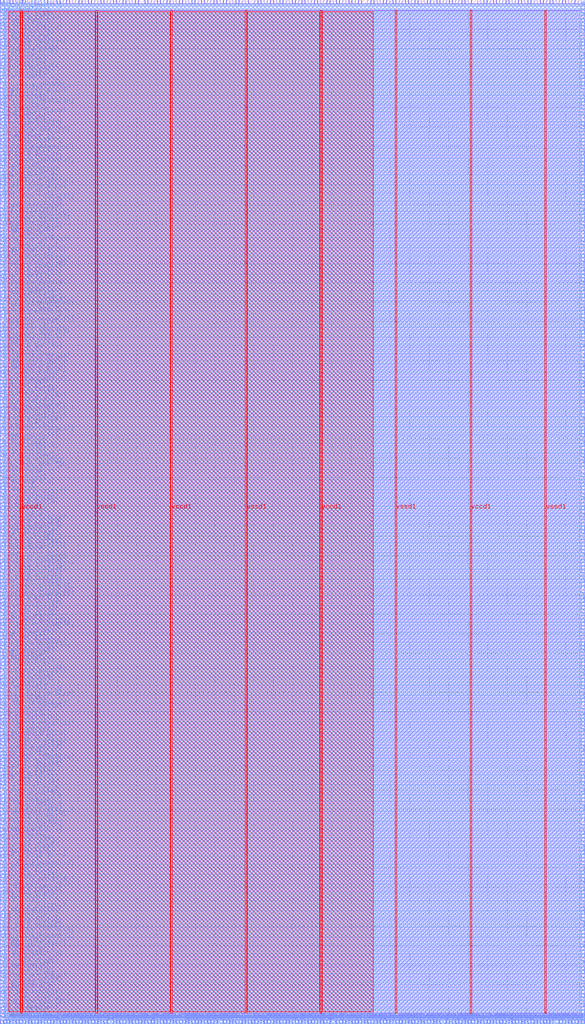
<source format=lef>
VERSION 5.7 ;
  NOWIREEXTENSIONATPIN ON ;
  DIVIDERCHAR "/" ;
  BUSBITCHARS "[]" ;
MACRO rvj1_caravel_soc
  CLASS BLOCK ;
  FOREIGN rvj1_caravel_soc ;
  ORIGIN 0.000 0.000 ;
  SIZE 600.000 BY 1050.000 ;
  PIN cpu2dmux_ack
    DIRECTION OUTPUT TRISTATE ;
    USE SIGNAL ;
    PORT
      LAYER met2 ;
        RECT 209.390 0.000 209.670 4.000 ;
    END
  END cpu2dmux_ack
  PIN cpu2dmux_addr[0]
    DIRECTION INPUT ;
    USE SIGNAL ;
    PORT
      LAYER met2 ;
        RECT 463.770 1046.000 464.050 1050.000 ;
    END
  END cpu2dmux_addr[0]
  PIN cpu2dmux_addr[10]
    DIRECTION INPUT ;
    USE SIGNAL ;
    PORT
      LAYER met3 ;
        RECT 596.000 95.240 600.000 95.840 ;
    END
  END cpu2dmux_addr[10]
  PIN cpu2dmux_addr[11]
    DIRECTION INPUT ;
    USE SIGNAL ;
    PORT
      LAYER met3 ;
        RECT 0.000 778.640 4.000 779.240 ;
    END
  END cpu2dmux_addr[11]
  PIN cpu2dmux_addr[12]
    DIRECTION INPUT ;
    USE SIGNAL ;
    PORT
      LAYER met3 ;
        RECT 596.000 275.440 600.000 276.040 ;
    END
  END cpu2dmux_addr[12]
  PIN cpu2dmux_addr[13]
    DIRECTION INPUT ;
    USE SIGNAL ;
    PORT
      LAYER met2 ;
        RECT 9.750 0.000 10.030 4.000 ;
    END
  END cpu2dmux_addr[13]
  PIN cpu2dmux_addr[14]
    DIRECTION INPUT ;
    USE SIGNAL ;
    PORT
      LAYER met3 ;
        RECT 596.000 442.040 600.000 442.640 ;
    END
  END cpu2dmux_addr[14]
  PIN cpu2dmux_addr[15]
    DIRECTION INPUT ;
    USE SIGNAL ;
    PORT
      LAYER met2 ;
        RECT 193.290 1046.000 193.570 1050.000 ;
    END
  END cpu2dmux_addr[15]
  PIN cpu2dmux_addr[16]
    DIRECTION INPUT ;
    USE SIGNAL ;
    PORT
      LAYER met2 ;
        RECT 370.390 1046.000 370.670 1050.000 ;
    END
  END cpu2dmux_addr[16]
  PIN cpu2dmux_addr[17]
    DIRECTION INPUT ;
    USE SIGNAL ;
    PORT
      LAYER met2 ;
        RECT 409.030 1046.000 409.310 1050.000 ;
    END
  END cpu2dmux_addr[17]
  PIN cpu2dmux_addr[18]
    DIRECTION INPUT ;
    USE SIGNAL ;
    PORT
      LAYER met3 ;
        RECT 596.000 217.640 600.000 218.240 ;
    END
  END cpu2dmux_addr[18]
  PIN cpu2dmux_addr[19]
    DIRECTION INPUT ;
    USE SIGNAL ;
    PORT
      LAYER met2 ;
        RECT 244.810 0.000 245.090 4.000 ;
    END
  END cpu2dmux_addr[19]
  PIN cpu2dmux_addr[1]
    DIRECTION INPUT ;
    USE SIGNAL ;
    PORT
      LAYER met2 ;
        RECT 518.510 0.000 518.790 4.000 ;
    END
  END cpu2dmux_addr[1]
  PIN cpu2dmux_addr[20]
    DIRECTION INPUT ;
    USE SIGNAL ;
    PORT
      LAYER met3 ;
        RECT 0.000 727.640 4.000 728.240 ;
    END
  END cpu2dmux_addr[20]
  PIN cpu2dmux_addr[21]
    DIRECTION INPUT ;
    USE SIGNAL ;
    PORT
      LAYER met3 ;
        RECT 0.000 680.040 4.000 680.640 ;
    END
  END cpu2dmux_addr[21]
  PIN cpu2dmux_addr[22]
    DIRECTION INPUT ;
    USE SIGNAL ;
    PORT
      LAYER met2 ;
        RECT 376.830 1046.000 377.110 1050.000 ;
    END
  END cpu2dmux_addr[22]
  PIN cpu2dmux_addr[23]
    DIRECTION INPUT ;
    USE SIGNAL ;
    PORT
      LAYER met3 ;
        RECT 0.000 27.240 4.000 27.840 ;
    END
  END cpu2dmux_addr[23]
  PIN cpu2dmux_addr[24]
    DIRECTION INPUT ;
    USE SIGNAL ;
    PORT
      LAYER met3 ;
        RECT 596.000 248.240 600.000 248.840 ;
    END
  END cpu2dmux_addr[24]
  PIN cpu2dmux_addr[25]
    DIRECTION INPUT ;
    USE SIGNAL ;
    PORT
      LAYER met2 ;
        RECT 135.330 0.000 135.610 4.000 ;
    END
  END cpu2dmux_addr[25]
  PIN cpu2dmux_addr[26]
    DIRECTION INPUT ;
    USE SIGNAL ;
    PORT
      LAYER met2 ;
        RECT 206.170 0.000 206.450 4.000 ;
    END
  END cpu2dmux_addr[26]
  PIN cpu2dmux_addr[27]
    DIRECTION INPUT ;
    USE SIGNAL ;
    PORT
      LAYER met2 ;
        RECT 541.050 0.000 541.330 4.000 ;
    END
  END cpu2dmux_addr[27]
  PIN cpu2dmux_addr[28]
    DIRECTION INPUT ;
    USE SIGNAL ;
    PORT
      LAYER met2 ;
        RECT 586.130 1046.000 586.410 1050.000 ;
    END
  END cpu2dmux_addr[28]
  PIN cpu2dmux_addr[29]
    DIRECTION INPUT ;
    USE SIGNAL ;
    PORT
      LAYER met2 ;
        RECT 3.310 1046.000 3.590 1050.000 ;
    END
  END cpu2dmux_addr[29]
  PIN cpu2dmux_addr[2]
    DIRECTION INPUT ;
    USE SIGNAL ;
    PORT
      LAYER met3 ;
        RECT 596.000 666.440 600.000 667.040 ;
    END
  END cpu2dmux_addr[2]
  PIN cpu2dmux_addr[30]
    DIRECTION INPUT ;
    USE SIGNAL ;
    PORT
      LAYER met3 ;
        RECT 0.000 567.840 4.000 568.440 ;
    END
  END cpu2dmux_addr[30]
  PIN cpu2dmux_addr[31]
    DIRECTION INPUT ;
    USE SIGNAL ;
    PORT
      LAYER met3 ;
        RECT 0.000 822.840 4.000 823.440 ;
    END
  END cpu2dmux_addr[31]
  PIN cpu2dmux_addr[3]
    DIRECTION INPUT ;
    USE SIGNAL ;
    PORT
      LAYER met3 ;
        RECT 0.000 737.840 4.000 738.440 ;
    END
  END cpu2dmux_addr[3]
  PIN cpu2dmux_addr[4]
    DIRECTION INPUT ;
    USE SIGNAL ;
    PORT
      LAYER met3 ;
        RECT 0.000 44.240 4.000 44.840 ;
    END
  END cpu2dmux_addr[4]
  PIN cpu2dmux_addr[5]
    DIRECTION INPUT ;
    USE SIGNAL ;
    PORT
      LAYER met2 ;
        RECT 103.130 0.000 103.410 4.000 ;
    END
  END cpu2dmux_addr[5]
  PIN cpu2dmux_addr[6]
    DIRECTION INPUT ;
    USE SIGNAL ;
    PORT
      LAYER met3 ;
        RECT 596.000 278.840 600.000 279.440 ;
    END
  END cpu2dmux_addr[6]
  PIN cpu2dmux_addr[7]
    DIRECTION INPUT ;
    USE SIGNAL ;
    PORT
      LAYER met3 ;
        RECT 596.000 805.840 600.000 806.440 ;
    END
  END cpu2dmux_addr[7]
  PIN cpu2dmux_addr[8]
    DIRECTION INPUT ;
    USE SIGNAL ;
    PORT
      LAYER met2 ;
        RECT 51.610 1046.000 51.890 1050.000 ;
    END
  END cpu2dmux_addr[8]
  PIN cpu2dmux_addr[9]
    DIRECTION INPUT ;
    USE SIGNAL ;
    PORT
      LAYER met3 ;
        RECT 0.000 754.840 4.000 755.440 ;
    END
  END cpu2dmux_addr[9]
  PIN cpu2dmux_bl[0]
    DIRECTION INPUT ;
    USE SIGNAL ;
    PORT
      LAYER met2 ;
        RECT 418.690 0.000 418.970 4.000 ;
    END
  END cpu2dmux_bl[0]
  PIN cpu2dmux_bl[1]
    DIRECTION INPUT ;
    USE SIGNAL ;
    PORT
      LAYER met3 ;
        RECT 0.000 425.040 4.000 425.640 ;
    END
  END cpu2dmux_bl[1]
  PIN cpu2dmux_bl[2]
    DIRECTION INPUT ;
    USE SIGNAL ;
    PORT
      LAYER met3 ;
        RECT 0.000 992.840 4.000 993.440 ;
    END
  END cpu2dmux_bl[2]
  PIN cpu2dmux_bl[3]
    DIRECTION INPUT ;
    USE SIGNAL ;
    PORT
      LAYER met3 ;
        RECT 596.000 64.640 600.000 65.240 ;
    END
  END cpu2dmux_bl[3]
  PIN cpu2dmux_bl[4]
    DIRECTION INPUT ;
    USE SIGNAL ;
    PORT
      LAYER met3 ;
        RECT 596.000 142.840 600.000 143.440 ;
    END
  END cpu2dmux_bl[4]
  PIN cpu2dmux_bl[5]
    DIRECTION INPUT ;
    USE SIGNAL ;
    PORT
      LAYER met3 ;
        RECT 0.000 642.640 4.000 643.240 ;
    END
  END cpu2dmux_bl[5]
  PIN cpu2dmux_bl[6]
    DIRECTION INPUT ;
    USE SIGNAL ;
    PORT
      LAYER met3 ;
        RECT 596.000 972.440 600.000 973.040 ;
    END
  END cpu2dmux_bl[6]
  PIN cpu2dmux_bl[7]
    DIRECTION INPUT ;
    USE SIGNAL ;
    PORT
      LAYER met2 ;
        RECT 83.810 1046.000 84.090 1050.000 ;
    END
  END cpu2dmux_bl[7]
  PIN cpu2dmux_bl[8]
    DIRECTION INPUT ;
    USE SIGNAL ;
    PORT
      LAYER met3 ;
        RECT 596.000 642.640 600.000 643.240 ;
    END
  END cpu2dmux_bl[8]
  PIN cpu2dmux_bl[9]
    DIRECTION INPUT ;
    USE SIGNAL ;
    PORT
      LAYER met3 ;
        RECT 596.000 986.040 600.000 986.640 ;
    END
  END cpu2dmux_bl[9]
  PIN cpu2dmux_bry
    DIRECTION INPUT ;
    USE SIGNAL ;
    PORT
      LAYER met3 ;
        RECT 596.000 98.640 600.000 99.240 ;
    END
  END cpu2dmux_bry
  PIN cpu2dmux_cyc
    DIRECTION INPUT ;
    USE SIGNAL ;
    PORT
      LAYER met3 ;
        RECT 0.000 697.040 4.000 697.640 ;
    END
  END cpu2dmux_cyc
  PIN cpu2dmux_rdata[0]
    DIRECTION OUTPUT TRISTATE ;
    USE SIGNAL ;
    PORT
      LAYER met3 ;
        RECT 596.000 598.440 600.000 599.040 ;
    END
  END cpu2dmux_rdata[0]
  PIN cpu2dmux_rdata[10]
    DIRECTION OUTPUT TRISTATE ;
    USE SIGNAL ;
    PORT
      LAYER met3 ;
        RECT 596.000 6.840 600.000 7.440 ;
    END
  END cpu2dmux_rdata[10]
  PIN cpu2dmux_rdata[11]
    DIRECTION OUTPUT TRISTATE ;
    USE SIGNAL ;
    PORT
      LAYER met3 ;
        RECT 596.000 812.640 600.000 813.240 ;
    END
  END cpu2dmux_rdata[11]
  PIN cpu2dmux_rdata[12]
    DIRECTION OUTPUT TRISTATE ;
    USE SIGNAL ;
    PORT
      LAYER met2 ;
        RECT 483.090 1046.000 483.370 1050.000 ;
    END
  END cpu2dmux_rdata[12]
  PIN cpu2dmux_rdata[13]
    DIRECTION OUTPUT TRISTATE ;
    USE SIGNAL ;
    PORT
      LAYER met3 ;
        RECT 0.000 268.640 4.000 269.240 ;
    END
  END cpu2dmux_rdata[13]
  PIN cpu2dmux_rdata[14]
    DIRECTION OUTPUT TRISTATE ;
    USE SIGNAL ;
    PORT
      LAYER met3 ;
        RECT 596.000 914.640 600.000 915.240 ;
    END
  END cpu2dmux_rdata[14]
  PIN cpu2dmux_rdata[15]
    DIRECTION OUTPUT TRISTATE ;
    USE SIGNAL ;
    PORT
      LAYER met3 ;
        RECT 0.000 880.640 4.000 881.240 ;
    END
  END cpu2dmux_rdata[15]
  PIN cpu2dmux_rdata[16]
    DIRECTION OUTPUT TRISTATE ;
    USE SIGNAL ;
    PORT
      LAYER met3 ;
        RECT 596.000 333.240 600.000 333.840 ;
    END
  END cpu2dmux_rdata[16]
  PIN cpu2dmux_rdata[17]
    DIRECTION OUTPUT TRISTATE ;
    USE SIGNAL ;
    PORT
      LAYER met3 ;
        RECT 596.000 836.440 600.000 837.040 ;
    END
  END cpu2dmux_rdata[17]
  PIN cpu2dmux_rdata[18]
    DIRECTION OUTPUT TRISTATE ;
    USE SIGNAL ;
    PORT
      LAYER met2 ;
        RECT 392.930 1046.000 393.210 1050.000 ;
    END
  END cpu2dmux_rdata[18]
  PIN cpu2dmux_rdata[19]
    DIRECTION OUTPUT TRISTATE ;
    USE SIGNAL ;
    PORT
      LAYER met3 ;
        RECT 596.000 741.240 600.000 741.840 ;
    END
  END cpu2dmux_rdata[19]
  PIN cpu2dmux_rdata[1]
    DIRECTION OUTPUT TRISTATE ;
    USE SIGNAL ;
    PORT
      LAYER met2 ;
        RECT 412.250 1046.000 412.530 1050.000 ;
    END
  END cpu2dmux_rdata[1]
  PIN cpu2dmux_rdata[20]
    DIRECTION OUTPUT TRISTATE ;
    USE SIGNAL ;
    PORT
      LAYER met2 ;
        RECT 228.710 0.000 228.990 4.000 ;
    END
  END cpu2dmux_rdata[20]
  PIN cpu2dmux_rdata[21]
    DIRECTION OUTPUT TRISTATE ;
    USE SIGNAL ;
    PORT
      LAYER met2 ;
        RECT 235.150 1046.000 235.430 1050.000 ;
    END
  END cpu2dmux_rdata[21]
  PIN cpu2dmux_rdata[22]
    DIRECTION OUTPUT TRISTATE ;
    USE SIGNAL ;
    PORT
      LAYER met3 ;
        RECT 0.000 302.640 4.000 303.240 ;
    END
  END cpu2dmux_rdata[22]
  PIN cpu2dmux_rdata[23]
    DIRECTION OUTPUT TRISTATE ;
    USE SIGNAL ;
    PORT
      LAYER met3 ;
        RECT 596.000 295.840 600.000 296.440 ;
    END
  END cpu2dmux_rdata[23]
  PIN cpu2dmux_rdata[24]
    DIRECTION OUTPUT TRISTATE ;
    USE SIGNAL ;
    PORT
      LAYER met3 ;
        RECT 0.000 404.640 4.000 405.240 ;
    END
  END cpu2dmux_rdata[24]
  PIN cpu2dmux_rdata[25]
    DIRECTION OUTPUT TRISTATE ;
    USE SIGNAL ;
    PORT
      LAYER met3 ;
        RECT 0.000 333.240 4.000 333.840 ;
    END
  END cpu2dmux_rdata[25]
  PIN cpu2dmux_rdata[26]
    DIRECTION OUTPUT TRISTATE ;
    USE SIGNAL ;
    PORT
      LAYER met3 ;
        RECT 0.000 860.240 4.000 860.840 ;
    END
  END cpu2dmux_rdata[26]
  PIN cpu2dmux_rdata[27]
    DIRECTION OUTPUT TRISTATE ;
    USE SIGNAL ;
    PORT
      LAYER met3 ;
        RECT 0.000 605.240 4.000 605.840 ;
    END
  END cpu2dmux_rdata[27]
  PIN cpu2dmux_rdata[28]
    DIRECTION OUTPUT TRISTATE ;
    USE SIGNAL ;
    PORT
      LAYER met2 ;
        RECT 363.950 1046.000 364.230 1050.000 ;
    END
  END cpu2dmux_rdata[28]
  PIN cpu2dmux_rdata[29]
    DIRECTION OUTPUT TRISTATE ;
    USE SIGNAL ;
    PORT
      LAYER met2 ;
        RECT 399.370 0.000 399.650 4.000 ;
    END
  END cpu2dmux_rdata[29]
  PIN cpu2dmux_rdata[2]
    DIRECTION OUTPUT TRISTATE ;
    USE SIGNAL ;
    PORT
      LAYER met2 ;
        RECT 119.230 1046.000 119.510 1050.000 ;
    END
  END cpu2dmux_rdata[2]
  PIN cpu2dmux_rdata[30]
    DIRECTION OUTPUT TRISTATE ;
    USE SIGNAL ;
    PORT
      LAYER met2 ;
        RECT 128.890 1046.000 129.170 1050.000 ;
    END
  END cpu2dmux_rdata[30]
  PIN cpu2dmux_rdata[31]
    DIRECTION OUTPUT TRISTATE ;
    USE SIGNAL ;
    PORT
      LAYER met2 ;
        RECT 45.170 1046.000 45.450 1050.000 ;
    END
  END cpu2dmux_rdata[31]
  PIN cpu2dmux_rdata[3]
    DIRECTION OUTPUT TRISTATE ;
    USE SIGNAL ;
    PORT
      LAYER met3 ;
        RECT 596.000 190.440 600.000 191.040 ;
    END
  END cpu2dmux_rdata[3]
  PIN cpu2dmux_rdata[4]
    DIRECTION OUTPUT TRISTATE ;
    USE SIGNAL ;
    PORT
      LAYER met2 ;
        RECT 148.210 1046.000 148.490 1050.000 ;
    END
  END cpu2dmux_rdata[4]
  PIN cpu2dmux_rdata[5]
    DIRECTION OUTPUT TRISTATE ;
    USE SIGNAL ;
    PORT
      LAYER met2 ;
        RECT 524.950 1046.000 525.230 1050.000 ;
    END
  END cpu2dmux_rdata[5]
  PIN cpu2dmux_rdata[6]
    DIRECTION OUTPUT TRISTATE ;
    USE SIGNAL ;
    PORT
      LAYER met3 ;
        RECT 596.000 1030.240 600.000 1030.840 ;
    END
  END cpu2dmux_rdata[6]
  PIN cpu2dmux_rdata[7]
    DIRECTION OUTPUT TRISTATE ;
    USE SIGNAL ;
    PORT
      LAYER met2 ;
        RECT 54.830 0.000 55.110 4.000 ;
    END
  END cpu2dmux_rdata[7]
  PIN cpu2dmux_rdata[8]
    DIRECTION OUTPUT TRISTATE ;
    USE SIGNAL ;
    PORT
      LAYER met2 ;
        RECT 325.310 0.000 325.590 4.000 ;
    END
  END cpu2dmux_rdata[8]
  PIN cpu2dmux_rdata[9]
    DIRECTION OUTPUT TRISTATE ;
    USE SIGNAL ;
    PORT
      LAYER met3 ;
        RECT 596.000 588.240 600.000 588.840 ;
    END
  END cpu2dmux_rdata[9]
  PIN cpu2dmux_sel[0]
    DIRECTION INPUT ;
    USE SIGNAL ;
    PORT
      LAYER met2 ;
        RECT 90.250 0.000 90.530 4.000 ;
    END
  END cpu2dmux_sel[0]
  PIN cpu2dmux_sel[1]
    DIRECTION INPUT ;
    USE SIGNAL ;
    PORT
      LAYER met3 ;
        RECT 0.000 272.040 4.000 272.640 ;
    END
  END cpu2dmux_sel[1]
  PIN cpu2dmux_sel[2]
    DIRECTION INPUT ;
    USE SIGNAL ;
    PORT
      LAYER met3 ;
        RECT 0.000 278.840 4.000 279.440 ;
    END
  END cpu2dmux_sel[2]
  PIN cpu2dmux_sel[3]
    DIRECTION INPUT ;
    USE SIGNAL ;
    PORT
      LAYER met3 ;
        RECT 0.000 493.040 4.000 493.640 ;
    END
  END cpu2dmux_sel[3]
  PIN cpu2dmux_stb
    DIRECTION INPUT ;
    USE SIGNAL ;
    PORT
      LAYER met3 ;
        RECT 0.000 816.040 4.000 816.640 ;
    END
  END cpu2dmux_stb
  PIN cpu2dmux_wdata[0]
    DIRECTION INPUT ;
    USE SIGNAL ;
    PORT
      LAYER met3 ;
        RECT 596.000 516.840 600.000 517.440 ;
    END
  END cpu2dmux_wdata[0]
  PIN cpu2dmux_wdata[10]
    DIRECTION INPUT ;
    USE SIGNAL ;
    PORT
      LAYER met3 ;
        RECT 596.000 47.640 600.000 48.240 ;
    END
  END cpu2dmux_wdata[10]
  PIN cpu2dmux_wdata[11]
    DIRECTION INPUT ;
    USE SIGNAL ;
    PORT
      LAYER met3 ;
        RECT 596.000 918.040 600.000 918.640 ;
    END
  END cpu2dmux_wdata[11]
  PIN cpu2dmux_wdata[12]
    DIRECTION INPUT ;
    USE SIGNAL ;
    PORT
      LAYER met3 ;
        RECT 596.000 384.240 600.000 384.840 ;
    END
  END cpu2dmux_wdata[12]
  PIN cpu2dmux_wdata[13]
    DIRECTION INPUT ;
    USE SIGNAL ;
    PORT
      LAYER met3 ;
        RECT 0.000 734.440 4.000 735.040 ;
    END
  END cpu2dmux_wdata[13]
  PIN cpu2dmux_wdata[14]
    DIRECTION INPUT ;
    USE SIGNAL ;
    PORT
      LAYER met3 ;
        RECT 0.000 941.840 4.000 942.440 ;
    END
  END cpu2dmux_wdata[14]
  PIN cpu2dmux_wdata[15]
    DIRECTION INPUT ;
    USE SIGNAL ;
    PORT
      LAYER met3 ;
        RECT 0.000 717.440 4.000 718.040 ;
    END
  END cpu2dmux_wdata[15]
  PIN cpu2dmux_wdata[16]
    DIRECTION INPUT ;
    USE SIGNAL ;
    PORT
      LAYER met3 ;
        RECT 0.000 894.240 4.000 894.840 ;
    END
  END cpu2dmux_wdata[16]
  PIN cpu2dmux_wdata[17]
    DIRECTION INPUT ;
    USE SIGNAL ;
    PORT
      LAYER met3 ;
        RECT 0.000 629.040 4.000 629.640 ;
    END
  END cpu2dmux_wdata[17]
  PIN cpu2dmux_wdata[18]
    DIRECTION INPUT ;
    USE SIGNAL ;
    PORT
      LAYER met2 ;
        RECT 370.390 0.000 370.670 4.000 ;
    END
  END cpu2dmux_wdata[18]
  PIN cpu2dmux_wdata[19]
    DIRECTION INPUT ;
    USE SIGNAL ;
    PORT
      LAYER met3 ;
        RECT 0.000 159.840 4.000 160.440 ;
    END
  END cpu2dmux_wdata[19]
  PIN cpu2dmux_wdata[1]
    DIRECTION INPUT ;
    USE SIGNAL ;
    PORT
      LAYER met2 ;
        RECT 212.610 0.000 212.890 4.000 ;
    END
  END cpu2dmux_wdata[1]
  PIN cpu2dmux_wdata[20]
    DIRECTION INPUT ;
    USE SIGNAL ;
    PORT
      LAYER met3 ;
        RECT 0.000 435.240 4.000 435.840 ;
    END
  END cpu2dmux_wdata[20]
  PIN cpu2dmux_wdata[21]
    DIRECTION INPUT ;
    USE SIGNAL ;
    PORT
      LAYER met3 ;
        RECT 0.000 469.240 4.000 469.840 ;
    END
  END cpu2dmux_wdata[21]
  PIN cpu2dmux_wdata[22]
    DIRECTION INPUT ;
    USE SIGNAL ;
    PORT
      LAYER met3 ;
        RECT 0.000 438.640 4.000 439.240 ;
    END
  END cpu2dmux_wdata[22]
  PIN cpu2dmux_wdata[23]
    DIRECTION INPUT ;
    USE SIGNAL ;
    PORT
      LAYER met2 ;
        RECT 383.270 1046.000 383.550 1050.000 ;
    END
  END cpu2dmux_wdata[23]
  PIN cpu2dmux_wdata[24]
    DIRECTION INPUT ;
    USE SIGNAL ;
    PORT
      LAYER met3 ;
        RECT 596.000 125.840 600.000 126.440 ;
    END
  END cpu2dmux_wdata[24]
  PIN cpu2dmux_wdata[25]
    DIRECTION INPUT ;
    USE SIGNAL ;
    PORT
      LAYER met3 ;
        RECT 596.000 1013.240 600.000 1013.840 ;
    END
  END cpu2dmux_wdata[25]
  PIN cpu2dmux_wdata[26]
    DIRECTION INPUT ;
    USE SIGNAL ;
    PORT
      LAYER met2 ;
        RECT 9.750 1046.000 10.030 1050.000 ;
    END
  END cpu2dmux_wdata[26]
  PIN cpu2dmux_wdata[27]
    DIRECTION INPUT ;
    USE SIGNAL ;
    PORT
      LAYER met3 ;
        RECT 596.000 714.040 600.000 714.640 ;
    END
  END cpu2dmux_wdata[27]
  PIN cpu2dmux_wdata[28]
    DIRECTION INPUT ;
    USE SIGNAL ;
    PORT
      LAYER met2 ;
        RECT 512.070 1046.000 512.350 1050.000 ;
    END
  END cpu2dmux_wdata[28]
  PIN cpu2dmux_wdata[29]
    DIRECTION INPUT ;
    USE SIGNAL ;
    PORT
      LAYER met3 ;
        RECT 596.000 431.840 600.000 432.440 ;
    END
  END cpu2dmux_wdata[29]
  PIN cpu2dmux_wdata[2]
    DIRECTION INPUT ;
    USE SIGNAL ;
    PORT
      LAYER met3 ;
        RECT 0.000 445.440 4.000 446.040 ;
    END
  END cpu2dmux_wdata[2]
  PIN cpu2dmux_wdata[30]
    DIRECTION INPUT ;
    USE SIGNAL ;
    PORT
      LAYER met2 ;
        RECT 434.790 1046.000 435.070 1050.000 ;
    END
  END cpu2dmux_wdata[30]
  PIN cpu2dmux_wdata[31]
    DIRECTION INPUT ;
    USE SIGNAL ;
    PORT
      LAYER met3 ;
        RECT 596.000 591.640 600.000 592.240 ;
    END
  END cpu2dmux_wdata[31]
  PIN cpu2dmux_wdata[3]
    DIRECTION INPUT ;
    USE SIGNAL ;
    PORT
      LAYER met3 ;
        RECT 596.000 989.440 600.000 990.040 ;
    END
  END cpu2dmux_wdata[3]
  PIN cpu2dmux_wdata[4]
    DIRECTION INPUT ;
    USE SIGNAL ;
    PORT
      LAYER met3 ;
        RECT 596.000 748.040 600.000 748.640 ;
    END
  END cpu2dmux_wdata[4]
  PIN cpu2dmux_wdata[5]
    DIRECTION INPUT ;
    USE SIGNAL ;
    PORT
      LAYER met3 ;
        RECT 0.000 323.040 4.000 323.640 ;
    END
  END cpu2dmux_wdata[5]
  PIN cpu2dmux_wdata[6]
    DIRECTION INPUT ;
    USE SIGNAL ;
    PORT
      LAYER met3 ;
        RECT 596.000 853.440 600.000 854.040 ;
    END
  END cpu2dmux_wdata[6]
  PIN cpu2dmux_wdata[7]
    DIRECTION INPUT ;
    USE SIGNAL ;
    PORT
      LAYER met2 ;
        RECT 518.510 1046.000 518.790 1050.000 ;
    END
  END cpu2dmux_wdata[7]
  PIN cpu2dmux_wdata[8]
    DIRECTION INPUT ;
    USE SIGNAL ;
    PORT
      LAYER met2 ;
        RECT 380.050 0.000 380.330 4.000 ;
    END
  END cpu2dmux_wdata[8]
  PIN cpu2dmux_wdata[9]
    DIRECTION INPUT ;
    USE SIGNAL ;
    PORT
      LAYER met3 ;
        RECT 0.000 707.240 4.000 707.840 ;
    END
  END cpu2dmux_wdata[9]
  PIN cpu2dmux_we
    DIRECTION INPUT ;
    USE SIGNAL ;
    PORT
      LAYER met2 ;
        RECT 202.950 1046.000 203.230 1050.000 ;
    END
  END cpu2dmux_we
  PIN cpu2imux_ack
    DIRECTION OUTPUT TRISTATE ;
    USE SIGNAL ;
    PORT
      LAYER met3 ;
        RECT 596.000 615.440 600.000 616.040 ;
    END
  END cpu2imux_ack
  PIN cpu2imux_addr[0]
    DIRECTION INPUT ;
    USE SIGNAL ;
    PORT
      LAYER met3 ;
        RECT 0.000 703.840 4.000 704.440 ;
    END
  END cpu2imux_addr[0]
  PIN cpu2imux_addr[10]
    DIRECTION INPUT ;
    USE SIGNAL ;
    PORT
      LAYER met3 ;
        RECT 596.000 690.240 600.000 690.840 ;
    END
  END cpu2imux_addr[10]
  PIN cpu2imux_addr[11]
    DIRECTION INPUT ;
    USE SIGNAL ;
    PORT
      LAYER met2 ;
        RECT 363.950 0.000 364.230 4.000 ;
    END
  END cpu2imux_addr[11]
  PIN cpu2imux_addr[12]
    DIRECTION INPUT ;
    USE SIGNAL ;
    PORT
      LAYER met3 ;
        RECT 0.000 384.240 4.000 384.840 ;
    END
  END cpu2imux_addr[12]
  PIN cpu2imux_addr[13]
    DIRECTION INPUT ;
    USE SIGNAL ;
    PORT
      LAYER met3 ;
        RECT 0.000 799.040 4.000 799.640 ;
    END
  END cpu2imux_addr[13]
  PIN cpu2imux_addr[14]
    DIRECTION INPUT ;
    USE SIGNAL ;
    PORT
      LAYER met3 ;
        RECT 596.000 669.840 600.000 670.440 ;
    END
  END cpu2imux_addr[14]
  PIN cpu2imux_addr[15]
    DIRECTION INPUT ;
    USE SIGNAL ;
    PORT
      LAYER met3 ;
        RECT 0.000 826.240 4.000 826.840 ;
    END
  END cpu2imux_addr[15]
  PIN cpu2imux_addr[16]
    DIRECTION INPUT ;
    USE SIGNAL ;
    PORT
      LAYER met2 ;
        RECT 322.090 0.000 322.370 4.000 ;
    END
  END cpu2imux_addr[16]
  PIN cpu2imux_addr[17]
    DIRECTION INPUT ;
    USE SIGNAL ;
    PORT
      LAYER met2 ;
        RECT 389.710 0.000 389.990 4.000 ;
    END
  END cpu2imux_addr[17]
  PIN cpu2imux_addr[18]
    DIRECTION INPUT ;
    USE SIGNAL ;
    PORT
      LAYER met3 ;
        RECT 596.000 214.240 600.000 214.840 ;
    END
  END cpu2imux_addr[18]
  PIN cpu2imux_addr[19]
    DIRECTION INPUT ;
    USE SIGNAL ;
    PORT
      LAYER met3 ;
        RECT 596.000 377.440 600.000 378.040 ;
    END
  END cpu2imux_addr[19]
  PIN cpu2imux_addr[1]
    DIRECTION INPUT ;
    USE SIGNAL ;
    PORT
      LAYER met2 ;
        RECT 296.330 1046.000 296.610 1050.000 ;
    END
  END cpu2imux_addr[1]
  PIN cpu2imux_addr[20]
    DIRECTION INPUT ;
    USE SIGNAL ;
    PORT
      LAYER met3 ;
        RECT 596.000 523.640 600.000 524.240 ;
    END
  END cpu2imux_addr[20]
  PIN cpu2imux_addr[21]
    DIRECTION INPUT ;
    USE SIGNAL ;
    PORT
      LAYER met3 ;
        RECT 596.000 261.840 600.000 262.440 ;
    END
  END cpu2imux_addr[21]
  PIN cpu2imux_addr[22]
    DIRECTION INPUT ;
    USE SIGNAL ;
    PORT
      LAYER met3 ;
        RECT 596.000 231.240 600.000 231.840 ;
    END
  END cpu2imux_addr[22]
  PIN cpu2imux_addr[23]
    DIRECTION INPUT ;
    USE SIGNAL ;
    PORT
      LAYER met3 ;
        RECT 0.000 408.040 4.000 408.640 ;
    END
  END cpu2imux_addr[23]
  PIN cpu2imux_addr[24]
    DIRECTION INPUT ;
    USE SIGNAL ;
    PORT
      LAYER met3 ;
        RECT 0.000 136.040 4.000 136.640 ;
    END
  END cpu2imux_addr[24]
  PIN cpu2imux_addr[25]
    DIRECTION INPUT ;
    USE SIGNAL ;
    PORT
      LAYER met3 ;
        RECT 596.000 727.640 600.000 728.240 ;
    END
  END cpu2imux_addr[25]
  PIN cpu2imux_addr[26]
    DIRECTION INPUT ;
    USE SIGNAL ;
    PORT
      LAYER met3 ;
        RECT 0.000 911.240 4.000 911.840 ;
    END
  END cpu2imux_addr[26]
  PIN cpu2imux_addr[27]
    DIRECTION INPUT ;
    USE SIGNAL ;
    PORT
      LAYER met3 ;
        RECT 0.000 17.040 4.000 17.640 ;
    END
  END cpu2imux_addr[27]
  PIN cpu2imux_addr[28]
    DIRECTION INPUT ;
    USE SIGNAL ;
    PORT
      LAYER met3 ;
        RECT 596.000 605.240 600.000 605.840 ;
    END
  END cpu2imux_addr[28]
  PIN cpu2imux_addr[29]
    DIRECTION INPUT ;
    USE SIGNAL ;
    PORT
      LAYER met2 ;
        RECT 125.670 1046.000 125.950 1050.000 ;
    END
  END cpu2imux_addr[29]
  PIN cpu2imux_addr[2]
    DIRECTION INPUT ;
    USE SIGNAL ;
    PORT
      LAYER met2 ;
        RECT 219.050 0.000 219.330 4.000 ;
    END
  END cpu2imux_addr[2]
  PIN cpu2imux_addr[30]
    DIRECTION INPUT ;
    USE SIGNAL ;
    PORT
      LAYER met3 ;
        RECT 596.000 312.840 600.000 313.440 ;
    END
  END cpu2imux_addr[30]
  PIN cpu2imux_addr[31]
    DIRECTION INPUT ;
    USE SIGNAL ;
    PORT
      LAYER met3 ;
        RECT 596.000 884.040 600.000 884.640 ;
    END
  END cpu2imux_addr[31]
  PIN cpu2imux_addr[3]
    DIRECTION INPUT ;
    USE SIGNAL ;
    PORT
      LAYER met3 ;
        RECT 596.000 1040.440 600.000 1041.040 ;
    END
  END cpu2imux_addr[3]
  PIN cpu2imux_addr[4]
    DIRECTION INPUT ;
    USE SIGNAL ;
    PORT
      LAYER met3 ;
        RECT 596.000 367.240 600.000 367.840 ;
    END
  END cpu2imux_addr[4]
  PIN cpu2imux_addr[5]
    DIRECTION INPUT ;
    USE SIGNAL ;
    PORT
      LAYER met2 ;
        RECT 148.210 0.000 148.490 4.000 ;
    END
  END cpu2imux_addr[5]
  PIN cpu2imux_addr[6]
    DIRECTION INPUT ;
    USE SIGNAL ;
    PORT
      LAYER met2 ;
        RECT 244.810 1046.000 245.090 1050.000 ;
    END
  END cpu2imux_addr[6]
  PIN cpu2imux_addr[7]
    DIRECTION INPUT ;
    USE SIGNAL ;
    PORT
      LAYER met3 ;
        RECT 0.000 357.040 4.000 357.640 ;
    END
  END cpu2imux_addr[7]
  PIN cpu2imux_addr[8]
    DIRECTION INPUT ;
    USE SIGNAL ;
    PORT
      LAYER met2 ;
        RECT 409.030 0.000 409.310 4.000 ;
    END
  END cpu2imux_addr[8]
  PIN cpu2imux_addr[9]
    DIRECTION INPUT ;
    USE SIGNAL ;
    PORT
      LAYER met3 ;
        RECT 0.000 656.240 4.000 656.840 ;
    END
  END cpu2imux_addr[9]
  PIN cpu2imux_bl[0]
    DIRECTION INPUT ;
    USE SIGNAL ;
    PORT
      LAYER met2 ;
        RECT 470.210 0.000 470.490 4.000 ;
    END
  END cpu2imux_bl[0]
  PIN cpu2imux_bl[1]
    DIRECTION INPUT ;
    USE SIGNAL ;
    PORT
      LAYER met2 ;
        RECT 3.310 0.000 3.590 4.000 ;
    END
  END cpu2imux_bl[1]
  PIN cpu2imux_bl[2]
    DIRECTION INPUT ;
    USE SIGNAL ;
    PORT
      LAYER met3 ;
        RECT 596.000 132.640 600.000 133.240 ;
    END
  END cpu2imux_bl[2]
  PIN cpu2imux_bl[3]
    DIRECTION INPUT ;
    USE SIGNAL ;
    PORT
      LAYER met2 ;
        RECT 579.690 0.000 579.970 4.000 ;
    END
  END cpu2imux_bl[3]
  PIN cpu2imux_bl[4]
    DIRECTION INPUT ;
    USE SIGNAL ;
    PORT
      LAYER met2 ;
        RECT 157.870 1046.000 158.150 1050.000 ;
    END
  END cpu2imux_bl[4]
  PIN cpu2imux_bl[5]
    DIRECTION INPUT ;
    USE SIGNAL ;
    PORT
      LAYER met2 ;
        RECT 135.330 1046.000 135.610 1050.000 ;
    END
  END cpu2imux_bl[5]
  PIN cpu2imux_bl[6]
    DIRECTION INPUT ;
    USE SIGNAL ;
    PORT
      LAYER met2 ;
        RECT 151.430 0.000 151.710 4.000 ;
    END
  END cpu2imux_bl[6]
  PIN cpu2imux_bl[7]
    DIRECTION INPUT ;
    USE SIGNAL ;
    PORT
      LAYER met3 ;
        RECT 596.000 649.440 600.000 650.040 ;
    END
  END cpu2imux_bl[7]
  PIN cpu2imux_bl[8]
    DIRECTION INPUT ;
    USE SIGNAL ;
    PORT
      LAYER met2 ;
        RECT 315.650 1046.000 315.930 1050.000 ;
    END
  END cpu2imux_bl[8]
  PIN cpu2imux_bl[9]
    DIRECTION INPUT ;
    USE SIGNAL ;
    PORT
      LAYER met2 ;
        RECT 428.350 0.000 428.630 4.000 ;
    END
  END cpu2imux_bl[9]
  PIN cpu2imux_bry
    DIRECTION INPUT ;
    USE SIGNAL ;
    PORT
      LAYER met2 ;
        RECT 257.690 0.000 257.970 4.000 ;
    END
  END cpu2imux_bry
  PIN cpu2imux_cyc
    DIRECTION INPUT ;
    USE SIGNAL ;
    PORT
      LAYER met3 ;
        RECT 0.000 928.240 4.000 928.840 ;
    END
  END cpu2imux_cyc
  PIN cpu2imux_rdata[0]
    DIRECTION OUTPUT TRISTATE ;
    USE SIGNAL ;
    PORT
      LAYER met3 ;
        RECT 0.000 958.840 4.000 959.440 ;
    END
  END cpu2imux_rdata[0]
  PIN cpu2imux_rdata[10]
    DIRECTION OUTPUT TRISTATE ;
    USE SIGNAL ;
    PORT
      LAYER met3 ;
        RECT 596.000 380.840 600.000 381.440 ;
    END
  END cpu2imux_rdata[10]
  PIN cpu2imux_rdata[11]
    DIRECTION OUTPUT TRISTATE ;
    USE SIGNAL ;
    PORT
      LAYER met3 ;
        RECT 0.000 843.240 4.000 843.840 ;
    END
  END cpu2imux_rdata[11]
  PIN cpu2imux_rdata[12]
    DIRECTION OUTPUT TRISTATE ;
    USE SIGNAL ;
    PORT
      LAYER met2 ;
        RECT 51.610 0.000 51.890 4.000 ;
    END
  END cpu2imux_rdata[12]
  PIN cpu2imux_rdata[13]
    DIRECTION OUTPUT TRISTATE ;
    USE SIGNAL ;
    PORT
      LAYER met2 ;
        RECT 128.890 0.000 129.170 4.000 ;
    END
  END cpu2imux_rdata[13]
  PIN cpu2imux_rdata[14]
    DIRECTION OUTPUT TRISTATE ;
    USE SIGNAL ;
    PORT
      LAYER met3 ;
        RECT 0.000 91.840 4.000 92.440 ;
    END
  END cpu2imux_rdata[14]
  PIN cpu2imux_rdata[15]
    DIRECTION OUTPUT TRISTATE ;
    USE SIGNAL ;
    PORT
      LAYER met3 ;
        RECT 596.000 965.640 600.000 966.240 ;
    END
  END cpu2imux_rdata[15]
  PIN cpu2imux_rdata[16]
    DIRECTION OUTPUT TRISTATE ;
    USE SIGNAL ;
    PORT
      LAYER met3 ;
        RECT 596.000 846.640 600.000 847.240 ;
    END
  END cpu2imux_rdata[16]
  PIN cpu2imux_rdata[17]
    DIRECTION OUTPUT TRISTATE ;
    USE SIGNAL ;
    PORT
      LAYER met2 ;
        RECT 341.410 1046.000 341.690 1050.000 ;
    END
  END cpu2imux_rdata[17]
  PIN cpu2imux_rdata[18]
    DIRECTION OUTPUT TRISTATE ;
    USE SIGNAL ;
    PORT
      LAYER met2 ;
        RECT 238.370 0.000 238.650 4.000 ;
    END
  END cpu2imux_rdata[18]
  PIN cpu2imux_rdata[19]
    DIRECTION OUTPUT TRISTATE ;
    USE SIGNAL ;
    PORT
      LAYER met2 ;
        RECT 132.110 0.000 132.390 4.000 ;
    END
  END cpu2imux_rdata[19]
  PIN cpu2imux_rdata[1]
    DIRECTION OUTPUT TRISTATE ;
    USE SIGNAL ;
    PORT
      LAYER met3 ;
        RECT 0.000 448.840 4.000 449.440 ;
    END
  END cpu2imux_rdata[1]
  PIN cpu2imux_rdata[20]
    DIRECTION OUTPUT TRISTATE ;
    USE SIGNAL ;
    PORT
      LAYER met3 ;
        RECT 596.000 533.840 600.000 534.440 ;
    END
  END cpu2imux_rdata[20]
  PIN cpu2imux_rdata[21]
    DIRECTION OUTPUT TRISTATE ;
    USE SIGNAL ;
    PORT
      LAYER met3 ;
        RECT 596.000 782.040 600.000 782.640 ;
    END
  END cpu2imux_rdata[21]
  PIN cpu2imux_rdata[22]
    DIRECTION OUTPUT TRISTATE ;
    USE SIGNAL ;
    PORT
      LAYER met3 ;
        RECT 596.000 941.840 600.000 942.440 ;
    END
  END cpu2imux_rdata[22]
  PIN cpu2imux_rdata[23]
    DIRECTION OUTPUT TRISTATE ;
    USE SIGNAL ;
    PORT
      LAYER met3 ;
        RECT 0.000 214.240 4.000 214.840 ;
    END
  END cpu2imux_rdata[23]
  PIN cpu2imux_rdata[24]
    DIRECTION OUTPUT TRISTATE ;
    USE SIGNAL ;
    PORT
      LAYER met3 ;
        RECT 596.000 476.040 600.000 476.640 ;
    END
  END cpu2imux_rdata[24]
  PIN cpu2imux_rdata[25]
    DIRECTION OUTPUT TRISTATE ;
    USE SIGNAL ;
    PORT
      LAYER met3 ;
        RECT 596.000 574.640 600.000 575.240 ;
    END
  END cpu2imux_rdata[25]
  PIN cpu2imux_rdata[26]
    DIRECTION OUTPUT TRISTATE ;
    USE SIGNAL ;
    PORT
      LAYER met3 ;
        RECT 0.000 142.840 4.000 143.440 ;
    END
  END cpu2imux_rdata[26]
  PIN cpu2imux_rdata[27]
    DIRECTION OUTPUT TRISTATE ;
    USE SIGNAL ;
    PORT
      LAYER met2 ;
        RECT 215.830 0.000 216.110 4.000 ;
    END
  END cpu2imux_rdata[27]
  PIN cpu2imux_rdata[28]
    DIRECTION OUTPUT TRISTATE ;
    USE SIGNAL ;
    PORT
      LAYER met2 ;
        RECT 74.150 0.000 74.430 4.000 ;
    END
  END cpu2imux_rdata[28]
  PIN cpu2imux_rdata[29]
    DIRECTION OUTPUT TRISTATE ;
    USE SIGNAL ;
    PORT
      LAYER met3 ;
        RECT 596.000 428.440 600.000 429.040 ;
    END
  END cpu2imux_rdata[29]
  PIN cpu2imux_rdata[2]
    DIRECTION OUTPUT TRISTATE ;
    USE SIGNAL ;
    PORT
      LAYER met3 ;
        RECT 596.000 346.840 600.000 347.440 ;
    END
  END cpu2imux_rdata[2]
  PIN cpu2imux_rdata[30]
    DIRECTION OUTPUT TRISTATE ;
    USE SIGNAL ;
    PORT
      LAYER met3 ;
        RECT 596.000 1043.840 600.000 1044.440 ;
    END
  END cpu2imux_rdata[30]
  PIN cpu2imux_rdata[31]
    DIRECTION OUTPUT TRISTATE ;
    USE SIGNAL ;
    PORT
      LAYER met3 ;
        RECT 0.000 85.040 4.000 85.640 ;
    END
  END cpu2imux_rdata[31]
  PIN cpu2imux_rdata[3]
    DIRECTION OUTPUT TRISTATE ;
    USE SIGNAL ;
    PORT
      LAYER met3 ;
        RECT 596.000 877.240 600.000 877.840 ;
    END
  END cpu2imux_rdata[3]
  PIN cpu2imux_rdata[4]
    DIRECTION OUTPUT TRISTATE ;
    USE SIGNAL ;
    PORT
      LAYER met2 ;
        RECT 351.070 0.000 351.350 4.000 ;
    END
  END cpu2imux_rdata[4]
  PIN cpu2imux_rdata[5]
    DIRECTION OUTPUT TRISTATE ;
    USE SIGNAL ;
    PORT
      LAYER met2 ;
        RECT 550.710 1046.000 550.990 1050.000 ;
    END
  END cpu2imux_rdata[5]
  PIN cpu2imux_rdata[6]
    DIRECTION OUTPUT TRISTATE ;
    USE SIGNAL ;
    PORT
      LAYER met2 ;
        RECT 264.130 0.000 264.410 4.000 ;
    END
  END cpu2imux_rdata[6]
  PIN cpu2imux_rdata[7]
    DIRECTION OUTPUT TRISTATE ;
    USE SIGNAL ;
    PORT
      LAYER met2 ;
        RECT 106.350 0.000 106.630 4.000 ;
    END
  END cpu2imux_rdata[7]
  PIN cpu2imux_rdata[8]
    DIRECTION OUTPUT TRISTATE ;
    USE SIGNAL ;
    PORT
      LAYER met2 ;
        RECT 344.630 0.000 344.910 4.000 ;
    END
  END cpu2imux_rdata[8]
  PIN cpu2imux_rdata[9]
    DIRECTION OUTPUT TRISTATE ;
    USE SIGNAL ;
    PORT
      LAYER met2 ;
        RECT 267.350 1046.000 267.630 1050.000 ;
    END
  END cpu2imux_rdata[9]
  PIN cpu2imux_stb
    DIRECTION INPUT ;
    USE SIGNAL ;
    PORT
      LAYER met3 ;
        RECT 0.000 663.040 4.000 663.640 ;
    END
  END cpu2imux_stb
  PIN cpu2imux_we
    DIRECTION INPUT ;
    USE SIGNAL ;
    PORT
      LAYER met3 ;
        RECT 596.000 204.040 600.000 204.640 ;
    END
  END cpu2imux_we
  PIN dram_addr0[0]
    DIRECTION OUTPUT TRISTATE ;
    USE SIGNAL ;
    PORT
      LAYER met2 ;
        RECT 357.510 1046.000 357.790 1050.000 ;
    END
  END dram_addr0[0]
  PIN dram_addr0[1]
    DIRECTION OUTPUT TRISTATE ;
    USE SIGNAL ;
    PORT
      LAYER met3 ;
        RECT 596.000 503.240 600.000 503.840 ;
    END
  END dram_addr0[1]
  PIN dram_addr0[2]
    DIRECTION OUTPUT TRISTATE ;
    USE SIGNAL ;
    PORT
      LAYER met3 ;
        RECT 596.000 1023.440 600.000 1024.040 ;
    END
  END dram_addr0[2]
  PIN dram_addr0[3]
    DIRECTION OUTPUT TRISTATE ;
    USE SIGNAL ;
    PORT
      LAYER met3 ;
        RECT 0.000 377.440 4.000 378.040 ;
    END
  END dram_addr0[3]
  PIN dram_addr0[4]
    DIRECTION OUTPUT TRISTATE ;
    USE SIGNAL ;
    PORT
      LAYER met3 ;
        RECT 596.000 13.640 600.000 14.240 ;
    END
  END dram_addr0[4]
  PIN dram_addr0[5]
    DIRECTION OUTPUT TRISTATE ;
    USE SIGNAL ;
    PORT
      LAYER met3 ;
        RECT 0.000 34.040 4.000 34.640 ;
    END
  END dram_addr0[5]
  PIN dram_addr0[6]
    DIRECTION OUTPUT TRISTATE ;
    USE SIGNAL ;
    PORT
      LAYER met3 ;
        RECT 596.000 999.640 600.000 1000.240 ;
    END
  END dram_addr0[6]
  PIN dram_addr0[7]
    DIRECTION OUTPUT TRISTATE ;
    USE SIGNAL ;
    PORT
      LAYER met3 ;
        RECT 0.000 54.440 4.000 55.040 ;
    END
  END dram_addr0[7]
  PIN dram_clk0
    DIRECTION OUTPUT TRISTATE ;
    USE SIGNAL ;
    PORT
      LAYER met3 ;
        RECT 596.000 112.240 600.000 112.840 ;
    END
  END dram_clk0
  PIN dram_csb0
    DIRECTION OUTPUT TRISTATE ;
    USE SIGNAL ;
    PORT
      LAYER met3 ;
        RECT 0.000 1013.240 4.000 1013.840 ;
    END
  END dram_csb0
  PIN dram_din0[0]
    DIRECTION OUTPUT TRISTATE ;
    USE SIGNAL ;
    PORT
      LAYER met2 ;
        RECT 331.750 0.000 332.030 4.000 ;
    END
  END dram_din0[0]
  PIN dram_din0[10]
    DIRECTION OUTPUT TRISTATE ;
    USE SIGNAL ;
    PORT
      LAYER met2 ;
        RECT 77.370 1046.000 77.650 1050.000 ;
    END
  END dram_din0[10]
  PIN dram_din0[11]
    DIRECTION OUTPUT TRISTATE ;
    USE SIGNAL ;
    PORT
      LAYER met3 ;
        RECT 0.000 74.840 4.000 75.440 ;
    END
  END dram_din0[11]
  PIN dram_din0[12]
    DIRECTION OUTPUT TRISTATE ;
    USE SIGNAL ;
    PORT
      LAYER met3 ;
        RECT 596.000 1003.040 600.000 1003.640 ;
    END
  END dram_din0[12]
  PIN dram_din0[13]
    DIRECTION OUTPUT TRISTATE ;
    USE SIGNAL ;
    PORT
      LAYER met2 ;
        RECT 235.150 0.000 235.430 4.000 ;
    END
  END dram_din0[13]
  PIN dram_din0[14]
    DIRECTION OUTPUT TRISTATE ;
    USE SIGNAL ;
    PORT
      LAYER met3 ;
        RECT 596.000 958.840 600.000 959.440 ;
    END
  END dram_din0[14]
  PIN dram_din0[15]
    DIRECTION OUTPUT TRISTATE ;
    USE SIGNAL ;
    PORT
      LAYER met3 ;
        RECT 0.000 809.240 4.000 809.840 ;
    END
  END dram_din0[15]
  PIN dram_din0[16]
    DIRECTION OUTPUT TRISTATE ;
    USE SIGNAL ;
    PORT
      LAYER met3 ;
        RECT 596.000 578.040 600.000 578.640 ;
    END
  END dram_din0[16]
  PIN dram_din0[17]
    DIRECTION OUTPUT TRISTATE ;
    USE SIGNAL ;
    PORT
      LAYER met3 ;
        RECT 0.000 693.640 4.000 694.240 ;
    END
  END dram_din0[17]
  PIN dram_din0[18]
    DIRECTION OUTPUT TRISTATE ;
    USE SIGNAL ;
    PORT
      LAYER met2 ;
        RECT 206.170 1046.000 206.450 1050.000 ;
    END
  END dram_din0[18]
  PIN dram_din0[19]
    DIRECTION OUTPUT TRISTATE ;
    USE SIGNAL ;
    PORT
      LAYER met2 ;
        RECT 61.270 1046.000 61.550 1050.000 ;
    END
  END dram_din0[19]
  PIN dram_din0[1]
    DIRECTION OUTPUT TRISTATE ;
    USE SIGNAL ;
    PORT
      LAYER met2 ;
        RECT 354.290 1046.000 354.570 1050.000 ;
    END
  END dram_din0[1]
  PIN dram_din0[20]
    DIRECTION OUTPUT TRISTATE ;
    USE SIGNAL ;
    PORT
      LAYER met2 ;
        RECT 241.590 0.000 241.870 4.000 ;
    END
  END dram_din0[20]
  PIN dram_din0[21]
    DIRECTION OUTPUT TRISTATE ;
    USE SIGNAL ;
    PORT
      LAYER met3 ;
        RECT 0.000 904.440 4.000 905.040 ;
    END
  END dram_din0[21]
  PIN dram_din0[22]
    DIRECTION OUTPUT TRISTATE ;
    USE SIGNAL ;
    PORT
      LAYER met3 ;
        RECT 596.000 448.840 600.000 449.440 ;
    END
  END dram_din0[22]
  PIN dram_din0[23]
    DIRECTION OUTPUT TRISTATE ;
    USE SIGNAL ;
    PORT
      LAYER met3 ;
        RECT 596.000 775.240 600.000 775.840 ;
    END
  END dram_din0[23]
  PIN dram_din0[24]
    DIRECTION OUTPUT TRISTATE ;
    USE SIGNAL ;
    PORT
      LAYER met3 ;
        RECT 0.000 370.640 4.000 371.240 ;
    END
  END dram_din0[24]
  PIN dram_din0[25]
    DIRECTION OUTPUT TRISTATE ;
    USE SIGNAL ;
    PORT
      LAYER met3 ;
        RECT 0.000 1023.440 4.000 1024.040 ;
    END
  END dram_din0[25]
  PIN dram_din0[26]
    DIRECTION OUTPUT TRISTATE ;
    USE SIGNAL ;
    PORT
      LAYER met2 ;
        RECT 277.010 0.000 277.290 4.000 ;
    END
  END dram_din0[26]
  PIN dram_din0[27]
    DIRECTION OUTPUT TRISTATE ;
    USE SIGNAL ;
    PORT
      LAYER met3 ;
        RECT 0.000 975.840 4.000 976.440 ;
    END
  END dram_din0[27]
  PIN dram_din0[28]
    DIRECTION OUTPUT TRISTATE ;
    USE SIGNAL ;
    PORT
      LAYER met3 ;
        RECT 596.000 340.040 600.000 340.640 ;
    END
  END dram_din0[28]
  PIN dram_din0[29]
    DIRECTION OUTPUT TRISTATE ;
    USE SIGNAL ;
    PORT
      LAYER met2 ;
        RECT 48.390 0.000 48.670 4.000 ;
    END
  END dram_din0[29]
  PIN dram_din0[2]
    DIRECTION OUTPUT TRISTATE ;
    USE SIGNAL ;
    PORT
      LAYER met3 ;
        RECT 0.000 81.640 4.000 82.240 ;
    END
  END dram_din0[2]
  PIN dram_din0[30]
    DIRECTION OUTPUT TRISTATE ;
    USE SIGNAL ;
    PORT
      LAYER met3 ;
        RECT 0.000 731.040 4.000 731.640 ;
    END
  END dram_din0[30]
  PIN dram_din0[31]
    DIRECTION OUTPUT TRISTATE ;
    USE SIGNAL ;
    PORT
      LAYER met3 ;
        RECT 596.000 601.840 600.000 602.440 ;
    END
  END dram_din0[31]
  PIN dram_din0[3]
    DIRECTION OUTPUT TRISTATE ;
    USE SIGNAL ;
    PORT
      LAYER met3 ;
        RECT 596.000 91.840 600.000 92.440 ;
    END
  END dram_din0[3]
  PIN dram_din0[4]
    DIRECTION OUTPUT TRISTATE ;
    USE SIGNAL ;
    PORT
      LAYER met3 ;
        RECT 596.000 758.240 600.000 758.840 ;
    END
  END dram_din0[4]
  PIN dram_din0[5]
    DIRECTION OUTPUT TRISTATE ;
    USE SIGNAL ;
    PORT
      LAYER met2 ;
        RECT 180.410 1046.000 180.690 1050.000 ;
    END
  END dram_din0[5]
  PIN dram_din0[6]
    DIRECTION OUTPUT TRISTATE ;
    USE SIGNAL ;
    PORT
      LAYER met3 ;
        RECT 596.000 30.640 600.000 31.240 ;
    END
  END dram_din0[6]
  PIN dram_din0[7]
    DIRECTION OUTPUT TRISTATE ;
    USE SIGNAL ;
    PORT
      LAYER met2 ;
        RECT 344.630 1046.000 344.910 1050.000 ;
    END
  END dram_din0[7]
  PIN dram_din0[8]
    DIRECTION OUTPUT TRISTATE ;
    USE SIGNAL ;
    PORT
      LAYER met2 ;
        RECT 486.310 0.000 486.590 4.000 ;
    END
  END dram_din0[8]
  PIN dram_din0[9]
    DIRECTION OUTPUT TRISTATE ;
    USE SIGNAL ;
    PORT
      LAYER met3 ;
        RECT 596.000 139.440 600.000 140.040 ;
    END
  END dram_din0[9]
  PIN dram_dout0[0]
    DIRECTION INPUT ;
    USE SIGNAL ;
    PORT
      LAYER met3 ;
        RECT 0.000 673.240 4.000 673.840 ;
    END
  END dram_dout0[0]
  PIN dram_dout0[10]
    DIRECTION INPUT ;
    USE SIGNAL ;
    PORT
      LAYER met3 ;
        RECT 0.000 965.640 4.000 966.240 ;
    END
  END dram_dout0[10]
  PIN dram_dout0[11]
    DIRECTION INPUT ;
    USE SIGNAL ;
    PORT
      LAYER met3 ;
        RECT 0.000 598.440 4.000 599.040 ;
    END
  END dram_dout0[11]
  PIN dram_dout0[12]
    DIRECTION INPUT ;
    USE SIGNAL ;
    PORT
      LAYER met3 ;
        RECT 0.000 234.640 4.000 235.240 ;
    END
  END dram_dout0[12]
  PIN dram_dout0[13]
    DIRECTION INPUT ;
    USE SIGNAL ;
    PORT
      LAYER met2 ;
        RECT 212.610 1046.000 212.890 1050.000 ;
    END
  END dram_dout0[13]
  PIN dram_dout0[14]
    DIRECTION INPUT ;
    USE SIGNAL ;
    PORT
      LAYER met2 ;
        RECT 389.710 1046.000 389.990 1050.000 ;
    END
  END dram_dout0[14]
  PIN dram_dout0[15]
    DIRECTION INPUT ;
    USE SIGNAL ;
    PORT
      LAYER met3 ;
        RECT 0.000 112.240 4.000 112.840 ;
    END
  END dram_dout0[15]
  PIN dram_dout0[16]
    DIRECTION INPUT ;
    USE SIGNAL ;
    PORT
      LAYER met2 ;
        RECT 441.230 1046.000 441.510 1050.000 ;
    END
  END dram_dout0[16]
  PIN dram_dout0[17]
    DIRECTION INPUT ;
    USE SIGNAL ;
    PORT
      LAYER met2 ;
        RECT 544.270 0.000 544.550 4.000 ;
    END
  END dram_dout0[17]
  PIN dram_dout0[18]
    DIRECTION INPUT ;
    USE SIGNAL ;
    PORT
      LAYER met3 ;
        RECT 596.000 979.240 600.000 979.840 ;
    END
  END dram_dout0[18]
  PIN dram_dout0[19]
    DIRECTION INPUT ;
    USE SIGNAL ;
    PORT
      LAYER met3 ;
        RECT 596.000 51.040 600.000 51.640 ;
    END
  END dram_dout0[19]
  PIN dram_dout0[1]
    DIRECTION INPUT ;
    USE SIGNAL ;
    PORT
      LAYER met3 ;
        RECT 596.000 176.840 600.000 177.440 ;
    END
  END dram_dout0[1]
  PIN dram_dout0[20]
    DIRECTION INPUT ;
    USE SIGNAL ;
    PORT
      LAYER met3 ;
        RECT 596.000 826.240 600.000 826.840 ;
    END
  END dram_dout0[20]
  PIN dram_dout0[21]
    DIRECTION INPUT ;
    USE SIGNAL ;
    PORT
      LAYER met2 ;
        RECT 483.090 0.000 483.370 4.000 ;
    END
  END dram_dout0[21]
  PIN dram_dout0[22]
    DIRECTION INPUT ;
    USE SIGNAL ;
    PORT
      LAYER met3 ;
        RECT 596.000 357.040 600.000 357.640 ;
    END
  END dram_dout0[22]
  PIN dram_dout0[23]
    DIRECTION INPUT ;
    USE SIGNAL ;
    PORT
      LAYER met3 ;
        RECT 0.000 125.840 4.000 126.440 ;
    END
  END dram_dout0[23]
  PIN dram_dout0[24]
    DIRECTION INPUT ;
    USE SIGNAL ;
    PORT
      LAYER met3 ;
        RECT 0.000 714.040 4.000 714.640 ;
    END
  END dram_dout0[24]
  PIN dram_dout0[25]
    DIRECTION INPUT ;
    USE SIGNAL ;
    PORT
      LAYER met3 ;
        RECT 0.000 870.440 4.000 871.040 ;
    END
  END dram_dout0[25]
  PIN dram_dout0[26]
    DIRECTION INPUT ;
    USE SIGNAL ;
    PORT
      LAYER met3 ;
        RECT 596.000 306.040 600.000 306.640 ;
    END
  END dram_dout0[26]
  PIN dram_dout0[27]
    DIRECTION INPUT ;
    USE SIGNAL ;
    PORT
      LAYER met3 ;
        RECT 596.000 632.440 600.000 633.040 ;
    END
  END dram_dout0[27]
  PIN dram_dout0[28]
    DIRECTION INPUT ;
    USE SIGNAL ;
    PORT
      LAYER met3 ;
        RECT 596.000 1016.640 600.000 1017.240 ;
    END
  END dram_dout0[28]
  PIN dram_dout0[29]
    DIRECTION INPUT ;
    USE SIGNAL ;
    PORT
      LAYER met3 ;
        RECT 0.000 204.040 4.000 204.640 ;
    END
  END dram_dout0[29]
  PIN dram_dout0[2]
    DIRECTION INPUT ;
    USE SIGNAL ;
    PORT
      LAYER met3 ;
        RECT 0.000 805.840 4.000 806.440 ;
    END
  END dram_dout0[2]
  PIN dram_dout0[30]
    DIRECTION INPUT ;
    USE SIGNAL ;
    PORT
      LAYER met3 ;
        RECT 0.000 989.440 4.000 990.040 ;
    END
  END dram_dout0[30]
  PIN dram_dout0[31]
    DIRECTION INPUT ;
    USE SIGNAL ;
    PORT
      LAYER met3 ;
        RECT 596.000 880.640 600.000 881.240 ;
    END
  END dram_dout0[31]
  PIN dram_dout0[3]
    DIRECTION INPUT ;
    USE SIGNAL ;
    PORT
      LAYER met3 ;
        RECT 0.000 561.040 4.000 561.640 ;
    END
  END dram_dout0[3]
  PIN dram_dout0[4]
    DIRECTION INPUT ;
    USE SIGNAL ;
    PORT
      LAYER met2 ;
        RECT 431.570 0.000 431.850 4.000 ;
    END
  END dram_dout0[4]
  PIN dram_dout0[5]
    DIRECTION INPUT ;
    USE SIGNAL ;
    PORT
      LAYER met2 ;
        RECT 434.790 0.000 435.070 4.000 ;
    END
  END dram_dout0[5]
  PIN dram_dout0[6]
    DIRECTION INPUT ;
    USE SIGNAL ;
    PORT
      LAYER met2 ;
        RECT 190.070 1046.000 190.350 1050.000 ;
    END
  END dram_dout0[6]
  PIN dram_dout0[7]
    DIRECTION INPUT ;
    USE SIGNAL ;
    PORT
      LAYER met2 ;
        RECT 396.150 1046.000 396.430 1050.000 ;
    END
  END dram_dout0[7]
  PIN dram_dout0[8]
    DIRECTION INPUT ;
    USE SIGNAL ;
    PORT
      LAYER met3 ;
        RECT 0.000 625.640 4.000 626.240 ;
    END
  END dram_dout0[8]
  PIN dram_dout0[9]
    DIRECTION INPUT ;
    USE SIGNAL ;
    PORT
      LAYER met3 ;
        RECT 0.000 326.440 4.000 327.040 ;
    END
  END dram_dout0[9]
  PIN dram_web0
    DIRECTION OUTPUT TRISTATE ;
    USE SIGNAL ;
    PORT
      LAYER met2 ;
        RECT 331.750 1046.000 332.030 1050.000 ;
    END
  END dram_web0
  PIN dram_wmask0[0]
    DIRECTION OUTPUT TRISTATE ;
    USE SIGNAL ;
    PORT
      LAYER met3 ;
        RECT 0.000 482.840 4.000 483.440 ;
    END
  END dram_wmask0[0]
  PIN dram_wmask0[1]
    DIRECTION OUTPUT TRISTATE ;
    USE SIGNAL ;
    PORT
      LAYER met3 ;
        RECT 0.000 503.240 4.000 503.840 ;
    END
  END dram_wmask0[1]
  PIN dram_wmask0[2]
    DIRECTION OUTPUT TRISTATE ;
    USE SIGNAL ;
    PORT
      LAYER met3 ;
        RECT 596.000 860.240 600.000 860.840 ;
    END
  END dram_wmask0[2]
  PIN dram_wmask0[3]
    DIRECTION OUTPUT TRISTATE ;
    USE SIGNAL ;
    PORT
      LAYER met3 ;
        RECT 596.000 802.440 600.000 803.040 ;
    END
  END dram_wmask0[3]
  PIN gpio_in[0]
    DIRECTION INPUT ;
    USE SIGNAL ;
    PORT
      LAYER met3 ;
        RECT 0.000 564.440 4.000 565.040 ;
    END
  END gpio_in[0]
  PIN gpio_in[10]
    DIRECTION INPUT ;
    USE SIGNAL ;
    PORT
      LAYER met3 ;
        RECT 0.000 584.840 4.000 585.440 ;
    END
  END gpio_in[10]
  PIN gpio_in[11]
    DIRECTION INPUT ;
    USE SIGNAL ;
    PORT
      LAYER met2 ;
        RECT 360.730 0.000 361.010 4.000 ;
    END
  END gpio_in[11]
  PIN gpio_in[12]
    DIRECTION INPUT ;
    USE SIGNAL ;
    PORT
      LAYER met3 ;
        RECT 0.000 1020.040 4.000 1020.640 ;
    END
  END gpio_in[12]
  PIN gpio_in[13]
    DIRECTION INPUT ;
    USE SIGNAL ;
    PORT
      LAYER met3 ;
        RECT 0.000 197.240 4.000 197.840 ;
    END
  END gpio_in[13]
  PIN gpio_in[14]
    DIRECTION INPUT ;
    USE SIGNAL ;
    PORT
      LAYER met3 ;
        RECT 596.000 829.640 600.000 830.240 ;
    END
  END gpio_in[14]
  PIN gpio_in[15]
    DIRECTION INPUT ;
    USE SIGNAL ;
    PORT
      LAYER met2 ;
        RECT 553.930 1046.000 554.210 1050.000 ;
    END
  END gpio_in[15]
  PIN gpio_in[16]
    DIRECTION INPUT ;
    USE SIGNAL ;
    PORT
      LAYER met2 ;
        RECT 318.870 0.000 319.150 4.000 ;
    END
  END gpio_in[16]
  PIN gpio_in[17]
    DIRECTION INPUT ;
    USE SIGNAL ;
    PORT
      LAYER met2 ;
        RECT 438.010 0.000 438.290 4.000 ;
    END
  END gpio_in[17]
  PIN gpio_in[18]
    DIRECTION INPUT ;
    USE SIGNAL ;
    PORT
      LAYER met2 ;
        RECT 183.630 1046.000 183.910 1050.000 ;
    END
  END gpio_in[18]
  PIN gpio_in[19]
    DIRECTION INPUT ;
    USE SIGNAL ;
    PORT
      LAYER met2 ;
        RECT 154.650 1046.000 154.930 1050.000 ;
    END
  END gpio_in[19]
  PIN gpio_in[1]
    DIRECTION INPUT ;
    USE SIGNAL ;
    PORT
      LAYER met3 ;
        RECT 0.000 557.640 4.000 558.240 ;
    END
  END gpio_in[1]
  PIN gpio_in[20]
    DIRECTION INPUT ;
    USE SIGNAL ;
    PORT
      LAYER met3 ;
        RECT 0.000 938.440 4.000 939.040 ;
    END
  END gpio_in[20]
  PIN gpio_in[21]
    DIRECTION INPUT ;
    USE SIGNAL ;
    PORT
      LAYER met3 ;
        RECT 596.000 408.040 600.000 408.640 ;
    END
  END gpio_in[21]
  PIN gpio_in[22]
    DIRECTION INPUT ;
    USE SIGNAL ;
    PORT
      LAYER met3 ;
        RECT 596.000 680.040 600.000 680.640 ;
    END
  END gpio_in[22]
  PIN gpio_in[23]
    DIRECTION INPUT ;
    USE SIGNAL ;
    PORT
      LAYER met3 ;
        RECT 0.000 581.440 4.000 582.040 ;
    END
  END gpio_in[23]
  PIN gpio_in[2]
    DIRECTION INPUT ;
    USE SIGNAL ;
    PORT
      LAYER met3 ;
        RECT 596.000 74.840 600.000 75.440 ;
    END
  END gpio_in[2]
  PIN gpio_in[3]
    DIRECTION INPUT ;
    USE SIGNAL ;
    PORT
      LAYER met3 ;
        RECT 596.000 360.440 600.000 361.040 ;
    END
  END gpio_in[3]
  PIN gpio_in[4]
    DIRECTION INPUT ;
    USE SIGNAL ;
    PORT
      LAYER met3 ;
        RECT 596.000 234.640 600.000 235.240 ;
    END
  END gpio_in[4]
  PIN gpio_in[5]
    DIRECTION INPUT ;
    USE SIGNAL ;
    PORT
      LAYER met2 ;
        RECT 299.550 0.000 299.830 4.000 ;
    END
  END gpio_in[5]
  PIN gpio_in[6]
    DIRECTION INPUT ;
    USE SIGNAL ;
    PORT
      LAYER met3 ;
        RECT 596.000 703.840 600.000 704.440 ;
    END
  END gpio_in[6]
  PIN gpio_in[7]
    DIRECTION INPUT ;
    USE SIGNAL ;
    PORT
      LAYER met2 ;
        RECT 470.210 1046.000 470.490 1050.000 ;
    END
  END gpio_in[7]
  PIN gpio_in[8]
    DIRECTION INPUT ;
    USE SIGNAL ;
    PORT
      LAYER met2 ;
        RECT 41.950 0.000 42.230 4.000 ;
    END
  END gpio_in[8]
  PIN gpio_in[9]
    DIRECTION INPUT ;
    USE SIGNAL ;
    PORT
      LAYER met3 ;
        RECT 0.000 64.640 4.000 65.240 ;
    END
  END gpio_in[9]
  PIN gpio_oeb[0]
    DIRECTION OUTPUT TRISTATE ;
    USE SIGNAL ;
    PORT
      LAYER met3 ;
        RECT 596.000 819.440 600.000 820.040 ;
    END
  END gpio_oeb[0]
  PIN gpio_oeb[10]
    DIRECTION OUTPUT TRISTATE ;
    USE SIGNAL ;
    PORT
      LAYER met2 ;
        RECT 334.970 0.000 335.250 4.000 ;
    END
  END gpio_oeb[10]
  PIN gpio_oeb[11]
    DIRECTION OUTPUT TRISTATE ;
    USE SIGNAL ;
    PORT
      LAYER met3 ;
        RECT 0.000 897.640 4.000 898.240 ;
    END
  END gpio_oeb[11]
  PIN gpio_oeb[12]
    DIRECTION OUTPUT TRISTATE ;
    USE SIGNAL ;
    PORT
      LAYER met2 ;
        RECT 119.230 0.000 119.510 4.000 ;
    END
  END gpio_oeb[12]
  PIN gpio_oeb[13]
    DIRECTION OUTPUT TRISTATE ;
    USE SIGNAL ;
    PORT
      LAYER met3 ;
        RECT 596.000 768.440 600.000 769.040 ;
    END
  END gpio_oeb[13]
  PIN gpio_oeb[14]
    DIRECTION OUTPUT TRISTATE ;
    USE SIGNAL ;
    PORT
      LAYER met2 ;
        RECT 476.650 1046.000 476.930 1050.000 ;
    END
  END gpio_oeb[14]
  PIN gpio_oeb[15]
    DIRECTION OUTPUT TRISTATE ;
    USE SIGNAL ;
    PORT
      LAYER met2 ;
        RECT 170.750 1046.000 171.030 1050.000 ;
    END
  END gpio_oeb[15]
  PIN gpio_oeb[16]
    DIRECTION OUTPUT TRISTATE ;
    USE SIGNAL ;
    PORT
      LAYER met2 ;
        RECT 251.250 1046.000 251.530 1050.000 ;
    END
  END gpio_oeb[16]
  PIN gpio_oeb[17]
    DIRECTION OUTPUT TRISTATE ;
    USE SIGNAL ;
    PORT
      LAYER met3 ;
        RECT 0.000 394.440 4.000 395.040 ;
    END
  END gpio_oeb[17]
  PIN gpio_oeb[18]
    DIRECTION OUTPUT TRISTATE ;
    USE SIGNAL ;
    PORT
      LAYER met3 ;
        RECT 0.000 187.040 4.000 187.640 ;
    END
  END gpio_oeb[18]
  PIN gpio_oeb[19]
    DIRECTION OUTPUT TRISTATE ;
    USE SIGNAL ;
    PORT
      LAYER met3 ;
        RECT 0.000 652.840 4.000 653.440 ;
    END
  END gpio_oeb[19]
  PIN gpio_oeb[1]
    DIRECTION OUTPUT TRISTATE ;
    USE SIGNAL ;
    PORT
      LAYER met3 ;
        RECT 596.000 149.640 600.000 150.240 ;
    END
  END gpio_oeb[1]
  PIN gpio_oeb[20]
    DIRECTION OUTPUT TRISTATE ;
    USE SIGNAL ;
    PORT
      LAYER met3 ;
        RECT 596.000 23.840 600.000 24.440 ;
    END
  END gpio_oeb[20]
  PIN gpio_oeb[21]
    DIRECTION OUTPUT TRISTATE ;
    USE SIGNAL ;
    PORT
      LAYER met3 ;
        RECT 596.000 707.240 600.000 707.840 ;
    END
  END gpio_oeb[21]
  PIN gpio_oeb[22]
    DIRECTION OUTPUT TRISTATE ;
    USE SIGNAL ;
    PORT
      LAYER met2 ;
        RECT 566.810 0.000 567.090 4.000 ;
    END
  END gpio_oeb[22]
  PIN gpio_oeb[23]
    DIRECTION OUTPUT TRISTATE ;
    USE SIGNAL ;
    PORT
      LAYER met2 ;
        RECT 367.170 1046.000 367.450 1050.000 ;
    END
  END gpio_oeb[23]
  PIN gpio_oeb[24]
    DIRECTION OUTPUT TRISTATE ;
    USE SIGNAL ;
    PORT
      LAYER met3 ;
        RECT 596.000 170.040 600.000 170.640 ;
    END
  END gpio_oeb[24]
  PIN gpio_oeb[25]
    DIRECTION OUTPUT TRISTATE ;
    USE SIGNAL ;
    PORT
      LAYER met3 ;
        RECT 0.000 516.840 4.000 517.440 ;
    END
  END gpio_oeb[25]
  PIN gpio_oeb[26]
    DIRECTION OUTPUT TRISTATE ;
    USE SIGNAL ;
    PORT
      LAYER met3 ;
        RECT 596.000 799.040 600.000 799.640 ;
    END
  END gpio_oeb[26]
  PIN gpio_oeb[27]
    DIRECTION OUTPUT TRISTATE ;
    USE SIGNAL ;
    PORT
      LAYER met3 ;
        RECT 0.000 761.640 4.000 762.240 ;
    END
  END gpio_oeb[27]
  PIN gpio_oeb[28]
    DIRECTION OUTPUT TRISTATE ;
    USE SIGNAL ;
    PORT
      LAYER met2 ;
        RECT 293.110 0.000 293.390 4.000 ;
    END
  END gpio_oeb[28]
  PIN gpio_oeb[29]
    DIRECTION OUTPUT TRISTATE ;
    USE SIGNAL ;
    PORT
      LAYER met2 ;
        RECT 399.370 1046.000 399.650 1050.000 ;
    END
  END gpio_oeb[29]
  PIN gpio_oeb[2]
    DIRECTION OUTPUT TRISTATE ;
    USE SIGNAL ;
    PORT
      LAYER met3 ;
        RECT 0.000 275.440 4.000 276.040 ;
    END
  END gpio_oeb[2]
  PIN gpio_oeb[30]
    DIRECTION OUTPUT TRISTATE ;
    USE SIGNAL ;
    PORT
      LAYER met3 ;
        RECT 596.000 867.040 600.000 867.640 ;
    END
  END gpio_oeb[30]
  PIN gpio_oeb[31]
    DIRECTION OUTPUT TRISTATE ;
    USE SIGNAL ;
    PORT
      LAYER met3 ;
        RECT 596.000 754.840 600.000 755.440 ;
    END
  END gpio_oeb[31]
  PIN gpio_oeb[32]
    DIRECTION OUTPUT TRISTATE ;
    USE SIGNAL ;
    PORT
      LAYER met3 ;
        RECT 0.000 295.840 4.000 296.440 ;
    END
  END gpio_oeb[32]
  PIN gpio_oeb[33]
    DIRECTION OUTPUT TRISTATE ;
    USE SIGNAL ;
    PORT
      LAYER met3 ;
        RECT 0.000 890.840 4.000 891.440 ;
    END
  END gpio_oeb[33]
  PIN gpio_oeb[34]
    DIRECTION OUTPUT TRISTATE ;
    USE SIGNAL ;
    PORT
      LAYER met2 ;
        RECT 309.210 1046.000 309.490 1050.000 ;
    END
  END gpio_oeb[34]
  PIN gpio_oeb[35]
    DIRECTION OUTPUT TRISTATE ;
    USE SIGNAL ;
    PORT
      LAYER met2 ;
        RECT 267.350 0.000 267.630 4.000 ;
    END
  END gpio_oeb[35]
  PIN gpio_oeb[36]
    DIRECTION OUTPUT TRISTATE ;
    USE SIGNAL ;
    PORT
      LAYER met2 ;
        RECT 476.650 0.000 476.930 4.000 ;
    END
  END gpio_oeb[36]
  PIN gpio_oeb[37]
    DIRECTION OUTPUT TRISTATE ;
    USE SIGNAL ;
    PORT
      LAYER met2 ;
        RECT 167.530 0.000 167.810 4.000 ;
    END
  END gpio_oeb[37]
  PIN gpio_oeb[3]
    DIRECTION OUTPUT TRISTATE ;
    USE SIGNAL ;
    PORT
      LAYER met3 ;
        RECT 596.000 870.440 600.000 871.040 ;
    END
  END gpio_oeb[3]
  PIN gpio_oeb[4]
    DIRECTION OUTPUT TRISTATE ;
    USE SIGNAL ;
    PORT
      LAYER met2 ;
        RECT 93.470 1046.000 93.750 1050.000 ;
    END
  END gpio_oeb[4]
  PIN gpio_oeb[5]
    DIRECTION OUTPUT TRISTATE ;
    USE SIGNAL ;
    PORT
      LAYER met3 ;
        RECT 0.000 374.040 4.000 374.640 ;
    END
  END gpio_oeb[5]
  PIN gpio_oeb[6]
    DIRECTION OUTPUT TRISTATE ;
    USE SIGNAL ;
    PORT
      LAYER met2 ;
        RECT 302.770 1046.000 303.050 1050.000 ;
    END
  END gpio_oeb[6]
  PIN gpio_oeb[7]
    DIRECTION OUTPUT TRISTATE ;
    USE SIGNAL ;
    PORT
      LAYER met3 ;
        RECT 596.000 873.840 600.000 874.440 ;
    END
  END gpio_oeb[7]
  PIN gpio_oeb[8]
    DIRECTION OUTPUT TRISTATE ;
    USE SIGNAL ;
    PORT
      LAYER met3 ;
        RECT 596.000 173.440 600.000 174.040 ;
    END
  END gpio_oeb[8]
  PIN gpio_oeb[9]
    DIRECTION OUTPUT TRISTATE ;
    USE SIGNAL ;
    PORT
      LAYER met2 ;
        RECT 473.430 0.000 473.710 4.000 ;
    END
  END gpio_oeb[9]
  PIN gpio_out[0]
    DIRECTION OUTPUT TRISTATE ;
    USE SIGNAL ;
    PORT
      LAYER met2 ;
        RECT 573.250 1046.000 573.530 1050.000 ;
    END
  END gpio_out[0]
  PIN gpio_out[10]
    DIRECTION OUTPUT TRISTATE ;
    USE SIGNAL ;
    PORT
      LAYER met3 ;
        RECT 0.000 346.840 4.000 347.440 ;
    END
  END gpio_out[10]
  PIN gpio_out[11]
    DIRECTION OUTPUT TRISTATE ;
    USE SIGNAL ;
    PORT
      LAYER met3 ;
        RECT 596.000 499.840 600.000 500.440 ;
    END
  END gpio_out[11]
  PIN gpio_out[12]
    DIRECTION OUTPUT TRISTATE ;
    USE SIGNAL ;
    PORT
      LAYER met2 ;
        RECT 202.950 0.000 203.230 4.000 ;
    END
  END gpio_out[12]
  PIN gpio_out[13]
    DIRECTION OUTPUT TRISTATE ;
    USE SIGNAL ;
    PORT
      LAYER met2 ;
        RECT 25.850 0.000 26.130 4.000 ;
    END
  END gpio_out[13]
  PIN gpio_out[14]
    DIRECTION OUTPUT TRISTATE ;
    USE SIGNAL ;
    PORT
      LAYER met3 ;
        RECT 0.000 683.440 4.000 684.040 ;
    END
  END gpio_out[14]
  PIN gpio_out[15]
    DIRECTION OUTPUT TRISTATE ;
    USE SIGNAL ;
    PORT
      LAYER met2 ;
        RECT 83.810 0.000 84.090 4.000 ;
    END
  END gpio_out[15]
  PIN gpio_out[16]
    DIRECTION OUTPUT TRISTATE ;
    USE SIGNAL ;
    PORT
      LAYER met3 ;
        RECT 596.000 924.840 600.000 925.440 ;
    END
  END gpio_out[16]
  PIN gpio_out[17]
    DIRECTION OUTPUT TRISTATE ;
    USE SIGNAL ;
    PORT
      LAYER met3 ;
        RECT 0.000 948.640 4.000 949.240 ;
    END
  END gpio_out[17]
  PIN gpio_out[18]
    DIRECTION OUTPUT TRISTATE ;
    USE SIGNAL ;
    PORT
      LAYER met3 ;
        RECT 0.000 30.640 4.000 31.240 ;
    END
  END gpio_out[18]
  PIN gpio_out[19]
    DIRECTION OUTPUT TRISTATE ;
    USE SIGNAL ;
    PORT
      LAYER met3 ;
        RECT 0.000 632.440 4.000 633.040 ;
    END
  END gpio_out[19]
  PIN gpio_out[1]
    DIRECTION OUTPUT TRISTATE ;
    USE SIGNAL ;
    PORT
      LAYER met3 ;
        RECT 0.000 537.240 4.000 537.840 ;
    END
  END gpio_out[1]
  PIN gpio_out[20]
    DIRECTION OUTPUT TRISTATE ;
    USE SIGNAL ;
    PORT
      LAYER met3 ;
        RECT 596.000 329.840 600.000 330.440 ;
    END
  END gpio_out[20]
  PIN gpio_out[21]
    DIRECTION OUTPUT TRISTATE ;
    USE SIGNAL ;
    PORT
      LAYER met3 ;
        RECT 0.000 608.640 4.000 609.240 ;
    END
  END gpio_out[21]
  PIN gpio_out[22]
    DIRECTION OUTPUT TRISTATE ;
    USE SIGNAL ;
    PORT
      LAYER met2 ;
        RECT 560.370 1046.000 560.650 1050.000 ;
    END
  END gpio_out[22]
  PIN gpio_out[23]
    DIRECTION OUTPUT TRISTATE ;
    USE SIGNAL ;
    PORT
      LAYER met3 ;
        RECT 0.000 785.440 4.000 786.040 ;
    END
  END gpio_out[23]
  PIN gpio_out[2]
    DIRECTION OUTPUT TRISTATE ;
    USE SIGNAL ;
    PORT
      LAYER met2 ;
        RECT 599.010 0.000 599.290 4.000 ;
    END
  END gpio_out[2]
  PIN gpio_out[3]
    DIRECTION OUTPUT TRISTATE ;
    USE SIGNAL ;
    PORT
      LAYER met3 ;
        RECT 0.000 306.040 4.000 306.640 ;
    END
  END gpio_out[3]
  PIN gpio_out[4]
    DIRECTION OUTPUT TRISTATE ;
    USE SIGNAL ;
    PORT
      LAYER met3 ;
        RECT 596.000 571.240 600.000 571.840 ;
    END
  END gpio_out[4]
  PIN gpio_out[5]
    DIRECTION OUTPUT TRISTATE ;
    USE SIGNAL ;
    PORT
      LAYER met3 ;
        RECT 0.000 122.440 4.000 123.040 ;
    END
  END gpio_out[5]
  PIN gpio_out[6]
    DIRECTION OUTPUT TRISTATE ;
    USE SIGNAL ;
    PORT
      LAYER met3 ;
        RECT 0.000 595.040 4.000 595.640 ;
    END
  END gpio_out[6]
  PIN gpio_out[7]
    DIRECTION OUTPUT TRISTATE ;
    USE SIGNAL ;
    PORT
      LAYER met2 ;
        RECT 161.090 0.000 161.370 4.000 ;
    END
  END gpio_out[7]
  PIN gpio_out[8]
    DIRECTION OUTPUT TRISTATE ;
    USE SIGNAL ;
    PORT
      LAYER met3 ;
        RECT 0.000 955.440 4.000 956.040 ;
    END
  END gpio_out[8]
  PIN gpio_out[9]
    DIRECTION OUTPUT TRISTATE ;
    USE SIGNAL ;
    PORT
      LAYER met3 ;
        RECT 596.000 241.440 600.000 242.040 ;
    END
  END gpio_out[9]
  PIN iram_addr0[0]
    DIRECTION OUTPUT TRISTATE ;
    USE SIGNAL ;
    PORT
      LAYER met3 ;
        RECT 596.000 40.840 600.000 41.440 ;
    END
  END iram_addr0[0]
  PIN iram_addr0[1]
    DIRECTION OUTPUT TRISTATE ;
    USE SIGNAL ;
    PORT
      LAYER met3 ;
        RECT 0.000 37.440 4.000 38.040 ;
    END
  END iram_addr0[1]
  PIN iram_addr0[2]
    DIRECTION OUTPUT TRISTATE ;
    USE SIGNAL ;
    PORT
      LAYER met3 ;
        RECT 0.000 1009.840 4.000 1010.440 ;
    END
  END iram_addr0[2]
  PIN iram_addr0[3]
    DIRECTION OUTPUT TRISTATE ;
    USE SIGNAL ;
    PORT
      LAYER met2 ;
        RECT 231.930 0.000 232.210 4.000 ;
    END
  END iram_addr0[3]
  PIN iram_addr0[4]
    DIRECTION OUTPUT TRISTATE ;
    USE SIGNAL ;
    PORT
      LAYER met2 ;
        RECT 58.050 0.000 58.330 4.000 ;
    END
  END iram_addr0[4]
  PIN iram_addr0[5]
    DIRECTION OUTPUT TRISTATE ;
    USE SIGNAL ;
    PORT
      LAYER met3 ;
        RECT 596.000 435.240 600.000 435.840 ;
    END
  END iram_addr0[5]
  PIN iram_addr0[6]
    DIRECTION OUTPUT TRISTATE ;
    USE SIGNAL ;
    PORT
      LAYER met3 ;
        RECT 0.000 550.840 4.000 551.440 ;
    END
  END iram_addr0[6]
  PIN iram_addr0[7]
    DIRECTION OUTPUT TRISTATE ;
    USE SIGNAL ;
    PORT
      LAYER met2 ;
        RECT 550.710 0.000 550.990 4.000 ;
    END
  END iram_addr0[7]
  PIN iram_clk0
    DIRECTION OUTPUT TRISTATE ;
    USE SIGNAL ;
    PORT
      LAYER met3 ;
        RECT 0.000 544.040 4.000 544.640 ;
    END
  END iram_clk0
  PIN iram_csb0_A
    DIRECTION OUTPUT TRISTATE ;
    USE SIGNAL ;
    PORT
      LAYER met3 ;
        RECT 596.000 1026.840 600.000 1027.440 ;
    END
  END iram_csb0_A
  PIN iram_csb0_B
    DIRECTION OUTPUT TRISTATE ;
    USE SIGNAL ;
    PORT
      LAYER met3 ;
        RECT 596.000 795.640 600.000 796.240 ;
    END
  END iram_csb0_B
  PIN iram_din0[0]
    DIRECTION OUTPUT TRISTATE ;
    USE SIGNAL ;
    PORT
      LAYER met3 ;
        RECT 0.000 1006.440 4.000 1007.040 ;
    END
  END iram_din0[0]
  PIN iram_din0[10]
    DIRECTION OUTPUT TRISTATE ;
    USE SIGNAL ;
    PORT
      LAYER met3 ;
        RECT 596.000 785.440 600.000 786.040 ;
    END
  END iram_din0[10]
  PIN iram_din0[11]
    DIRECTION OUTPUT TRISTATE ;
    USE SIGNAL ;
    PORT
      LAYER met3 ;
        RECT 0.000 744.640 4.000 745.240 ;
    END
  END iram_din0[11]
  PIN iram_din0[12]
    DIRECTION OUTPUT TRISTATE ;
    USE SIGNAL ;
    PORT
      LAYER met2 ;
        RECT 293.110 1046.000 293.390 1050.000 ;
    END
  END iram_din0[12]
  PIN iram_din0[13]
    DIRECTION OUTPUT TRISTATE ;
    USE SIGNAL ;
    PORT
      LAYER met2 ;
        RECT 402.590 0.000 402.870 4.000 ;
    END
  END iram_din0[13]
  PIN iram_din0[14]
    DIRECTION OUTPUT TRISTATE ;
    USE SIGNAL ;
    PORT
      LAYER met2 ;
        RECT 338.190 1046.000 338.470 1050.000 ;
    END
  END iram_din0[14]
  PIN iram_din0[15]
    DIRECTION OUTPUT TRISTATE ;
    USE SIGNAL ;
    PORT
      LAYER met3 ;
        RECT 596.000 1009.840 600.000 1010.440 ;
    END
  END iram_din0[15]
  PIN iram_din0[16]
    DIRECTION OUTPUT TRISTATE ;
    USE SIGNAL ;
    PORT
      LAYER met3 ;
        RECT 0.000 873.840 4.000 874.440 ;
    END
  END iram_din0[16]
  PIN iram_din0[17]
    DIRECTION OUTPUT TRISTATE ;
    USE SIGNAL ;
    PORT
      LAYER met2 ;
        RECT 376.830 0.000 377.110 4.000 ;
    END
  END iram_din0[17]
  PIN iram_din0[18]
    DIRECTION OUTPUT TRISTATE ;
    USE SIGNAL ;
    PORT
      LAYER met3 ;
        RECT 596.000 455.640 600.000 456.240 ;
    END
  END iram_din0[18]
  PIN iram_din0[19]
    DIRECTION OUTPUT TRISTATE ;
    USE SIGNAL ;
    PORT
      LAYER met3 ;
        RECT 596.000 720.840 600.000 721.440 ;
    END
  END iram_din0[19]
  PIN iram_din0[1]
    DIRECTION OUTPUT TRISTATE ;
    USE SIGNAL ;
    PORT
      LAYER met3 ;
        RECT 596.000 737.840 600.000 738.440 ;
    END
  END iram_din0[1]
  PIN iram_din0[20]
    DIRECTION OUTPUT TRISTATE ;
    USE SIGNAL ;
    PORT
      LAYER met2 ;
        RECT 103.130 1046.000 103.410 1050.000 ;
    END
  END iram_din0[20]
  PIN iram_din0[21]
    DIRECTION OUTPUT TRISTATE ;
    USE SIGNAL ;
    PORT
      LAYER met2 ;
        RECT 318.870 1046.000 319.150 1050.000 ;
    END
  END iram_din0[21]
  PIN iram_din0[22]
    DIRECTION OUTPUT TRISTATE ;
    USE SIGNAL ;
    PORT
      LAYER met3 ;
        RECT 596.000 520.240 600.000 520.840 ;
    END
  END iram_din0[22]
  PIN iram_din0[23]
    DIRECTION OUTPUT TRISTATE ;
    USE SIGNAL ;
    PORT
      LAYER met2 ;
        RECT 99.910 1046.000 100.190 1050.000 ;
    END
  END iram_din0[23]
  PIN iram_din0[24]
    DIRECTION OUTPUT TRISTATE ;
    USE SIGNAL ;
    PORT
      LAYER met2 ;
        RECT 241.590 1046.000 241.870 1050.000 ;
    END
  END iram_din0[24]
  PIN iram_din0[25]
    DIRECTION OUTPUT TRISTATE ;
    USE SIGNAL ;
    PORT
      LAYER met2 ;
        RECT 41.950 1046.000 42.230 1050.000 ;
    END
  END iram_din0[25]
  PIN iram_din0[26]
    DIRECTION OUTPUT TRISTATE ;
    USE SIGNAL ;
    PORT
      LAYER met3 ;
        RECT 596.000 931.640 600.000 932.240 ;
    END
  END iram_din0[26]
  PIN iram_din0[27]
    DIRECTION OUTPUT TRISTATE ;
    USE SIGNAL ;
    PORT
      LAYER met3 ;
        RECT 596.000 102.040 600.000 102.640 ;
    END
  END iram_din0[27]
  PIN iram_din0[28]
    DIRECTION OUTPUT TRISTATE ;
    USE SIGNAL ;
    PORT
      LAYER met2 ;
        RECT 196.510 0.000 196.790 4.000 ;
    END
  END iram_din0[28]
  PIN iram_din0[29]
    DIRECTION OUTPUT TRISTATE ;
    USE SIGNAL ;
    PORT
      LAYER met3 ;
        RECT 0.000 183.640 4.000 184.240 ;
    END
  END iram_din0[29]
  PIN iram_din0[2]
    DIRECTION OUTPUT TRISTATE ;
    USE SIGNAL ;
    PORT
      LAYER met2 ;
        RECT 495.970 1046.000 496.250 1050.000 ;
    END
  END iram_din0[2]
  PIN iram_din0[30]
    DIRECTION OUTPUT TRISTATE ;
    USE SIGNAL ;
    PORT
      LAYER met3 ;
        RECT 0.000 258.440 4.000 259.040 ;
    END
  END iram_din0[30]
  PIN iram_din0[31]
    DIRECTION OUTPUT TRISTATE ;
    USE SIGNAL ;
    PORT
      LAYER met3 ;
        RECT 596.000 289.040 600.000 289.640 ;
    END
  END iram_din0[31]
  PIN iram_din0[3]
    DIRECTION OUTPUT TRISTATE ;
    USE SIGNAL ;
    PORT
      LAYER met3 ;
        RECT 0.000 856.840 4.000 857.440 ;
    END
  END iram_din0[3]
  PIN iram_din0[4]
    DIRECTION OUTPUT TRISTATE ;
    USE SIGNAL ;
    PORT
      LAYER met2 ;
        RECT 576.470 0.000 576.750 4.000 ;
    END
  END iram_din0[4]
  PIN iram_din0[5]
    DIRECTION OUTPUT TRISTATE ;
    USE SIGNAL ;
    PORT
      LAYER met2 ;
        RECT 122.450 0.000 122.730 4.000 ;
    END
  END iram_din0[5]
  PIN iram_din0[6]
    DIRECTION OUTPUT TRISTATE ;
    USE SIGNAL ;
    PORT
      LAYER met3 ;
        RECT 596.000 166.640 600.000 167.240 ;
    END
  END iram_din0[6]
  PIN iram_din0[7]
    DIRECTION OUTPUT TRISTATE ;
    USE SIGNAL ;
    PORT
      LAYER met2 ;
        RECT 495.970 0.000 496.250 4.000 ;
    END
  END iram_din0[7]
  PIN iram_din0[8]
    DIRECTION OUTPUT TRISTATE ;
    USE SIGNAL ;
    PORT
      LAYER met2 ;
        RECT 576.470 1046.000 576.750 1050.000 ;
    END
  END iram_din0[8]
  PIN iram_din0[9]
    DIRECTION OUTPUT TRISTATE ;
    USE SIGNAL ;
    PORT
      LAYER met2 ;
        RECT 228.710 1046.000 228.990 1050.000 ;
    END
  END iram_din0[9]
  PIN iram_dout0_A[0]
    DIRECTION INPUT ;
    USE SIGNAL ;
    PORT
      LAYER met3 ;
        RECT 596.000 612.040 600.000 612.640 ;
    END
  END iram_dout0_A[0]
  PIN iram_dout0_A[10]
    DIRECTION INPUT ;
    USE SIGNAL ;
    PORT
      LAYER met3 ;
        RECT 0.000 952.040 4.000 952.640 ;
    END
  END iram_dout0_A[10]
  PIN iram_dout0_A[11]
    DIRECTION INPUT ;
    USE SIGNAL ;
    PORT
      LAYER met2 ;
        RECT 64.490 0.000 64.770 4.000 ;
    END
  END iram_dout0_A[11]
  PIN iram_dout0_A[12]
    DIRECTION INPUT ;
    USE SIGNAL ;
    PORT
      LAYER met2 ;
        RECT 508.850 1046.000 509.130 1050.000 ;
    END
  END iram_dout0_A[12]
  PIN iram_dout0_A[13]
    DIRECTION INPUT ;
    USE SIGNAL ;
    PORT
      LAYER met3 ;
        RECT 0.000 411.440 4.000 412.040 ;
    END
  END iram_dout0_A[13]
  PIN iram_dout0_A[14]
    DIRECTION INPUT ;
    USE SIGNAL ;
    PORT
      LAYER met3 ;
        RECT 596.000 363.840 600.000 364.440 ;
    END
  END iram_dout0_A[14]
  PIN iram_dout0_A[15]
    DIRECTION INPUT ;
    USE SIGNAL ;
    PORT
      LAYER met2 ;
        RECT 93.470 0.000 93.750 4.000 ;
    END
  END iram_dout0_A[15]
  PIN iram_dout0_A[16]
    DIRECTION INPUT ;
    USE SIGNAL ;
    PORT
      LAYER met3 ;
        RECT 596.000 292.440 600.000 293.040 ;
    END
  END iram_dout0_A[16]
  PIN iram_dout0_A[17]
    DIRECTION INPUT ;
    USE SIGNAL ;
    PORT
      LAYER met3 ;
        RECT 0.000 78.240 4.000 78.840 ;
    END
  END iram_dout0_A[17]
  PIN iram_dout0_A[18]
    DIRECTION INPUT ;
    USE SIGNAL ;
    PORT
      LAYER met3 ;
        RECT 0.000 775.240 4.000 775.840 ;
    END
  END iram_dout0_A[18]
  PIN iram_dout0_A[19]
    DIRECTION INPUT ;
    USE SIGNAL ;
    PORT
      LAYER met3 ;
        RECT 596.000 268.640 600.000 269.240 ;
    END
  END iram_dout0_A[19]
  PIN iram_dout0_A[1]
    DIRECTION INPUT ;
    USE SIGNAL ;
    PORT
      LAYER met3 ;
        RECT 596.000 88.440 600.000 89.040 ;
    END
  END iram_dout0_A[1]
  PIN iram_dout0_A[20]
    DIRECTION INPUT ;
    USE SIGNAL ;
    PORT
      LAYER met3 ;
        RECT 0.000 676.640 4.000 677.240 ;
    END
  END iram_dout0_A[20]
  PIN iram_dout0_A[21]
    DIRECTION INPUT ;
    USE SIGNAL ;
    PORT
      LAYER met3 ;
        RECT 596.000 105.440 600.000 106.040 ;
    END
  END iram_dout0_A[21]
  PIN iram_dout0_A[22]
    DIRECTION INPUT ;
    USE SIGNAL ;
    PORT
      LAYER met3 ;
        RECT 0.000 513.440 4.000 514.040 ;
    END
  END iram_dout0_A[22]
  PIN iram_dout0_A[23]
    DIRECTION INPUT ;
    USE SIGNAL ;
    PORT
      LAYER met2 ;
        RECT 425.130 1046.000 425.410 1050.000 ;
    END
  END iram_dout0_A[23]
  PIN iram_dout0_A[24]
    DIRECTION INPUT ;
    USE SIGNAL ;
    PORT
      LAYER met3 ;
        RECT 0.000 853.440 4.000 854.040 ;
    END
  END iram_dout0_A[24]
  PIN iram_dout0_A[25]
    DIRECTION INPUT ;
    USE SIGNAL ;
    PORT
      LAYER met3 ;
        RECT 0.000 210.840 4.000 211.440 ;
    END
  END iram_dout0_A[25]
  PIN iram_dout0_A[26]
    DIRECTION INPUT ;
    USE SIGNAL ;
    PORT
      LAYER met2 ;
        RECT 167.530 1046.000 167.810 1050.000 ;
    END
  END iram_dout0_A[26]
  PIN iram_dout0_A[27]
    DIRECTION INPUT ;
    USE SIGNAL ;
    PORT
      LAYER met2 ;
        RECT 87.030 1046.000 87.310 1050.000 ;
    END
  END iram_dout0_A[27]
  PIN iram_dout0_A[28]
    DIRECTION INPUT ;
    USE SIGNAL ;
    PORT
      LAYER met3 ;
        RECT 0.000 788.840 4.000 789.440 ;
    END
  END iram_dout0_A[28]
  PIN iram_dout0_A[29]
    DIRECTION INPUT ;
    USE SIGNAL ;
    PORT
      LAYER met2 ;
        RECT 450.890 1046.000 451.170 1050.000 ;
    END
  END iram_dout0_A[29]
  PIN iram_dout0_A[2]
    DIRECTION INPUT ;
    USE SIGNAL ;
    PORT
      LAYER met2 ;
        RECT 431.570 1046.000 431.850 1050.000 ;
    END
  END iram_dout0_A[2]
  PIN iram_dout0_A[30]
    DIRECTION INPUT ;
    USE SIGNAL ;
    PORT
      LAYER met2 ;
        RECT 499.190 1046.000 499.470 1050.000 ;
    END
  END iram_dout0_A[30]
  PIN iram_dout0_A[31]
    DIRECTION INPUT ;
    USE SIGNAL ;
    PORT
      LAYER met2 ;
        RECT 67.710 1046.000 67.990 1050.000 ;
    END
  END iram_dout0_A[31]
  PIN iram_dout0_A[3]
    DIRECTION INPUT ;
    USE SIGNAL ;
    PORT
      LAYER met2 ;
        RECT 254.470 1046.000 254.750 1050.000 ;
    END
  END iram_dout0_A[3]
  PIN iram_dout0_A[4]
    DIRECTION INPUT ;
    USE SIGNAL ;
    PORT
      LAYER met3 ;
        RECT 0.000 812.640 4.000 813.240 ;
    END
  END iram_dout0_A[4]
  PIN iram_dout0_A[5]
    DIRECTION INPUT ;
    USE SIGNAL ;
    PORT
      LAYER met2 ;
        RECT 502.410 1046.000 502.690 1050.000 ;
    END
  END iram_dout0_A[5]
  PIN iram_dout0_A[6]
    DIRECTION INPUT ;
    USE SIGNAL ;
    PORT
      LAYER met3 ;
        RECT 0.000 224.440 4.000 225.040 ;
    END
  END iram_dout0_A[6]
  PIN iram_dout0_A[7]
    DIRECTION INPUT ;
    USE SIGNAL ;
    PORT
      LAYER met3 ;
        RECT 596.000 414.840 600.000 415.440 ;
    END
  END iram_dout0_A[7]
  PIN iram_dout0_A[8]
    DIRECTION INPUT ;
    USE SIGNAL ;
    PORT
      LAYER met3 ;
        RECT 596.000 646.040 600.000 646.640 ;
    END
  END iram_dout0_A[8]
  PIN iram_dout0_A[9]
    DIRECTION INPUT ;
    USE SIGNAL ;
    PORT
      LAYER met3 ;
        RECT 596.000 486.240 600.000 486.840 ;
    END
  END iram_dout0_A[9]
  PIN iram_dout0_B[0]
    DIRECTION INPUT ;
    USE SIGNAL ;
    PORT
      LAYER met2 ;
        RECT 463.770 0.000 464.050 4.000 ;
    END
  END iram_dout0_B[0]
  PIN iram_dout0_B[10]
    DIRECTION INPUT ;
    USE SIGNAL ;
    PORT
      LAYER met3 ;
        RECT 0.000 666.440 4.000 667.040 ;
    END
  END iram_dout0_B[10]
  PIN iram_dout0_B[11]
    DIRECTION INPUT ;
    USE SIGNAL ;
    PORT
      LAYER met2 ;
        RECT 425.130 0.000 425.410 4.000 ;
    END
  END iram_dout0_B[11]
  PIN iram_dout0_B[12]
    DIRECTION INPUT ;
    USE SIGNAL ;
    PORT
      LAYER met3 ;
        RECT 596.000 156.440 600.000 157.040 ;
    END
  END iram_dout0_B[12]
  PIN iram_dout0_B[13]
    DIRECTION INPUT ;
    USE SIGNAL ;
    PORT
      LAYER met2 ;
        RECT 367.170 0.000 367.450 4.000 ;
    END
  END iram_dout0_B[13]
  PIN iram_dout0_B[14]
    DIRECTION INPUT ;
    USE SIGNAL ;
    PORT
      LAYER met3 ;
        RECT 0.000 476.040 4.000 476.640 ;
    END
  END iram_dout0_B[14]
  PIN iram_dout0_B[15]
    DIRECTION INPUT ;
    USE SIGNAL ;
    PORT
      LAYER met2 ;
        RECT 35.510 1046.000 35.790 1050.000 ;
    END
  END iram_dout0_B[15]
  PIN iram_dout0_B[16]
    DIRECTION INPUT ;
    USE SIGNAL ;
    PORT
      LAYER met2 ;
        RECT 116.010 1046.000 116.290 1050.000 ;
    END
  END iram_dout0_B[16]
  PIN iram_dout0_B[17]
    DIRECTION INPUT ;
    USE SIGNAL ;
    PORT
      LAYER met3 ;
        RECT 596.000 401.240 600.000 401.840 ;
    END
  END iram_dout0_B[17]
  PIN iram_dout0_B[18]
    DIRECTION INPUT ;
    USE SIGNAL ;
    PORT
      LAYER met3 ;
        RECT 596.000 316.240 600.000 316.840 ;
    END
  END iram_dout0_B[18]
  PIN iram_dout0_B[19]
    DIRECTION INPUT ;
    USE SIGNAL ;
    PORT
      LAYER met2 ;
        RECT 302.770 0.000 303.050 4.000 ;
    END
  END iram_dout0_B[19]
  PIN iram_dout0_B[1]
    DIRECTION INPUT ;
    USE SIGNAL ;
    PORT
      LAYER met2 ;
        RECT 141.770 0.000 142.050 4.000 ;
    END
  END iram_dout0_B[1]
  PIN iram_dout0_B[20]
    DIRECTION INPUT ;
    USE SIGNAL ;
    PORT
      LAYER met3 ;
        RECT 0.000 669.840 4.000 670.440 ;
    END
  END iram_dout0_B[20]
  PIN iram_dout0_B[21]
    DIRECTION INPUT ;
    USE SIGNAL ;
    PORT
      LAYER met3 ;
        RECT 596.000 255.040 600.000 255.640 ;
    END
  END iram_dout0_B[21]
  PIN iram_dout0_B[22]
    DIRECTION INPUT ;
    USE SIGNAL ;
    PORT
      LAYER met3 ;
        RECT 0.000 170.040 4.000 170.640 ;
    END
  END iram_dout0_B[22]
  PIN iram_dout0_B[23]
    DIRECTION INPUT ;
    USE SIGNAL ;
    PORT
      LAYER met3 ;
        RECT 596.000 459.040 600.000 459.640 ;
    END
  END iram_dout0_B[23]
  PIN iram_dout0_B[24]
    DIRECTION INPUT ;
    USE SIGNAL ;
    PORT
      LAYER met3 ;
        RECT 596.000 693.640 600.000 694.240 ;
    END
  END iram_dout0_B[24]
  PIN iram_dout0_B[25]
    DIRECTION INPUT ;
    USE SIGNAL ;
    PORT
      LAYER met3 ;
        RECT 596.000 1033.640 600.000 1034.240 ;
    END
  END iram_dout0_B[25]
  PIN iram_dout0_B[26]
    DIRECTION INPUT ;
    USE SIGNAL ;
    PORT
      LAYER met2 ;
        RECT 589.350 0.000 589.630 4.000 ;
    END
  END iram_dout0_B[26]
  PIN iram_dout0_B[27]
    DIRECTION INPUT ;
    USE SIGNAL ;
    PORT
      LAYER met3 ;
        RECT 0.000 639.240 4.000 639.840 ;
    END
  END iram_dout0_B[27]
  PIN iram_dout0_B[28]
    DIRECTION INPUT ;
    USE SIGNAL ;
    PORT
      LAYER met2 ;
        RECT 557.150 0.000 557.430 4.000 ;
    END
  END iram_dout0_B[28]
  PIN iram_dout0_B[29]
    DIRECTION INPUT ;
    USE SIGNAL ;
    PORT
      LAYER met3 ;
        RECT 0.000 292.440 4.000 293.040 ;
    END
  END iram_dout0_B[29]
  PIN iram_dout0_B[2]
    DIRECTION INPUT ;
    USE SIGNAL ;
    PORT
      LAYER met3 ;
        RECT 596.000 136.040 600.000 136.640 ;
    END
  END iram_dout0_B[2]
  PIN iram_dout0_B[30]
    DIRECTION INPUT ;
    USE SIGNAL ;
    PORT
      LAYER met2 ;
        RECT 479.870 0.000 480.150 4.000 ;
    END
  END iram_dout0_B[30]
  PIN iram_dout0_B[31]
    DIRECTION INPUT ;
    USE SIGNAL ;
    PORT
      LAYER met2 ;
        RECT 405.810 0.000 406.090 4.000 ;
    END
  END iram_dout0_B[31]
  PIN iram_dout0_B[3]
    DIRECTION INPUT ;
    USE SIGNAL ;
    PORT
      LAYER met3 ;
        RECT 0.000 833.040 4.000 833.640 ;
    END
  END iram_dout0_B[3]
  PIN iram_dout0_B[4]
    DIRECTION INPUT ;
    USE SIGNAL ;
    PORT
      LAYER met3 ;
        RECT 0.000 193.840 4.000 194.440 ;
    END
  END iram_dout0_B[4]
  PIN iram_dout0_B[5]
    DIRECTION INPUT ;
    USE SIGNAL ;
    PORT
      LAYER met2 ;
        RECT 586.130 0.000 586.410 4.000 ;
    END
  END iram_dout0_B[5]
  PIN iram_dout0_B[6]
    DIRECTION INPUT ;
    USE SIGNAL ;
    PORT
      LAYER met2 ;
        RECT 260.910 1046.000 261.190 1050.000 ;
    END
  END iram_dout0_B[6]
  PIN iram_dout0_B[7]
    DIRECTION INPUT ;
    USE SIGNAL ;
    PORT
      LAYER met2 ;
        RECT 492.750 1046.000 493.030 1050.000 ;
    END
  END iram_dout0_B[7]
  PIN iram_dout0_B[8]
    DIRECTION INPUT ;
    USE SIGNAL ;
    PORT
      LAYER met2 ;
        RECT 116.010 0.000 116.290 4.000 ;
    END
  END iram_dout0_B[8]
  PIN iram_dout0_B[9]
    DIRECTION INPUT ;
    USE SIGNAL ;
    PORT
      LAYER met3 ;
        RECT 0.000 68.040 4.000 68.640 ;
    END
  END iram_dout0_B[9]
  PIN iram_web0
    DIRECTION OUTPUT TRISTATE ;
    USE SIGNAL ;
    PORT
      LAYER met3 ;
        RECT 596.000 962.240 600.000 962.840 ;
    END
  END iram_web0
  PIN iram_wmask0[0]
    DIRECTION OUTPUT TRISTATE ;
    USE SIGNAL ;
    PORT
      LAYER met3 ;
        RECT 596.000 938.440 600.000 939.040 ;
    END
  END iram_wmask0[0]
  PIN iram_wmask0[1]
    DIRECTION OUTPUT TRISTATE ;
    USE SIGNAL ;
    PORT
      LAYER met3 ;
        RECT 0.000 156.440 4.000 157.040 ;
    END
  END iram_wmask0[1]
  PIN iram_wmask0[2]
    DIRECTION OUTPUT TRISTATE ;
    USE SIGNAL ;
    PORT
      LAYER met3 ;
        RECT 596.000 952.040 600.000 952.640 ;
    END
  END iram_wmask0[2]
  PIN iram_wmask0[3]
    DIRECTION OUTPUT TRISTATE ;
    USE SIGNAL ;
    PORT
      LAYER met3 ;
        RECT 596.000 272.040 600.000 272.640 ;
    END
  END iram_wmask0[3]
  PIN la_data_in[0]
    DIRECTION INPUT ;
    USE SIGNAL ;
    PORT
      LAYER met2 ;
        RECT 106.350 1046.000 106.630 1050.000 ;
    END
  END la_data_in[0]
  PIN la_data_in[100]
    DIRECTION INPUT ;
    USE SIGNAL ;
    PORT
      LAYER met3 ;
        RECT 0.000 1026.840 4.000 1027.440 ;
    END
  END la_data_in[100]
  PIN la_data_in[101]
    DIRECTION INPUT ;
    USE SIGNAL ;
    PORT
      LAYER met3 ;
        RECT 596.000 901.040 600.000 901.640 ;
    END
  END la_data_in[101]
  PIN la_data_in[102]
    DIRECTION INPUT ;
    USE SIGNAL ;
    PORT
      LAYER met3 ;
        RECT 0.000 455.640 4.000 456.240 ;
    END
  END la_data_in[102]
  PIN la_data_in[103]
    DIRECTION INPUT ;
    USE SIGNAL ;
    PORT
      LAYER met2 ;
        RECT 22.630 0.000 22.910 4.000 ;
    END
  END la_data_in[103]
  PIN la_data_in[104]
    DIRECTION INPUT ;
    USE SIGNAL ;
    PORT
      LAYER met2 ;
        RECT 563.590 1046.000 563.870 1050.000 ;
    END
  END la_data_in[104]
  PIN la_data_in[105]
    DIRECTION INPUT ;
    USE SIGNAL ;
    PORT
      LAYER met2 ;
        RECT 534.610 1046.000 534.890 1050.000 ;
    END
  END la_data_in[105]
  PIN la_data_in[106]
    DIRECTION INPUT ;
    USE SIGNAL ;
    PORT
      LAYER met3 ;
        RECT 0.000 200.640 4.000 201.240 ;
    END
  END la_data_in[106]
  PIN la_data_in[107]
    DIRECTION INPUT ;
    USE SIGNAL ;
    PORT
      LAYER met2 ;
        RECT 347.850 1046.000 348.130 1050.000 ;
    END
  END la_data_in[107]
  PIN la_data_in[108]
    DIRECTION INPUT ;
    USE SIGNAL ;
    PORT
      LAYER met2 ;
        RECT 441.230 0.000 441.510 4.000 ;
    END
  END la_data_in[108]
  PIN la_data_in[109]
    DIRECTION INPUT ;
    USE SIGNAL ;
    PORT
      LAYER met2 ;
        RECT 96.690 1046.000 96.970 1050.000 ;
    END
  END la_data_in[109]
  PIN la_data_in[10]
    DIRECTION INPUT ;
    USE SIGNAL ;
    PORT
      LAYER met3 ;
        RECT 0.000 309.440 4.000 310.040 ;
    END
  END la_data_in[10]
  PIN la_data_in[110]
    DIRECTION INPUT ;
    USE SIGNAL ;
    PORT
      LAYER met3 ;
        RECT 0.000 741.240 4.000 741.840 ;
    END
  END la_data_in[110]
  PIN la_data_in[111]
    DIRECTION INPUT ;
    USE SIGNAL ;
    PORT
      LAYER met3 ;
        RECT 596.000 1047.240 600.000 1047.840 ;
    END
  END la_data_in[111]
  PIN la_data_in[112]
    DIRECTION INPUT ;
    USE SIGNAL ;
    PORT
      LAYER met3 ;
        RECT 0.000 261.840 4.000 262.440 ;
    END
  END la_data_in[112]
  PIN la_data_in[113]
    DIRECTION INPUT ;
    USE SIGNAL ;
    PORT
      LAYER met3 ;
        RECT 0.000 132.640 4.000 133.240 ;
    END
  END la_data_in[113]
  PIN la_data_in[114]
    DIRECTION INPUT ;
    USE SIGNAL ;
    PORT
      LAYER met3 ;
        RECT 596.000 462.440 600.000 463.040 ;
    END
  END la_data_in[114]
  PIN la_data_in[115]
    DIRECTION INPUT ;
    USE SIGNAL ;
    PORT
      LAYER met2 ;
        RECT 405.810 1046.000 406.090 1050.000 ;
    END
  END la_data_in[115]
  PIN la_data_in[116]
    DIRECTION INPUT ;
    USE SIGNAL ;
    PORT
      LAYER met3 ;
        RECT 0.000 510.040 4.000 510.640 ;
    END
  END la_data_in[116]
  PIN la_data_in[117]
    DIRECTION INPUT ;
    USE SIGNAL ;
    PORT
      LAYER met3 ;
        RECT 596.000 343.440 600.000 344.040 ;
    END
  END la_data_in[117]
  PIN la_data_in[118]
    DIRECTION INPUT ;
    USE SIGNAL ;
    PORT
      LAYER met2 ;
        RECT 457.330 0.000 457.610 4.000 ;
    END
  END la_data_in[118]
  PIN la_data_in[119]
    DIRECTION INPUT ;
    USE SIGNAL ;
    PORT
      LAYER met3 ;
        RECT 0.000 465.840 4.000 466.440 ;
    END
  END la_data_in[119]
  PIN la_data_in[11]
    DIRECTION INPUT ;
    USE SIGNAL ;
    PORT
      LAYER met3 ;
        RECT 596.000 608.640 600.000 609.240 ;
    END
  END la_data_in[11]
  PIN la_data_in[120]
    DIRECTION INPUT ;
    USE SIGNAL ;
    PORT
      LAYER met2 ;
        RECT 373.610 0.000 373.890 4.000 ;
    END
  END la_data_in[120]
  PIN la_data_in[121]
    DIRECTION INPUT ;
    USE SIGNAL ;
    PORT
      LAYER met2 ;
        RECT 315.650 0.000 315.930 4.000 ;
    END
  END la_data_in[121]
  PIN la_data_in[122]
    DIRECTION INPUT ;
    USE SIGNAL ;
    PORT
      LAYER met3 ;
        RECT 596.000 863.640 600.000 864.240 ;
    END
  END la_data_in[122]
  PIN la_data_in[123]
    DIRECTION INPUT ;
    USE SIGNAL ;
    PORT
      LAYER met3 ;
        RECT 596.000 221.040 600.000 221.640 ;
    END
  END la_data_in[123]
  PIN la_data_in[124]
    DIRECTION INPUT ;
    USE SIGNAL ;
    PORT
      LAYER met3 ;
        RECT 596.000 527.040 600.000 527.640 ;
    END
  END la_data_in[124]
  PIN la_data_in[125]
    DIRECTION INPUT ;
    USE SIGNAL ;
    PORT
      LAYER met3 ;
        RECT 596.000 370.640 600.000 371.240 ;
    END
  END la_data_in[125]
  PIN la_data_in[126]
    DIRECTION INPUT ;
    USE SIGNAL ;
    PORT
      LAYER met3 ;
        RECT 596.000 493.040 600.000 493.640 ;
    END
  END la_data_in[126]
  PIN la_data_in[127]
    DIRECTION INPUT ;
    USE SIGNAL ;
    PORT
      LAYER met3 ;
        RECT 596.000 244.840 600.000 245.440 ;
    END
  END la_data_in[127]
  PIN la_data_in[12]
    DIRECTION INPUT ;
    USE SIGNAL ;
    PORT
      LAYER met3 ;
        RECT 0.000 13.640 4.000 14.240 ;
    END
  END la_data_in[12]
  PIN la_data_in[13]
    DIRECTION INPUT ;
    USE SIGNAL ;
    PORT
      LAYER met3 ;
        RECT 0.000 102.040 4.000 102.640 ;
    END
  END la_data_in[13]
  PIN la_data_in[14]
    DIRECTION INPUT ;
    USE SIGNAL ;
    PORT
      LAYER met3 ;
        RECT 596.000 129.240 600.000 129.840 ;
    END
  END la_data_in[14]
  PIN la_data_in[15]
    DIRECTION INPUT ;
    USE SIGNAL ;
    PORT
      LAYER met3 ;
        RECT 596.000 479.440 600.000 480.040 ;
    END
  END la_data_in[15]
  PIN la_data_in[16]
    DIRECTION INPUT ;
    USE SIGNAL ;
    PORT
      LAYER met3 ;
        RECT 596.000 969.040 600.000 969.640 ;
    END
  END la_data_in[16]
  PIN la_data_in[17]
    DIRECTION INPUT ;
    USE SIGNAL ;
    PORT
      LAYER met3 ;
        RECT 0.000 431.840 4.000 432.440 ;
    END
  END la_data_in[17]
  PIN la_data_in[18]
    DIRECTION INPUT ;
    USE SIGNAL ;
    PORT
      LAYER met3 ;
        RECT 0.000 588.240 4.000 588.840 ;
    END
  END la_data_in[18]
  PIN la_data_in[19]
    DIRECTION INPUT ;
    USE SIGNAL ;
    PORT
      LAYER met3 ;
        RECT 0.000 23.840 4.000 24.440 ;
    END
  END la_data_in[19]
  PIN la_data_in[1]
    DIRECTION INPUT ;
    USE SIGNAL ;
    PORT
      LAYER met2 ;
        RECT 541.050 1046.000 541.330 1050.000 ;
    END
  END la_data_in[1]
  PIN la_data_in[20]
    DIRECTION INPUT ;
    USE SIGNAL ;
    PORT
      LAYER met2 ;
        RECT 547.490 1046.000 547.770 1050.000 ;
    END
  END la_data_in[20]
  PIN la_data_in[21]
    DIRECTION INPUT ;
    USE SIGNAL ;
    PORT
      LAYER met3 ;
        RECT 0.000 353.640 4.000 354.240 ;
    END
  END la_data_in[21]
  PIN la_data_in[22]
    DIRECTION INPUT ;
    USE SIGNAL ;
    PORT
      LAYER met2 ;
        RECT 209.390 1046.000 209.670 1050.000 ;
    END
  END la_data_in[22]
  PIN la_data_in[23]
    DIRECTION INPUT ;
    USE SIGNAL ;
    PORT
      LAYER met3 ;
        RECT 0.000 149.640 4.000 150.240 ;
    END
  END la_data_in[23]
  PIN la_data_in[24]
    DIRECTION INPUT ;
    USE SIGNAL ;
    PORT
      LAYER met3 ;
        RECT 0.000 819.440 4.000 820.040 ;
    END
  END la_data_in[24]
  PIN la_data_in[25]
    DIRECTION INPUT ;
    USE SIGNAL ;
    PORT
      LAYER met3 ;
        RECT 0.000 421.640 4.000 422.240 ;
    END
  END la_data_in[25]
  PIN la_data_in[26]
    DIRECTION INPUT ;
    USE SIGNAL ;
    PORT
      LAYER met3 ;
        RECT 596.000 27.240 600.000 27.840 ;
    END
  END la_data_in[26]
  PIN la_data_in[27]
    DIRECTION INPUT ;
    USE SIGNAL ;
    PORT
      LAYER met3 ;
        RECT 0.000 574.640 4.000 575.240 ;
    END
  END la_data_in[27]
  PIN la_data_in[28]
    DIRECTION INPUT ;
    USE SIGNAL ;
    PORT
      LAYER met2 ;
        RECT 157.870 0.000 158.150 4.000 ;
    END
  END la_data_in[28]
  PIN la_data_in[29]
    DIRECTION INPUT ;
    USE SIGNAL ;
    PORT
      LAYER met3 ;
        RECT 596.000 350.240 600.000 350.840 ;
    END
  END la_data_in[29]
  PIN la_data_in[2]
    DIRECTION INPUT ;
    USE SIGNAL ;
    PORT
      LAYER met3 ;
        RECT 596.000 397.840 600.000 398.440 ;
    END
  END la_data_in[2]
  PIN la_data_in[30]
    DIRECTION INPUT ;
    USE SIGNAL ;
    PORT
      LAYER met2 ;
        RECT 531.390 0.000 531.670 4.000 ;
    END
  END la_data_in[30]
  PIN la_data_in[31]
    DIRECTION INPUT ;
    USE SIGNAL ;
    PORT
      LAYER met3 ;
        RECT 0.000 251.640 4.000 252.240 ;
    END
  END la_data_in[31]
  PIN la_data_in[32]
    DIRECTION INPUT ;
    USE SIGNAL ;
    PORT
      LAYER met3 ;
        RECT 596.000 683.440 600.000 684.040 ;
    END
  END la_data_in[32]
  PIN la_data_in[33]
    DIRECTION INPUT ;
    USE SIGNAL ;
    PORT
      LAYER met3 ;
        RECT 0.000 768.440 4.000 769.040 ;
    END
  END la_data_in[33]
  PIN la_data_in[34]
    DIRECTION INPUT ;
    USE SIGNAL ;
    PORT
      LAYER met3 ;
        RECT 0.000 646.040 4.000 646.640 ;
    END
  END la_data_in[34]
  PIN la_data_in[35]
    DIRECTION INPUT ;
    USE SIGNAL ;
    PORT
      LAYER met3 ;
        RECT 596.000 561.040 600.000 561.640 ;
    END
  END la_data_in[35]
  PIN la_data_in[36]
    DIRECTION INPUT ;
    USE SIGNAL ;
    PORT
      LAYER met3 ;
        RECT 596.000 37.440 600.000 38.040 ;
    END
  END la_data_in[36]
  PIN la_data_in[37]
    DIRECTION INPUT ;
    USE SIGNAL ;
    PORT
      LAYER met3 ;
        RECT 596.000 744.640 600.000 745.240 ;
    END
  END la_data_in[37]
  PIN la_data_in[38]
    DIRECTION INPUT ;
    USE SIGNAL ;
    PORT
      LAYER met3 ;
        RECT 0.000 533.840 4.000 534.440 ;
    END
  END la_data_in[38]
  PIN la_data_in[39]
    DIRECTION INPUT ;
    USE SIGNAL ;
    PORT
      LAYER met3 ;
        RECT 0.000 979.240 4.000 979.840 ;
    END
  END la_data_in[39]
  PIN la_data_in[3]
    DIRECTION INPUT ;
    USE SIGNAL ;
    PORT
      LAYER met2 ;
        RECT 402.590 1046.000 402.870 1050.000 ;
    END
  END la_data_in[3]
  PIN la_data_in[40]
    DIRECTION INPUT ;
    USE SIGNAL ;
    PORT
      LAYER met2 ;
        RECT 415.470 0.000 415.750 4.000 ;
    END
  END la_data_in[40]
  PIN la_data_in[41]
    DIRECTION INPUT ;
    USE SIGNAL ;
    PORT
      LAYER met2 ;
        RECT 29.070 0.000 29.350 4.000 ;
    END
  END la_data_in[41]
  PIN la_data_in[42]
    DIRECTION INPUT ;
    USE SIGNAL ;
    PORT
      LAYER met3 ;
        RECT 596.000 697.040 600.000 697.640 ;
    END
  END la_data_in[42]
  PIN la_data_in[43]
    DIRECTION INPUT ;
    USE SIGNAL ;
    PORT
      LAYER met2 ;
        RECT 309.210 0.000 309.490 4.000 ;
    END
  END la_data_in[43]
  PIN la_data_in[44]
    DIRECTION INPUT ;
    USE SIGNAL ;
    PORT
      LAYER met2 ;
        RECT 396.150 0.000 396.430 4.000 ;
    END
  END la_data_in[44]
  PIN la_data_in[45]
    DIRECTION INPUT ;
    USE SIGNAL ;
    PORT
      LAYER met2 ;
        RECT 421.910 1046.000 422.190 1050.000 ;
    END
  END la_data_in[45]
  PIN la_data_in[46]
    DIRECTION INPUT ;
    USE SIGNAL ;
    PORT
      LAYER met3 ;
        RECT 596.000 595.040 600.000 595.640 ;
    END
  END la_data_in[46]
  PIN la_data_in[47]
    DIRECTION INPUT ;
    USE SIGNAL ;
    PORT
      LAYER met2 ;
        RECT 177.190 1046.000 177.470 1050.000 ;
    END
  END la_data_in[47]
  PIN la_data_in[48]
    DIRECTION INPUT ;
    USE SIGNAL ;
    PORT
      LAYER met3 ;
        RECT 596.000 673.240 600.000 673.840 ;
    END
  END la_data_in[48]
  PIN la_data_in[49]
    DIRECTION INPUT ;
    USE SIGNAL ;
    PORT
      LAYER met3 ;
        RECT 596.000 282.240 600.000 282.840 ;
    END
  END la_data_in[49]
  PIN la_data_in[4]
    DIRECTION INPUT ;
    USE SIGNAL ;
    PORT
      LAYER met3 ;
        RECT 0.000 350.240 4.000 350.840 ;
    END
  END la_data_in[4]
  PIN la_data_in[50]
    DIRECTION INPUT ;
    USE SIGNAL ;
    PORT
      LAYER met3 ;
        RECT 0.000 401.240 4.000 401.840 ;
    END
  END la_data_in[50]
  PIN la_data_in[51]
    DIRECTION INPUT ;
    USE SIGNAL ;
    PORT
      LAYER met2 ;
        RECT 286.670 0.000 286.950 4.000 ;
    END
  END la_data_in[51]
  PIN la_data_in[52]
    DIRECTION INPUT ;
    USE SIGNAL ;
    PORT
      LAYER met3 ;
        RECT 0.000 918.040 4.000 918.640 ;
    END
  END la_data_in[52]
  PIN la_data_in[53]
    DIRECTION INPUT ;
    USE SIGNAL ;
    PORT
      LAYER met2 ;
        RECT 6.530 0.000 6.810 4.000 ;
    END
  END la_data_in[53]
  PIN la_data_in[54]
    DIRECTION INPUT ;
    USE SIGNAL ;
    PORT
      LAYER met2 ;
        RECT 428.350 1046.000 428.630 1050.000 ;
    END
  END la_data_in[54]
  PIN la_data_in[55]
    DIRECTION INPUT ;
    USE SIGNAL ;
    PORT
      LAYER met3 ;
        RECT 596.000 635.840 600.000 636.440 ;
    END
  END la_data_in[55]
  PIN la_data_in[56]
    DIRECTION INPUT ;
    USE SIGNAL ;
    PORT
      LAYER met2 ;
        RECT 64.490 1046.000 64.770 1050.000 ;
    END
  END la_data_in[56]
  PIN la_data_in[57]
    DIRECTION INPUT ;
    USE SIGNAL ;
    PORT
      LAYER met2 ;
        RECT 183.630 0.000 183.910 4.000 ;
    END
  END la_data_in[57]
  PIN la_data_in[58]
    DIRECTION INPUT ;
    USE SIGNAL ;
    PORT
      LAYER met3 ;
        RECT 0.000 265.240 4.000 265.840 ;
    END
  END la_data_in[58]
  PIN la_data_in[59]
    DIRECTION INPUT ;
    USE SIGNAL ;
    PORT
      LAYER met2 ;
        RECT 16.190 0.000 16.470 4.000 ;
    END
  END la_data_in[59]
  PIN la_data_in[5]
    DIRECTION INPUT ;
    USE SIGNAL ;
    PORT
      LAYER met2 ;
        RECT 19.410 1046.000 19.690 1050.000 ;
    END
  END la_data_in[5]
  PIN la_data_in[60]
    DIRECTION INPUT ;
    USE SIGNAL ;
    PORT
      LAYER met3 ;
        RECT 596.000 540.640 600.000 541.240 ;
    END
  END la_data_in[60]
  PIN la_data_in[61]
    DIRECTION INPUT ;
    USE SIGNAL ;
    PORT
      LAYER met3 ;
        RECT 596.000 663.040 600.000 663.640 ;
    END
  END la_data_in[61]
  PIN la_data_in[62]
    DIRECTION INPUT ;
    USE SIGNAL ;
    PORT
      LAYER met3 ;
        RECT 0.000 180.240 4.000 180.840 ;
    END
  END la_data_in[62]
  PIN la_data_in[63]
    DIRECTION INPUT ;
    USE SIGNAL ;
    PORT
      LAYER met3 ;
        RECT 596.000 897.640 600.000 898.240 ;
    END
  END la_data_in[63]
  PIN la_data_in[64]
    DIRECTION INPUT ;
    USE SIGNAL ;
    PORT
      LAYER met2 ;
        RECT 296.330 0.000 296.610 4.000 ;
    END
  END la_data_in[64]
  PIN la_data_in[65]
    DIRECTION INPUT ;
    USE SIGNAL ;
    PORT
      LAYER met2 ;
        RECT 219.050 1046.000 219.330 1050.000 ;
    END
  END la_data_in[65]
  PIN la_data_in[66]
    DIRECTION INPUT ;
    USE SIGNAL ;
    PORT
      LAYER met2 ;
        RECT 154.650 0.000 154.930 4.000 ;
    END
  END la_data_in[66]
  PIN la_data_in[67]
    DIRECTION INPUT ;
    USE SIGNAL ;
    PORT
      LAYER met3 ;
        RECT 596.000 1037.040 600.000 1037.640 ;
    END
  END la_data_in[67]
  PIN la_data_in[68]
    DIRECTION INPUT ;
    USE SIGNAL ;
    PORT
      LAYER met2 ;
        RECT 32.290 1046.000 32.570 1050.000 ;
    END
  END la_data_in[68]
  PIN la_data_in[69]
    DIRECTION INPUT ;
    USE SIGNAL ;
    PORT
      LAYER met2 ;
        RECT 151.430 1046.000 151.710 1050.000 ;
    END
  END la_data_in[69]
  PIN la_data_in[6]
    DIRECTION INPUT ;
    USE SIGNAL ;
    PORT
      LAYER met2 ;
        RECT 141.770 1046.000 142.050 1050.000 ;
    END
  END la_data_in[6]
  PIN la_data_in[70]
    DIRECTION INPUT ;
    USE SIGNAL ;
    PORT
      LAYER met3 ;
        RECT 0.000 1047.240 4.000 1047.840 ;
    END
  END la_data_in[70]
  PIN la_data_in[71]
    DIRECTION INPUT ;
    USE SIGNAL ;
    PORT
      LAYER met3 ;
        RECT 0.000 612.040 4.000 612.640 ;
    END
  END la_data_in[71]
  PIN la_data_in[72]
    DIRECTION INPUT ;
    USE SIGNAL ;
    PORT
      LAYER met2 ;
        RECT 582.910 1046.000 583.190 1050.000 ;
    END
  END la_data_in[72]
  PIN la_data_in[73]
    DIRECTION INPUT ;
    USE SIGNAL ;
    PORT
      LAYER met2 ;
        RECT 283.450 1046.000 283.730 1050.000 ;
    END
  END la_data_in[73]
  PIN la_data_in[74]
    DIRECTION INPUT ;
    USE SIGNAL ;
    PORT
      LAYER met2 ;
        RECT 238.370 1046.000 238.650 1050.000 ;
    END
  END la_data_in[74]
  PIN la_data_in[75]
    DIRECTION INPUT ;
    USE SIGNAL ;
    PORT
      LAYER met3 ;
        RECT 0.000 792.240 4.000 792.840 ;
    END
  END la_data_in[75]
  PIN la_data_in[76]
    DIRECTION INPUT ;
    USE SIGNAL ;
    PORT
      LAYER met3 ;
        RECT 596.000 765.040 600.000 765.640 ;
    END
  END la_data_in[76]
  PIN la_data_in[77]
    DIRECTION INPUT ;
    USE SIGNAL ;
    PORT
      LAYER met3 ;
        RECT 596.000 61.240 600.000 61.840 ;
    END
  END la_data_in[77]
  PIN la_data_in[78]
    DIRECTION INPUT ;
    USE SIGNAL ;
    PORT
      LAYER met3 ;
        RECT 0.000 241.440 4.000 242.040 ;
    END
  END la_data_in[78]
  PIN la_data_in[79]
    DIRECTION INPUT ;
    USE SIGNAL ;
    PORT
      LAYER met3 ;
        RECT 0.000 867.040 4.000 867.640 ;
    END
  END la_data_in[79]
  PIN la_data_in[7]
    DIRECTION INPUT ;
    USE SIGNAL ;
    PORT
      LAYER met2 ;
        RECT 357.510 0.000 357.790 4.000 ;
    END
  END la_data_in[7]
  PIN la_data_in[80]
    DIRECTION INPUT ;
    USE SIGNAL ;
    PORT
      LAYER met3 ;
        RECT 596.000 639.240 600.000 639.840 ;
    END
  END la_data_in[80]
  PIN la_data_in[81]
    DIRECTION INPUT ;
    USE SIGNAL ;
    PORT
      LAYER met3 ;
        RECT 0.000 380.840 4.000 381.440 ;
    END
  END la_data_in[81]
  PIN la_data_in[82]
    DIRECTION INPUT ;
    USE SIGNAL ;
    PORT
      LAYER met2 ;
        RECT 273.790 1046.000 274.070 1050.000 ;
    END
  END la_data_in[82]
  PIN la_data_in[83]
    DIRECTION INPUT ;
    USE SIGNAL ;
    PORT
      LAYER met3 ;
        RECT 0.000 659.640 4.000 660.240 ;
    END
  END la_data_in[83]
  PIN la_data_in[84]
    DIRECTION INPUT ;
    USE SIGNAL ;
    PORT
      LAYER met2 ;
        RECT 466.990 1046.000 467.270 1050.000 ;
    END
  END la_data_in[84]
  PIN la_data_in[85]
    DIRECTION INPUT ;
    USE SIGNAL ;
    PORT
      LAYER met3 ;
        RECT 0.000 207.440 4.000 208.040 ;
    END
  END la_data_in[85]
  PIN la_data_in[86]
    DIRECTION INPUT ;
    USE SIGNAL ;
    PORT
      LAYER met2 ;
        RECT 177.190 0.000 177.470 4.000 ;
    END
  END la_data_in[86]
  PIN la_data_in[87]
    DIRECTION INPUT ;
    USE SIGNAL ;
    PORT
      LAYER met3 ;
        RECT 0.000 884.040 4.000 884.640 ;
    END
  END la_data_in[87]
  PIN la_data_in[88]
    DIRECTION INPUT ;
    USE SIGNAL ;
    PORT
      LAYER met2 ;
        RECT 466.990 0.000 467.270 4.000 ;
    END
  END la_data_in[88]
  PIN la_data_in[89]
    DIRECTION INPUT ;
    USE SIGNAL ;
    PORT
      LAYER met2 ;
        RECT 225.490 1046.000 225.770 1050.000 ;
    END
  END la_data_in[89]
  PIN la_data_in[8]
    DIRECTION INPUT ;
    USE SIGNAL ;
    PORT
      LAYER met3 ;
        RECT 596.000 452.240 600.000 452.840 ;
    END
  END la_data_in[8]
  PIN la_data_in[90]
    DIRECTION INPUT ;
    USE SIGNAL ;
    PORT
      LAYER met3 ;
        RECT 0.000 418.240 4.000 418.840 ;
    END
  END la_data_in[90]
  PIN la_data_in[91]
    DIRECTION INPUT ;
    USE SIGNAL ;
    PORT
      LAYER met3 ;
        RECT 596.000 506.640 600.000 507.240 ;
    END
  END la_data_in[91]
  PIN la_data_in[92]
    DIRECTION INPUT ;
    USE SIGNAL ;
    PORT
      LAYER met2 ;
        RECT 277.010 1046.000 277.290 1050.000 ;
    END
  END la_data_in[92]
  PIN la_data_in[93]
    DIRECTION INPUT ;
    USE SIGNAL ;
    PORT
      LAYER met3 ;
        RECT 0.000 999.640 4.000 1000.240 ;
    END
  END la_data_in[93]
  PIN la_data_in[94]
    DIRECTION INPUT ;
    USE SIGNAL ;
    PORT
      LAYER met2 ;
        RECT 338.190 0.000 338.470 4.000 ;
    END
  END la_data_in[94]
  PIN la_data_in[95]
    DIRECTION INPUT ;
    USE SIGNAL ;
    PORT
      LAYER met3 ;
        RECT 596.000 734.440 600.000 735.040 ;
    END
  END la_data_in[95]
  PIN la_data_in[96]
    DIRECTION INPUT ;
    USE SIGNAL ;
    PORT
      LAYER met3 ;
        RECT 0.000 61.240 4.000 61.840 ;
    END
  END la_data_in[96]
  PIN la_data_in[97]
    DIRECTION INPUT ;
    USE SIGNAL ;
    PORT
      LAYER met2 ;
        RECT 54.830 1046.000 55.110 1050.000 ;
    END
  END la_data_in[97]
  PIN la_data_in[98]
    DIRECTION INPUT ;
    USE SIGNAL ;
    PORT
      LAYER met3 ;
        RECT 596.000 816.040 600.000 816.640 ;
    END
  END la_data_in[98]
  PIN la_data_in[99]
    DIRECTION INPUT ;
    USE SIGNAL ;
    PORT
      LAYER met2 ;
        RECT 460.550 1046.000 460.830 1050.000 ;
    END
  END la_data_in[99]
  PIN la_data_in[9]
    DIRECTION INPUT ;
    USE SIGNAL ;
    PORT
      LAYER met3 ;
        RECT 0.000 51.040 4.000 51.640 ;
    END
  END la_data_in[9]
  PIN la_data_out[0]
    DIRECTION OUTPUT TRISTATE ;
    USE SIGNAL ;
    PORT
      LAYER met2 ;
        RECT 360.730 1046.000 361.010 1050.000 ;
    END
  END la_data_out[0]
  PIN la_data_out[100]
    DIRECTION OUTPUT TRISTATE ;
    USE SIGNAL ;
    PORT
      LAYER met2 ;
        RECT 412.250 0.000 412.530 4.000 ;
    END
  END la_data_out[100]
  PIN la_data_out[101]
    DIRECTION OUTPUT TRISTATE ;
    USE SIGNAL ;
    PORT
      LAYER met2 ;
        RECT 222.270 0.000 222.550 4.000 ;
    END
  END la_data_out[101]
  PIN la_data_out[102]
    DIRECTION OUTPUT TRISTATE ;
    USE SIGNAL ;
    PORT
      LAYER met3 ;
        RECT 596.000 911.240 600.000 911.840 ;
    END
  END la_data_out[102]
  PIN la_data_out[103]
    DIRECTION OUTPUT TRISTATE ;
    USE SIGNAL ;
    PORT
      LAYER met3 ;
        RECT 596.000 81.640 600.000 82.240 ;
    END
  END la_data_out[103]
  PIN la_data_out[104]
    DIRECTION OUTPUT TRISTATE ;
    USE SIGNAL ;
    PORT
      LAYER met3 ;
        RECT 596.000 788.840 600.000 789.440 ;
    END
  END la_data_out[104]
  PIN la_data_out[105]
    DIRECTION OUTPUT TRISTATE ;
    USE SIGNAL ;
    PORT
      LAYER met3 ;
        RECT 0.000 387.640 4.000 388.240 ;
    END
  END la_data_out[105]
  PIN la_data_out[106]
    DIRECTION OUTPUT TRISTATE ;
    USE SIGNAL ;
    PORT
      LAYER met2 ;
        RECT 515.290 1046.000 515.570 1050.000 ;
    END
  END la_data_out[106]
  PIN la_data_out[107]
    DIRECTION OUTPUT TRISTATE ;
    USE SIGNAL ;
    PORT
      LAYER met3 ;
        RECT 0.000 115.640 4.000 116.240 ;
    END
  END la_data_out[107]
  PIN la_data_out[108]
    DIRECTION OUTPUT TRISTATE ;
    USE SIGNAL ;
    PORT
      LAYER met3 ;
        RECT 596.000 465.840 600.000 466.440 ;
    END
  END la_data_out[108]
  PIN la_data_out[109]
    DIRECTION OUTPUT TRISTATE ;
    USE SIGNAL ;
    PORT
      LAYER met3 ;
        RECT 0.000 931.640 4.000 932.240 ;
    END
  END la_data_out[109]
  PIN la_data_out[10]
    DIRECTION OUTPUT TRISTATE ;
    USE SIGNAL ;
    PORT
      LAYER met3 ;
        RECT 596.000 210.840 600.000 211.440 ;
    END
  END la_data_out[10]
  PIN la_data_out[110]
    DIRECTION OUTPUT TRISTATE ;
    USE SIGNAL ;
    PORT
      LAYER met2 ;
        RECT 132.110 1046.000 132.390 1050.000 ;
    END
  END la_data_out[110]
  PIN la_data_out[111]
    DIRECTION OUTPUT TRISTATE ;
    USE SIGNAL ;
    PORT
      LAYER met3 ;
        RECT 0.000 486.240 4.000 486.840 ;
    END
  END la_data_out[111]
  PIN la_data_out[112]
    DIRECTION OUTPUT TRISTATE ;
    USE SIGNAL ;
    PORT
      LAYER met3 ;
        RECT 0.000 282.240 4.000 282.840 ;
    END
  END la_data_out[112]
  PIN la_data_out[113]
    DIRECTION OUTPUT TRISTATE ;
    USE SIGNAL ;
    PORT
      LAYER met3 ;
        RECT 0.000 540.640 4.000 541.240 ;
    END
  END la_data_out[113]
  PIN la_data_out[114]
    DIRECTION OUTPUT TRISTATE ;
    USE SIGNAL ;
    PORT
      LAYER met3 ;
        RECT 596.000 751.440 600.000 752.040 ;
    END
  END la_data_out[114]
  PIN la_data_out[115]
    DIRECTION OUTPUT TRISTATE ;
    USE SIGNAL ;
    PORT
      LAYER met3 ;
        RECT 0.000 771.840 4.000 772.440 ;
    END
  END la_data_out[115]
  PIN la_data_out[116]
    DIRECTION OUTPUT TRISTATE ;
    USE SIGNAL ;
    PORT
      LAYER met2 ;
        RECT 460.550 0.000 460.830 4.000 ;
    END
  END la_data_out[116]
  PIN la_data_out[117]
    DIRECTION OUTPUT TRISTATE ;
    USE SIGNAL ;
    PORT
      LAYER met2 ;
        RECT 537.830 1046.000 538.110 1050.000 ;
    END
  END la_data_out[117]
  PIN la_data_out[118]
    DIRECTION OUTPUT TRISTATE ;
    USE SIGNAL ;
    PORT
      LAYER met3 ;
        RECT 596.000 472.640 600.000 473.240 ;
    END
  END la_data_out[118]
  PIN la_data_out[119]
    DIRECTION OUTPUT TRISTATE ;
    USE SIGNAL ;
    PORT
      LAYER met3 ;
        RECT 0.000 622.240 4.000 622.840 ;
    END
  END la_data_out[119]
  PIN la_data_out[11]
    DIRECTION OUTPUT TRISTATE ;
    USE SIGNAL ;
    PORT
      LAYER met2 ;
        RECT 32.290 0.000 32.570 4.000 ;
    END
  END la_data_out[11]
  PIN la_data_out[120]
    DIRECTION OUTPUT TRISTATE ;
    USE SIGNAL ;
    PORT
      LAYER met3 ;
        RECT 0.000 472.640 4.000 473.240 ;
    END
  END la_data_out[120]
  PIN la_data_out[121]
    DIRECTION OUTPUT TRISTATE ;
    USE SIGNAL ;
    PORT
      LAYER met3 ;
        RECT 596.000 839.840 600.000 840.440 ;
    END
  END la_data_out[121]
  PIN la_data_out[122]
    DIRECTION OUTPUT TRISTATE ;
    USE SIGNAL ;
    PORT
      LAYER met3 ;
        RECT 0.000 1003.040 4.000 1003.640 ;
    END
  END la_data_out[122]
  PIN la_data_out[123]
    DIRECTION OUTPUT TRISTATE ;
    USE SIGNAL ;
    PORT
      LAYER met3 ;
        RECT 0.000 146.240 4.000 146.840 ;
    END
  END la_data_out[123]
  PIN la_data_out[124]
    DIRECTION OUTPUT TRISTATE ;
    USE SIGNAL ;
    PORT
      LAYER met3 ;
        RECT 0.000 285.640 4.000 286.240 ;
    END
  END la_data_out[124]
  PIN la_data_out[125]
    DIRECTION OUTPUT TRISTATE ;
    USE SIGNAL ;
    PORT
      LAYER met2 ;
        RECT 80.590 0.000 80.870 4.000 ;
    END
  END la_data_out[125]
  PIN la_data_out[126]
    DIRECTION OUTPUT TRISTATE ;
    USE SIGNAL ;
    PORT
      LAYER met3 ;
        RECT 596.000 890.840 600.000 891.440 ;
    END
  END la_data_out[126]
  PIN la_data_out[127]
    DIRECTION OUTPUT TRISTATE ;
    USE SIGNAL ;
    PORT
      LAYER met3 ;
        RECT 0.000 462.440 4.000 463.040 ;
    END
  END la_data_out[127]
  PIN la_data_out[12]
    DIRECTION OUTPUT TRISTATE ;
    USE SIGNAL ;
    PORT
      LAYER met3 ;
        RECT 596.000 482.840 600.000 483.440 ;
    END
  END la_data_out[12]
  PIN la_data_out[13]
    DIRECTION OUTPUT TRISTATE ;
    USE SIGNAL ;
    PORT
      LAYER met3 ;
        RECT 596.000 68.040 600.000 68.640 ;
    END
  END la_data_out[13]
  PIN la_data_out[14]
    DIRECTION OUTPUT TRISTATE ;
    USE SIGNAL ;
    PORT
      LAYER met3 ;
        RECT 0.000 319.640 4.000 320.240 ;
    END
  END la_data_out[14]
  PIN la_data_out[15]
    DIRECTION OUTPUT TRISTATE ;
    USE SIGNAL ;
    PORT
      LAYER met2 ;
        RECT 444.450 1046.000 444.730 1050.000 ;
    END
  END la_data_out[15]
  PIN la_data_out[16]
    DIRECTION OUTPUT TRISTATE ;
    USE SIGNAL ;
    PORT
      LAYER met3 ;
        RECT 0.000 452.240 4.000 452.840 ;
    END
  END la_data_out[16]
  PIN la_data_out[17]
    DIRECTION OUTPUT TRISTATE ;
    USE SIGNAL ;
    PORT
      LAYER met3 ;
        RECT 0.000 765.040 4.000 765.640 ;
    END
  END la_data_out[17]
  PIN la_data_out[18]
    DIRECTION OUTPUT TRISTATE ;
    USE SIGNAL ;
    PORT
      LAYER met2 ;
        RECT 473.430 1046.000 473.710 1050.000 ;
    END
  END la_data_out[18]
  PIN la_data_out[19]
    DIRECTION OUTPUT TRISTATE ;
    USE SIGNAL ;
    PORT
      LAYER met3 ;
        RECT 596.000 554.240 600.000 554.840 ;
    END
  END la_data_out[19]
  PIN la_data_out[1]
    DIRECTION OUTPUT TRISTATE ;
    USE SIGNAL ;
    PORT
      LAYER met3 ;
        RECT 596.000 251.640 600.000 252.240 ;
    END
  END la_data_out[1]
  PIN la_data_out[20]
    DIRECTION OUTPUT TRISTATE ;
    USE SIGNAL ;
    PORT
      LAYER met2 ;
        RECT 74.150 1046.000 74.430 1050.000 ;
    END
  END la_data_out[20]
  PIN la_data_out[21]
    DIRECTION OUTPUT TRISTATE ;
    USE SIGNAL ;
    PORT
      LAYER met2 ;
        RECT 109.570 1046.000 109.850 1050.000 ;
    END
  END la_data_out[21]
  PIN la_data_out[22]
    DIRECTION OUTPUT TRISTATE ;
    USE SIGNAL ;
    PORT
      LAYER met3 ;
        RECT 0.000 748.040 4.000 748.640 ;
    END
  END la_data_out[22]
  PIN la_data_out[23]
    DIRECTION OUTPUT TRISTATE ;
    USE SIGNAL ;
    PORT
      LAYER met3 ;
        RECT 596.000 418.240 600.000 418.840 ;
    END
  END la_data_out[23]
  PIN la_data_out[24]
    DIRECTION OUTPUT TRISTATE ;
    USE SIGNAL ;
    PORT
      LAYER met3 ;
        RECT 596.000 187.040 600.000 187.640 ;
    END
  END la_data_out[24]
  PIN la_data_out[25]
    DIRECTION OUTPUT TRISTATE ;
    USE SIGNAL ;
    PORT
      LAYER met2 ;
        RECT 479.870 1046.000 480.150 1050.000 ;
    END
  END la_data_out[25]
  PIN la_data_out[26]
    DIRECTION OUTPUT TRISTATE ;
    USE SIGNAL ;
    PORT
      LAYER met3 ;
        RECT 596.000 1006.440 600.000 1007.040 ;
    END
  END la_data_out[26]
  PIN la_data_out[27]
    DIRECTION OUTPUT TRISTATE ;
    USE SIGNAL ;
    PORT
      LAYER met2 ;
        RECT 515.290 0.000 515.570 4.000 ;
    END
  END la_data_out[27]
  PIN la_data_out[28]
    DIRECTION OUTPUT TRISTATE ;
    USE SIGNAL ;
    PORT
      LAYER met3 ;
        RECT 0.000 217.640 4.000 218.240 ;
    END
  END la_data_out[28]
  PIN la_data_out[29]
    DIRECTION OUTPUT TRISTATE ;
    USE SIGNAL ;
    PORT
      LAYER met3 ;
        RECT 596.000 197.240 600.000 197.840 ;
    END
  END la_data_out[29]
  PIN la_data_out[2]
    DIRECTION OUTPUT TRISTATE ;
    USE SIGNAL ;
    PORT
      LAYER met2 ;
        RECT 557.150 1046.000 557.430 1050.000 ;
    END
  END la_data_out[2]
  PIN la_data_out[30]
    DIRECTION OUTPUT TRISTATE ;
    USE SIGNAL ;
    PORT
      LAYER met2 ;
        RECT 170.750 0.000 171.030 4.000 ;
    END
  END la_data_out[30]
  PIN la_data_out[31]
    DIRECTION OUTPUT TRISTATE ;
    USE SIGNAL ;
    PORT
      LAYER met3 ;
        RECT 596.000 894.240 600.000 894.840 ;
    END
  END la_data_out[31]
  PIN la_data_out[32]
    DIRECTION OUTPUT TRISTATE ;
    USE SIGNAL ;
    PORT
      LAYER met3 ;
        RECT 0.000 363.840 4.000 364.440 ;
    END
  END la_data_out[32]
  PIN la_data_out[33]
    DIRECTION OUTPUT TRISTATE ;
    USE SIGNAL ;
    PORT
      LAYER met2 ;
        RECT 6.530 1046.000 6.810 1050.000 ;
    END
  END la_data_out[33]
  PIN la_data_out[34]
    DIRECTION OUTPUT TRISTATE ;
    USE SIGNAL ;
    PORT
      LAYER met3 ;
        RECT 596.000 629.040 600.000 629.640 ;
    END
  END la_data_out[34]
  PIN la_data_out[35]
    DIRECTION OUTPUT TRISTATE ;
    USE SIGNAL ;
    PORT
      LAYER met3 ;
        RECT 0.000 850.040 4.000 850.640 ;
    END
  END la_data_out[35]
  PIN la_data_out[36]
    DIRECTION OUTPUT TRISTATE ;
    USE SIGNAL ;
    PORT
      LAYER met3 ;
        RECT 596.000 391.040 600.000 391.640 ;
    END
  END la_data_out[36]
  PIN la_data_out[37]
    DIRECTION OUTPUT TRISTATE ;
    USE SIGNAL ;
    PORT
      LAYER met3 ;
        RECT 596.000 489.640 600.000 490.240 ;
    END
  END la_data_out[37]
  PIN la_data_out[38]
    DIRECTION OUTPUT TRISTATE ;
    USE SIGNAL ;
    PORT
      LAYER met3 ;
        RECT 0.000 489.640 4.000 490.240 ;
    END
  END la_data_out[38]
  PIN la_data_out[39]
    DIRECTION OUTPUT TRISTATE ;
    USE SIGNAL ;
    PORT
      LAYER met3 ;
        RECT 0.000 40.840 4.000 41.440 ;
    END
  END la_data_out[39]
  PIN la_data_out[3]
    DIRECTION OUTPUT TRISTATE ;
    USE SIGNAL ;
    PORT
      LAYER met3 ;
        RECT 596.000 935.040 600.000 935.640 ;
    END
  END la_data_out[3]
  PIN la_data_out[40]
    DIRECTION OUTPUT TRISTATE ;
    USE SIGNAL ;
    PORT
      LAYER met2 ;
        RECT 521.730 0.000 522.010 4.000 ;
    END
  END la_data_out[40]
  PIN la_data_out[41]
    DIRECTION OUTPUT TRISTATE ;
    USE SIGNAL ;
    PORT
      LAYER met3 ;
        RECT 596.000 833.040 600.000 833.640 ;
    END
  END la_data_out[41]
  PIN la_data_out[42]
    DIRECTION OUTPUT TRISTATE ;
    USE SIGNAL ;
    PORT
      LAYER met2 ;
        RECT 199.730 1046.000 200.010 1050.000 ;
    END
  END la_data_out[42]
  PIN la_data_out[43]
    DIRECTION OUTPUT TRISTATE ;
    USE SIGNAL ;
    PORT
      LAYER met3 ;
        RECT 0.000 459.040 4.000 459.640 ;
    END
  END la_data_out[43]
  PIN la_data_out[44]
    DIRECTION OUTPUT TRISTATE ;
    USE SIGNAL ;
    PORT
      LAYER met3 ;
        RECT 596.000 10.240 600.000 10.840 ;
    END
  END la_data_out[44]
  PIN la_data_out[45]
    DIRECTION OUTPUT TRISTATE ;
    USE SIGNAL ;
    PORT
      LAYER met2 ;
        RECT 70.930 0.000 71.210 4.000 ;
    END
  END la_data_out[45]
  PIN la_data_out[46]
    DIRECTION OUTPUT TRISTATE ;
    USE SIGNAL ;
    PORT
      LAYER met2 ;
        RECT 109.570 0.000 109.850 4.000 ;
    END
  END la_data_out[46]
  PIN la_data_out[47]
    DIRECTION OUTPUT TRISTATE ;
    USE SIGNAL ;
    PORT
      LAYER met3 ;
        RECT 596.000 319.640 600.000 320.240 ;
    END
  END la_data_out[47]
  PIN la_data_out[48]
    DIRECTION OUTPUT TRISTATE ;
    USE SIGNAL ;
    PORT
      LAYER met3 ;
        RECT 0.000 690.240 4.000 690.840 ;
    END
  END la_data_out[48]
  PIN la_data_out[49]
    DIRECTION OUTPUT TRISTATE ;
    USE SIGNAL ;
    PORT
      LAYER met2 ;
        RECT 25.850 1046.000 26.130 1050.000 ;
    END
  END la_data_out[49]
  PIN la_data_out[4]
    DIRECTION OUTPUT TRISTATE ;
    USE SIGNAL ;
    PORT
      LAYER met3 ;
        RECT 596.000 792.240 600.000 792.840 ;
    END
  END la_data_out[4]
  PIN la_data_out[50]
    DIRECTION OUTPUT TRISTATE ;
    USE SIGNAL ;
    PORT
      LAYER met2 ;
        RECT 592.570 0.000 592.850 4.000 ;
    END
  END la_data_out[50]
  PIN la_data_out[51]
    DIRECTION OUTPUT TRISTATE ;
    USE SIGNAL ;
    PORT
      LAYER met3 ;
        RECT 0.000 700.440 4.000 701.040 ;
    END
  END la_data_out[51]
  PIN la_data_out[52]
    DIRECTION OUTPUT TRISTATE ;
    USE SIGNAL ;
    PORT
      LAYER met3 ;
        RECT 0.000 1016.640 4.000 1017.240 ;
    END
  END la_data_out[52]
  PIN la_data_out[53]
    DIRECTION OUTPUT TRISTATE ;
    USE SIGNAL ;
    PORT
      LAYER met3 ;
        RECT 596.000 34.040 600.000 34.640 ;
    END
  END la_data_out[53]
  PIN la_data_out[54]
    DIRECTION OUTPUT TRISTATE ;
    USE SIGNAL ;
    PORT
      LAYER met2 ;
        RECT 328.530 0.000 328.810 4.000 ;
    END
  END la_data_out[54]
  PIN la_data_out[55]
    DIRECTION OUTPUT TRISTATE ;
    USE SIGNAL ;
    PORT
      LAYER met3 ;
        RECT 596.000 71.440 600.000 72.040 ;
    END
  END la_data_out[55]
  PIN la_data_out[56]
    DIRECTION OUTPUT TRISTATE ;
    USE SIGNAL ;
    PORT
      LAYER met2 ;
        RECT 595.790 1046.000 596.070 1050.000 ;
    END
  END la_data_out[56]
  PIN la_data_out[57]
    DIRECTION OUTPUT TRISTATE ;
    USE SIGNAL ;
    PORT
      LAYER met3 ;
        RECT 596.000 544.040 600.000 544.640 ;
    END
  END la_data_out[57]
  PIN la_data_out[58]
    DIRECTION OUTPUT TRISTATE ;
    USE SIGNAL ;
    PORT
      LAYER met3 ;
        RECT 0.000 336.640 4.000 337.240 ;
    END
  END la_data_out[58]
  PIN la_data_out[59]
    DIRECTION OUTPUT TRISTATE ;
    USE SIGNAL ;
    PORT
      LAYER met3 ;
        RECT 0.000 20.440 4.000 21.040 ;
    END
  END la_data_out[59]
  PIN la_data_out[5]
    DIRECTION OUTPUT TRISTATE ;
    USE SIGNAL ;
    PORT
      LAYER met2 ;
        RECT 553.930 0.000 554.210 4.000 ;
    END
  END la_data_out[5]
  PIN la_data_out[60]
    DIRECTION OUTPUT TRISTATE ;
    USE SIGNAL ;
    PORT
      LAYER met2 ;
        RECT 16.190 1046.000 16.470 1050.000 ;
    END
  END la_data_out[60]
  PIN la_data_out[61]
    DIRECTION OUTPUT TRISTATE ;
    USE SIGNAL ;
    PORT
      LAYER met2 ;
        RECT 573.250 0.000 573.530 4.000 ;
    END
  END la_data_out[61]
  PIN la_data_out[62]
    DIRECTION OUTPUT TRISTATE ;
    USE SIGNAL ;
    PORT
      LAYER met3 ;
        RECT 0.000 1040.440 4.000 1041.040 ;
    END
  END la_data_out[62]
  PIN la_data_out[63]
    DIRECTION OUTPUT TRISTATE ;
    USE SIGNAL ;
    PORT
      LAYER met2 ;
        RECT 144.990 0.000 145.270 4.000 ;
    END
  END la_data_out[63]
  PIN la_data_out[64]
    DIRECTION OUTPUT TRISTATE ;
    USE SIGNAL ;
    PORT
      LAYER met3 ;
        RECT 0.000 887.440 4.000 888.040 ;
    END
  END la_data_out[64]
  PIN la_data_out[65]
    DIRECTION OUTPUT TRISTATE ;
    USE SIGNAL ;
    PORT
      LAYER met3 ;
        RECT 0.000 231.240 4.000 231.840 ;
    END
  END la_data_out[65]
  PIN la_data_out[66]
    DIRECTION OUTPUT TRISTATE ;
    USE SIGNAL ;
    PORT
      LAYER met3 ;
        RECT 0.000 921.440 4.000 922.040 ;
    END
  END la_data_out[66]
  PIN la_data_out[67]
    DIRECTION OUTPUT TRISTATE ;
    USE SIGNAL ;
    PORT
      LAYER met3 ;
        RECT 0.000 724.240 4.000 724.840 ;
    END
  END la_data_out[67]
  PIN la_data_out[68]
    DIRECTION OUTPUT TRISTATE ;
    USE SIGNAL ;
    PORT
      LAYER met3 ;
        RECT 596.000 618.840 600.000 619.440 ;
    END
  END la_data_out[68]
  PIN la_data_out[69]
    DIRECTION OUTPUT TRISTATE ;
    USE SIGNAL ;
    PORT
      LAYER met2 ;
        RECT 499.190 0.000 499.470 4.000 ;
    END
  END la_data_out[69]
  PIN la_data_out[6]
    DIRECTION OUTPUT TRISTATE ;
    USE SIGNAL ;
    PORT
      LAYER met3 ;
        RECT 596.000 146.240 600.000 146.840 ;
    END
  END la_data_out[6]
  PIN la_data_out[70]
    DIRECTION OUTPUT TRISTATE ;
    USE SIGNAL ;
    PORT
      LAYER met3 ;
        RECT 0.000 901.040 4.000 901.640 ;
    END
  END la_data_out[70]
  PIN la_data_out[71]
    DIRECTION OUTPUT TRISTATE ;
    USE SIGNAL ;
    PORT
      LAYER met2 ;
        RECT 22.630 1046.000 22.910 1050.000 ;
    END
  END la_data_out[71]
  PIN la_data_out[72]
    DIRECTION OUTPUT TRISTATE ;
    USE SIGNAL ;
    PORT
      LAYER met3 ;
        RECT 0.000 98.640 4.000 99.240 ;
    END
  END la_data_out[72]
  PIN la_data_out[73]
    DIRECTION OUTPUT TRISTATE ;
    USE SIGNAL ;
    PORT
      LAYER met3 ;
        RECT 0.000 836.440 4.000 837.040 ;
    END
  END la_data_out[73]
  PIN la_data_out[74]
    DIRECTION OUTPUT TRISTATE ;
    USE SIGNAL ;
    PORT
      LAYER met3 ;
        RECT 596.000 20.440 600.000 21.040 ;
    END
  END la_data_out[74]
  PIN la_data_out[75]
    DIRECTION OUTPUT TRISTATE ;
    USE SIGNAL ;
    PORT
      LAYER met2 ;
        RECT 273.790 0.000 274.070 4.000 ;
    END
  END la_data_out[75]
  PIN la_data_out[76]
    DIRECTION OUTPUT TRISTATE ;
    USE SIGNAL ;
    PORT
      LAYER met3 ;
        RECT 0.000 397.840 4.000 398.440 ;
    END
  END la_data_out[76]
  PIN la_data_out[77]
    DIRECTION OUTPUT TRISTATE ;
    USE SIGNAL ;
    PORT
      LAYER met2 ;
        RECT 512.070 0.000 512.350 4.000 ;
    END
  END la_data_out[77]
  PIN la_data_out[78]
    DIRECTION OUTPUT TRISTATE ;
    USE SIGNAL ;
    PORT
      LAYER met3 ;
        RECT 596.000 550.840 600.000 551.440 ;
    END
  END la_data_out[78]
  PIN la_data_out[79]
    DIRECTION OUTPUT TRISTATE ;
    USE SIGNAL ;
    PORT
      LAYER met3 ;
        RECT 596.000 387.640 600.000 388.240 ;
    END
  END la_data_out[79]
  PIN la_data_out[7]
    DIRECTION OUTPUT TRISTATE ;
    USE SIGNAL ;
    PORT
      LAYER met3 ;
        RECT 596.000 676.640 600.000 677.240 ;
    END
  END la_data_out[7]
  PIN la_data_out[80]
    DIRECTION OUTPUT TRISTATE ;
    USE SIGNAL ;
    PORT
      LAYER met3 ;
        RECT 0.000 571.240 4.000 571.840 ;
    END
  END la_data_out[80]
  PIN la_data_out[81]
    DIRECTION OUTPUT TRISTATE ;
    USE SIGNAL ;
    PORT
      LAYER met2 ;
        RECT 383.270 0.000 383.550 4.000 ;
    END
  END la_data_out[81]
  PIN la_data_out[82]
    DIRECTION OUTPUT TRISTATE ;
    USE SIGNAL ;
    PORT
      LAYER met3 ;
        RECT 0.000 506.640 4.000 507.240 ;
    END
  END la_data_out[82]
  PIN la_data_out[83]
    DIRECTION OUTPUT TRISTATE ;
    USE SIGNAL ;
    PORT
      LAYER met3 ;
        RECT 0.000 615.440 4.000 616.040 ;
    END
  END la_data_out[83]
  PIN la_data_out[84]
    DIRECTION OUTPUT TRISTATE ;
    USE SIGNAL ;
    PORT
      LAYER met2 ;
        RECT 173.970 1046.000 174.250 1050.000 ;
    END
  END la_data_out[84]
  PIN la_data_out[85]
    DIRECTION OUTPUT TRISTATE ;
    USE SIGNAL ;
    PORT
      LAYER met3 ;
        RECT 596.000 238.040 600.000 238.640 ;
    END
  END la_data_out[85]
  PIN la_data_out[86]
    DIRECTION OUTPUT TRISTATE ;
    USE SIGNAL ;
    PORT
      LAYER met2 ;
        RECT 270.570 1046.000 270.850 1050.000 ;
    END
  END la_data_out[86]
  PIN la_data_out[87]
    DIRECTION OUTPUT TRISTATE ;
    USE SIGNAL ;
    PORT
      LAYER met3 ;
        RECT 0.000 95.240 4.000 95.840 ;
    END
  END la_data_out[87]
  PIN la_data_out[88]
    DIRECTION OUTPUT TRISTATE ;
    USE SIGNAL ;
    PORT
      LAYER met3 ;
        RECT 596.000 425.040 600.000 425.640 ;
    END
  END la_data_out[88]
  PIN la_data_out[89]
    DIRECTION OUTPUT TRISTATE ;
    USE SIGNAL ;
    PORT
      LAYER met3 ;
        RECT 596.000 982.640 600.000 983.240 ;
    END
  END la_data_out[89]
  PIN la_data_out[8]
    DIRECTION OUTPUT TRISTATE ;
    USE SIGNAL ;
    PORT
      LAYER met3 ;
        RECT 0.000 499.840 4.000 500.440 ;
    END
  END la_data_out[8]
  PIN la_data_out[90]
    DIRECTION OUTPUT TRISTATE ;
    USE SIGNAL ;
    PORT
      LAYER met3 ;
        RECT 596.000 44.240 600.000 44.840 ;
    END
  END la_data_out[90]
  PIN la_data_out[91]
    DIRECTION OUTPUT TRISTATE ;
    USE SIGNAL ;
    PORT
      LAYER met2 ;
        RECT 260.910 0.000 261.190 4.000 ;
    END
  END la_data_out[91]
  PIN la_data_out[92]
    DIRECTION OUTPUT TRISTATE ;
    USE SIGNAL ;
    PORT
      LAYER met3 ;
        RECT 0.000 782.040 4.000 782.640 ;
    END
  END la_data_out[92]
  PIN la_data_out[93]
    DIRECTION OUTPUT TRISTATE ;
    USE SIGNAL ;
    PORT
      LAYER met3 ;
        RECT 0.000 428.440 4.000 429.040 ;
    END
  END la_data_out[93]
  PIN la_data_out[94]
    DIRECTION OUTPUT TRISTATE ;
    USE SIGNAL ;
    PORT
      LAYER met3 ;
        RECT 596.000 258.440 600.000 259.040 ;
    END
  END la_data_out[94]
  PIN la_data_out[95]
    DIRECTION OUTPUT TRISTATE ;
    USE SIGNAL ;
    PORT
      LAYER met2 ;
        RECT 58.050 1046.000 58.330 1050.000 ;
    END
  END la_data_out[95]
  PIN la_data_out[96]
    DIRECTION OUTPUT TRISTATE ;
    USE SIGNAL ;
    PORT
      LAYER met2 ;
        RECT 289.890 0.000 290.170 4.000 ;
    END
  END la_data_out[96]
  PIN la_data_out[97]
    DIRECTION OUTPUT TRISTATE ;
    USE SIGNAL ;
    PORT
      LAYER met2 ;
        RECT 264.130 1046.000 264.410 1050.000 ;
    END
  END la_data_out[97]
  PIN la_data_out[98]
    DIRECTION OUTPUT TRISTATE ;
    USE SIGNAL ;
    PORT
      LAYER met3 ;
        RECT 596.000 183.640 600.000 184.240 ;
    END
  END la_data_out[98]
  PIN la_data_out[99]
    DIRECTION OUTPUT TRISTATE ;
    USE SIGNAL ;
    PORT
      LAYER met3 ;
        RECT 596.000 731.040 600.000 731.640 ;
    END
  END la_data_out[99]
  PIN la_data_out[9]
    DIRECTION OUTPUT TRISTATE ;
    USE SIGNAL ;
    PORT
      LAYER met3 ;
        RECT 0.000 530.440 4.000 531.040 ;
    END
  END la_data_out[9]
  PIN la_oenb[0]
    DIRECTION INPUT ;
    USE SIGNAL ;
    PORT
      LAYER met2 ;
        RECT 48.390 1046.000 48.670 1050.000 ;
    END
  END la_oenb[0]
  PIN la_oenb[100]
    DIRECTION INPUT ;
    USE SIGNAL ;
    PORT
      LAYER met3 ;
        RECT 596.000 421.640 600.000 422.240 ;
    END
  END la_oenb[100]
  PIN la_oenb[101]
    DIRECTION INPUT ;
    USE SIGNAL ;
    PORT
      LAYER met2 ;
        RECT 447.670 0.000 447.950 4.000 ;
    END
  END la_oenb[101]
  PIN la_oenb[102]
    DIRECTION INPUT ;
    USE SIGNAL ;
    PORT
      LAYER met3 ;
        RECT 0.000 312.840 4.000 313.440 ;
    END
  END la_oenb[102]
  PIN la_oenb[103]
    DIRECTION INPUT ;
    USE SIGNAL ;
    PORT
      LAYER met2 ;
        RECT 248.030 1046.000 248.310 1050.000 ;
    END
  END la_oenb[103]
  PIN la_oenb[104]
    DIRECTION INPUT ;
    USE SIGNAL ;
    PORT
      LAYER met3 ;
        RECT 596.000 530.440 600.000 531.040 ;
    END
  END la_oenb[104]
  PIN la_oenb[105]
    DIRECTION INPUT ;
    USE SIGNAL ;
    PORT
      LAYER met2 ;
        RECT 80.590 1046.000 80.870 1050.000 ;
    END
  END la_oenb[105]
  PIN la_oenb[106]
    DIRECTION INPUT ;
    USE SIGNAL ;
    PORT
      LAYER met2 ;
        RECT 254.470 0.000 254.750 4.000 ;
    END
  END la_oenb[106]
  PIN la_oenb[107]
    DIRECTION INPUT ;
    USE SIGNAL ;
    PORT
      LAYER met3 ;
        RECT 596.000 992.840 600.000 993.440 ;
    END
  END la_oenb[107]
  PIN la_oenb[108]
    DIRECTION INPUT ;
    USE SIGNAL ;
    PORT
      LAYER met3 ;
        RECT 596.000 122.440 600.000 123.040 ;
    END
  END la_oenb[108]
  PIN la_oenb[109]
    DIRECTION INPUT ;
    USE SIGNAL ;
    PORT
      LAYER met2 ;
        RECT 222.270 1046.000 222.550 1050.000 ;
    END
  END la_oenb[109]
  PIN la_oenb[10]
    DIRECTION INPUT ;
    USE SIGNAL ;
    PORT
      LAYER met3 ;
        RECT 596.000 975.840 600.000 976.440 ;
    END
  END la_oenb[10]
  PIN la_oenb[110]
    DIRECTION INPUT ;
    USE SIGNAL ;
    PORT
      LAYER met3 ;
        RECT 0.000 969.040 4.000 969.640 ;
    END
  END la_oenb[110]
  PIN la_oenb[111]
    DIRECTION INPUT ;
    USE SIGNAL ;
    PORT
      LAYER met2 ;
        RECT 38.730 1046.000 39.010 1050.000 ;
    END
  END la_oenb[111]
  PIN la_oenb[112]
    DIRECTION INPUT ;
    USE SIGNAL ;
    PORT
      LAYER met2 ;
        RECT 392.930 0.000 393.210 4.000 ;
    END
  END la_oenb[112]
  PIN la_oenb[113]
    DIRECTION INPUT ;
    USE SIGNAL ;
    PORT
      LAYER met2 ;
        RECT 489.530 1046.000 489.810 1050.000 ;
    END
  END la_oenb[113]
  PIN la_oenb[114]
    DIRECTION INPUT ;
    USE SIGNAL ;
    PORT
      LAYER met3 ;
        RECT 596.000 115.640 600.000 116.240 ;
    END
  END la_oenb[114]
  PIN la_oenb[115]
    DIRECTION INPUT ;
    USE SIGNAL ;
    PORT
      LAYER met3 ;
        RECT 596.000 921.440 600.000 922.040 ;
    END
  END la_oenb[115]
  PIN la_oenb[116]
    DIRECTION INPUT ;
    USE SIGNAL ;
    PORT
      LAYER met2 ;
        RECT 186.850 0.000 187.130 4.000 ;
    END
  END la_oenb[116]
  PIN la_oenb[117]
    DIRECTION INPUT ;
    USE SIGNAL ;
    PORT
      LAYER met3 ;
        RECT 0.000 907.840 4.000 908.440 ;
    END
  END la_oenb[117]
  PIN la_oenb[118]
    DIRECTION INPUT ;
    USE SIGNAL ;
    PORT
      LAYER met3 ;
        RECT 0.000 105.440 4.000 106.040 ;
    END
  END la_oenb[118]
  PIN la_oenb[119]
    DIRECTION INPUT ;
    USE SIGNAL ;
    PORT
      LAYER met3 ;
        RECT 0.000 299.240 4.000 299.840 ;
    END
  END la_oenb[119]
  PIN la_oenb[11]
    DIRECTION INPUT ;
    USE SIGNAL ;
    PORT
      LAYER met2 ;
        RECT 322.090 1046.000 322.370 1050.000 ;
    END
  END la_oenb[11]
  PIN la_oenb[120]
    DIRECTION INPUT ;
    USE SIGNAL ;
    PORT
      LAYER met3 ;
        RECT 0.000 221.040 4.000 221.640 ;
    END
  END la_oenb[120]
  PIN la_oenb[121]
    DIRECTION INPUT ;
    USE SIGNAL ;
    PORT
      LAYER met3 ;
        RECT 596.000 438.640 600.000 439.240 ;
    END
  END la_oenb[121]
  PIN la_oenb[122]
    DIRECTION INPUT ;
    USE SIGNAL ;
    PORT
      LAYER met3 ;
        RECT 596.000 955.440 600.000 956.040 ;
    END
  END la_oenb[122]
  PIN la_oenb[123]
    DIRECTION INPUT ;
    USE SIGNAL ;
    PORT
      LAYER met3 ;
        RECT 596.000 17.040 600.000 17.640 ;
    END
  END la_oenb[123]
  PIN la_oenb[124]
    DIRECTION INPUT ;
    USE SIGNAL ;
    PORT
      LAYER met2 ;
        RECT 347.850 0.000 348.130 4.000 ;
    END
  END la_oenb[124]
  PIN la_oenb[125]
    DIRECTION INPUT ;
    USE SIGNAL ;
    PORT
      LAYER met3 ;
        RECT 0.000 972.440 4.000 973.040 ;
    END
  END la_oenb[125]
  PIN la_oenb[126]
    DIRECTION INPUT ;
    USE SIGNAL ;
    PORT
      LAYER met2 ;
        RECT 454.110 1046.000 454.390 1050.000 ;
    END
  END la_oenb[126]
  PIN la_oenb[127]
    DIRECTION INPUT ;
    USE SIGNAL ;
    PORT
      LAYER met3 ;
        RECT 596.000 710.640 600.000 711.240 ;
    END
  END la_oenb[127]
  PIN la_oenb[12]
    DIRECTION INPUT ;
    USE SIGNAL ;
    PORT
      LAYER met3 ;
        RECT 596.000 856.840 600.000 857.440 ;
    END
  END la_oenb[12]
  PIN la_oenb[13]
    DIRECTION INPUT ;
    USE SIGNAL ;
    PORT
      LAYER met3 ;
        RECT 596.000 193.840 600.000 194.440 ;
    END
  END la_oenb[13]
  PIN la_oenb[14]
    DIRECTION INPUT ;
    USE SIGNAL ;
    PORT
      LAYER met3 ;
        RECT 0.000 3.440 4.000 4.040 ;
    END
  END la_oenb[14]
  PIN la_oenb[15]
    DIRECTION INPUT ;
    USE SIGNAL ;
    PORT
      LAYER met2 ;
        RECT 592.570 1046.000 592.850 1050.000 ;
    END
  END la_oenb[15]
  PIN la_oenb[16]
    DIRECTION INPUT ;
    USE SIGNAL ;
    PORT
      LAYER met3 ;
        RECT 0.000 982.640 4.000 983.240 ;
    END
  END la_oenb[16]
  PIN la_oenb[17]
    DIRECTION INPUT ;
    USE SIGNAL ;
    PORT
      LAYER met2 ;
        RECT 77.370 0.000 77.650 4.000 ;
    END
  END la_oenb[17]
  PIN la_oenb[18]
    DIRECTION INPUT ;
    USE SIGNAL ;
    PORT
      LAYER met2 ;
        RECT 508.850 0.000 509.130 4.000 ;
    END
  END la_oenb[18]
  PIN la_oenb[19]
    DIRECTION INPUT ;
    USE SIGNAL ;
    PORT
      LAYER met3 ;
        RECT 0.000 10.240 4.000 10.840 ;
    END
  END la_oenb[19]
  PIN la_oenb[1]
    DIRECTION INPUT ;
    USE SIGNAL ;
    PORT
      LAYER met3 ;
        RECT 0.000 163.240 4.000 163.840 ;
    END
  END la_oenb[1]
  PIN la_oenb[20]
    DIRECTION INPUT ;
    USE SIGNAL ;
    PORT
      LAYER met3 ;
        RECT 0.000 71.440 4.000 72.040 ;
    END
  END la_oenb[20]
  PIN la_oenb[21]
    DIRECTION INPUT ;
    USE SIGNAL ;
    PORT
      LAYER met2 ;
        RECT 280.230 0.000 280.510 4.000 ;
    END
  END la_oenb[21]
  PIN la_oenb[22]
    DIRECTION INPUT ;
    USE SIGNAL ;
    PORT
      LAYER met3 ;
        RECT 596.000 513.440 600.000 514.040 ;
    END
  END la_oenb[22]
  PIN la_oenb[23]
    DIRECTION INPUT ;
    USE SIGNAL ;
    PORT
      LAYER met2 ;
        RECT 386.490 1046.000 386.770 1050.000 ;
    END
  END la_oenb[23]
  PIN la_oenb[24]
    DIRECTION INPUT ;
    USE SIGNAL ;
    PORT
      LAYER met3 ;
        RECT 596.000 771.840 600.000 772.440 ;
    END
  END la_oenb[24]
  PIN la_oenb[25]
    DIRECTION INPUT ;
    USE SIGNAL ;
    PORT
      LAYER met2 ;
        RECT 99.910 0.000 100.190 4.000 ;
    END
  END la_oenb[25]
  PIN la_oenb[26]
    DIRECTION INPUT ;
    USE SIGNAL ;
    PORT
      LAYER met3 ;
        RECT 596.000 700.440 600.000 701.040 ;
    END
  END la_oenb[26]
  PIN la_oenb[27]
    DIRECTION INPUT ;
    USE SIGNAL ;
    PORT
      LAYER met3 ;
        RECT 596.000 54.440 600.000 55.040 ;
    END
  END la_oenb[27]
  PIN la_oenb[28]
    DIRECTION INPUT ;
    USE SIGNAL ;
    PORT
      LAYER met2 ;
        RECT 215.830 1046.000 216.110 1050.000 ;
    END
  END la_oenb[28]
  PIN la_oenb[29]
    DIRECTION INPUT ;
    USE SIGNAL ;
    PORT
      LAYER met3 ;
        RECT 596.000 3.440 600.000 4.040 ;
    END
  END la_oenb[29]
  PIN la_oenb[2]
    DIRECTION INPUT ;
    USE SIGNAL ;
    PORT
      LAYER met3 ;
        RECT 0.000 88.440 4.000 89.040 ;
    END
  END la_oenb[2]
  PIN la_oenb[30]
    DIRECTION INPUT ;
    USE SIGNAL ;
    PORT
      LAYER met2 ;
        RECT 334.970 1046.000 335.250 1050.000 ;
    END
  END la_oenb[30]
  PIN la_oenb[31]
    DIRECTION INPUT ;
    USE SIGNAL ;
    PORT
      LAYER met3 ;
        RECT 0.000 527.040 4.000 527.640 ;
    END
  END la_oenb[31]
  PIN la_oenb[32]
    DIRECTION INPUT ;
    USE SIGNAL ;
    PORT
      LAYER met2 ;
        RECT 0.090 1046.000 0.370 1050.000 ;
    END
  END la_oenb[32]
  PIN la_oenb[33]
    DIRECTION INPUT ;
    USE SIGNAL ;
    PORT
      LAYER met2 ;
        RECT 351.070 1046.000 351.350 1050.000 ;
    END
  END la_oenb[33]
  PIN la_oenb[34]
    DIRECTION INPUT ;
    USE SIGNAL ;
    PORT
      LAYER met3 ;
        RECT 0.000 710.640 4.000 711.240 ;
    END
  END la_oenb[34]
  PIN la_oenb[35]
    DIRECTION INPUT ;
    USE SIGNAL ;
    PORT
      LAYER met3 ;
        RECT 0.000 554.240 4.000 554.840 ;
    END
  END la_oenb[35]
  PIN la_oenb[36]
    DIRECTION INPUT ;
    USE SIGNAL ;
    PORT
      LAYER met3 ;
        RECT 596.000 411.440 600.000 412.040 ;
    END
  END la_oenb[36]
  PIN la_oenb[37]
    DIRECTION INPUT ;
    USE SIGNAL ;
    PORT
      LAYER met3 ;
        RECT 596.000 659.640 600.000 660.240 ;
    END
  END la_oenb[37]
  PIN la_oenb[38]
    DIRECTION INPUT ;
    USE SIGNAL ;
    PORT
      LAYER met3 ;
        RECT 596.000 904.440 600.000 905.040 ;
    END
  END la_oenb[38]
  PIN la_oenb[39]
    DIRECTION INPUT ;
    USE SIGNAL ;
    PORT
      LAYER met3 ;
        RECT 0.000 924.840 4.000 925.440 ;
    END
  END la_oenb[39]
  PIN la_oenb[3]
    DIRECTION INPUT ;
    USE SIGNAL ;
    PORT
      LAYER met3 ;
        RECT 596.000 119.040 600.000 119.640 ;
    END
  END la_oenb[3]
  PIN la_oenb[40]
    DIRECTION INPUT ;
    USE SIGNAL ;
    PORT
      LAYER met2 ;
        RECT 531.390 1046.000 531.670 1050.000 ;
    END
  END la_oenb[40]
  PIN la_oenb[41]
    DIRECTION INPUT ;
    USE SIGNAL ;
    PORT
      LAYER met3 ;
        RECT 0.000 190.440 4.000 191.040 ;
    END
  END la_oenb[41]
  PIN la_oenb[42]
    DIRECTION INPUT ;
    USE SIGNAL ;
    PORT
      LAYER met2 ;
        RECT 286.670 1046.000 286.950 1050.000 ;
    END
  END la_oenb[42]
  PIN la_oenb[43]
    DIRECTION INPUT ;
    USE SIGNAL ;
    PORT
      LAYER met2 ;
        RECT 447.670 1046.000 447.950 1050.000 ;
    END
  END la_oenb[43]
  PIN la_oenb[44]
    DIRECTION INPUT ;
    USE SIGNAL ;
    PORT
      LAYER met3 ;
        RECT 596.000 265.240 600.000 265.840 ;
    END
  END la_oenb[44]
  PIN la_oenb[45]
    DIRECTION INPUT ;
    USE SIGNAL ;
    PORT
      LAYER met2 ;
        RECT 438.010 1046.000 438.290 1050.000 ;
    END
  END la_oenb[45]
  PIN la_oenb[46]
    DIRECTION INPUT ;
    USE SIGNAL ;
    PORT
      LAYER met3 ;
        RECT 596.000 227.840 600.000 228.440 ;
    END
  END la_oenb[46]
  PIN la_oenb[47]
    DIRECTION INPUT ;
    USE SIGNAL ;
    PORT
      LAYER met3 ;
        RECT 596.000 394.440 600.000 395.040 ;
    END
  END la_oenb[47]
  PIN la_oenb[48]
    DIRECTION INPUT ;
    USE SIGNAL ;
    PORT
      LAYER met2 ;
        RECT 164.310 0.000 164.590 4.000 ;
    END
  END la_oenb[48]
  PIN la_oenb[49]
    DIRECTION INPUT ;
    USE SIGNAL ;
    PORT
      LAYER met2 ;
        RECT 251.250 0.000 251.530 4.000 ;
    END
  END la_oenb[49]
  PIN la_oenb[4]
    DIRECTION INPUT ;
    USE SIGNAL ;
    PORT
      LAYER met3 ;
        RECT 596.000 285.640 600.000 286.240 ;
    END
  END la_oenb[4]
  PIN la_oenb[50]
    DIRECTION INPUT ;
    USE SIGNAL ;
    PORT
      LAYER met3 ;
        RECT 596.000 622.240 600.000 622.840 ;
    END
  END la_oenb[50]
  PIN la_oenb[51]
    DIRECTION INPUT ;
    USE SIGNAL ;
    PORT
      LAYER met2 ;
        RECT 544.270 1046.000 544.550 1050.000 ;
    END
  END la_oenb[51]
  PIN la_oenb[52]
    DIRECTION INPUT ;
    USE SIGNAL ;
    PORT
      LAYER met3 ;
        RECT 0.000 986.040 4.000 986.640 ;
    END
  END la_oenb[52]
  PIN la_oenb[53]
    DIRECTION INPUT ;
    USE SIGNAL ;
    PORT
      LAYER met3 ;
        RECT 0.000 945.240 4.000 945.840 ;
    END
  END la_oenb[53]
  PIN la_oenb[54]
    DIRECTION INPUT ;
    USE SIGNAL ;
    PORT
      LAYER met3 ;
        RECT 0.000 795.640 4.000 796.240 ;
    END
  END la_oenb[54]
  PIN la_oenb[55]
    DIRECTION INPUT ;
    USE SIGNAL ;
    PORT
      LAYER met2 ;
        RECT 305.990 0.000 306.270 4.000 ;
    END
  END la_oenb[55]
  PIN la_oenb[56]
    DIRECTION INPUT ;
    USE SIGNAL ;
    PORT
      LAYER met2 ;
        RECT 457.330 1046.000 457.610 1050.000 ;
    END
  END la_oenb[56]
  PIN la_oenb[57]
    DIRECTION INPUT ;
    USE SIGNAL ;
    PORT
      LAYER met3 ;
        RECT 596.000 374.040 600.000 374.640 ;
    END
  END la_oenb[57]
  PIN la_oenb[58]
    DIRECTION INPUT ;
    USE SIGNAL ;
    PORT
      LAYER met3 ;
        RECT 0.000 751.440 4.000 752.040 ;
    END
  END la_oenb[58]
  PIN la_oenb[59]
    DIRECTION INPUT ;
    USE SIGNAL ;
    PORT
      LAYER met2 ;
        RECT 193.290 0.000 193.570 4.000 ;
    END
  END la_oenb[59]
  PIN la_oenb[5]
    DIRECTION INPUT ;
    USE SIGNAL ;
    PORT
      LAYER met2 ;
        RECT 570.030 1046.000 570.310 1050.000 ;
    END
  END la_oenb[5]
  PIN la_oenb[60]
    DIRECTION INPUT ;
    USE SIGNAL ;
    PORT
      LAYER met2 ;
        RECT 122.450 1046.000 122.730 1050.000 ;
    END
  END la_oenb[60]
  PIN la_oenb[61]
    DIRECTION INPUT ;
    USE SIGNAL ;
    PORT
      LAYER met2 ;
        RECT 70.930 1046.000 71.210 1050.000 ;
    END
  END la_oenb[61]
  PIN la_oenb[62]
    DIRECTION INPUT ;
    USE SIGNAL ;
    PORT
      LAYER met2 ;
        RECT 231.930 1046.000 232.210 1050.000 ;
    END
  END la_oenb[62]
  PIN la_oenb[63]
    DIRECTION INPUT ;
    USE SIGNAL ;
    PORT
      LAYER met3 ;
        RECT 0.000 316.240 4.000 316.840 ;
    END
  END la_oenb[63]
  PIN la_oenb[64]
    DIRECTION INPUT ;
    USE SIGNAL ;
    PORT
      LAYER met3 ;
        RECT 0.000 108.840 4.000 109.440 ;
    END
  END la_oenb[64]
  PIN la_oenb[65]
    DIRECTION INPUT ;
    USE SIGNAL ;
    PORT
      LAYER met2 ;
        RECT 534.610 0.000 534.890 4.000 ;
    END
  END la_oenb[65]
  PIN la_oenb[66]
    DIRECTION INPUT ;
    USE SIGNAL ;
    PORT
      LAYER met3 ;
        RECT 0.000 1037.040 4.000 1037.640 ;
    END
  END la_oenb[66]
  PIN la_oenb[67]
    DIRECTION INPUT ;
    USE SIGNAL ;
    PORT
      LAYER met3 ;
        RECT 0.000 227.840 4.000 228.440 ;
    END
  END la_oenb[67]
  PIN la_oenb[68]
    DIRECTION INPUT ;
    USE SIGNAL ;
    PORT
      LAYER met2 ;
        RECT 12.970 0.000 13.250 4.000 ;
    END
  END la_oenb[68]
  PIN la_oenb[69]
    DIRECTION INPUT ;
    USE SIGNAL ;
    PORT
      LAYER met3 ;
        RECT 596.000 200.640 600.000 201.240 ;
    END
  END la_oenb[69]
  PIN la_oenb[6]
    DIRECTION INPUT ;
    USE SIGNAL ;
    PORT
      LAYER met2 ;
        RECT 537.830 0.000 538.110 4.000 ;
    END
  END la_oenb[6]
  PIN la_oenb[70]
    DIRECTION INPUT ;
    USE SIGNAL ;
    PORT
      LAYER met3 ;
        RECT 596.000 496.440 600.000 497.040 ;
    END
  END la_oenb[70]
  PIN la_oenb[71]
    DIRECTION INPUT ;
    USE SIGNAL ;
    PORT
      LAYER met2 ;
        RECT 90.250 1046.000 90.530 1050.000 ;
    END
  END la_oenb[71]
  PIN la_oenb[72]
    DIRECTION INPUT ;
    USE SIGNAL ;
    PORT
      LAYER met3 ;
        RECT 596.000 584.840 600.000 585.440 ;
    END
  END la_oenb[72]
  PIN la_oenb[73]
    DIRECTION INPUT ;
    USE SIGNAL ;
    PORT
      LAYER met3 ;
        RECT 0.000 520.240 4.000 520.840 ;
    END
  END la_oenb[73]
  PIN la_oenb[74]
    DIRECTION INPUT ;
    USE SIGNAL ;
    PORT
      LAYER met2 ;
        RECT 38.730 0.000 39.010 4.000 ;
    END
  END la_oenb[74]
  PIN la_oenb[75]
    DIRECTION INPUT ;
    USE SIGNAL ;
    PORT
      LAYER met2 ;
        RECT 199.730 0.000 200.010 4.000 ;
    END
  END la_oenb[75]
  PIN la_oenb[76]
    DIRECTION INPUT ;
    USE SIGNAL ;
    PORT
      LAYER met2 ;
        RECT 450.890 0.000 451.170 4.000 ;
    END
  END la_oenb[76]
  PIN la_oenb[77]
    DIRECTION INPUT ;
    USE SIGNAL ;
    PORT
      LAYER met3 ;
        RECT 0.000 1043.840 4.000 1044.440 ;
    END
  END la_oenb[77]
  PIN la_oenb[78]
    DIRECTION INPUT ;
    USE SIGNAL ;
    PORT
      LAYER met3 ;
        RECT 596.000 224.440 600.000 225.040 ;
    END
  END la_oenb[78]
  PIN la_oenb[79]
    DIRECTION INPUT ;
    USE SIGNAL ;
    PORT
      LAYER met2 ;
        RECT 386.490 0.000 386.770 4.000 ;
    END
  END la_oenb[79]
  PIN la_oenb[7]
    DIRECTION INPUT ;
    USE SIGNAL ;
    PORT
      LAYER met3 ;
        RECT 596.000 163.240 600.000 163.840 ;
    END
  END la_oenb[7]
  PIN la_oenb[80]
    DIRECTION INPUT ;
    USE SIGNAL ;
    PORT
      LAYER met3 ;
        RECT 0.000 329.840 4.000 330.440 ;
    END
  END la_oenb[80]
  PIN la_oenb[81]
    DIRECTION INPUT ;
    USE SIGNAL ;
    PORT
      LAYER met2 ;
        RECT 521.730 1046.000 522.010 1050.000 ;
    END
  END la_oenb[81]
  PIN la_oenb[82]
    DIRECTION INPUT ;
    USE SIGNAL ;
    PORT
      LAYER met3 ;
        RECT 596.000 180.240 600.000 180.840 ;
    END
  END la_oenb[82]
  PIN la_oenb[83]
    DIRECTION INPUT ;
    USE SIGNAL ;
    PORT
      LAYER met3 ;
        RECT 0.000 367.240 4.000 367.840 ;
    END
  END la_oenb[83]
  PIN la_oenb[84]
    DIRECTION INPUT ;
    USE SIGNAL ;
    PORT
      LAYER met3 ;
        RECT 596.000 404.640 600.000 405.240 ;
    END
  END la_oenb[84]
  PIN la_oenb[85]
    DIRECTION INPUT ;
    USE SIGNAL ;
    PORT
      LAYER met3 ;
        RECT 0.000 340.040 4.000 340.640 ;
    END
  END la_oenb[85]
  PIN la_oenb[86]
    DIRECTION INPUT ;
    USE SIGNAL ;
    PORT
      LAYER met3 ;
        RECT 0.000 935.040 4.000 935.640 ;
    END
  END la_oenb[86]
  PIN la_oenb[87]
    DIRECTION INPUT ;
    USE SIGNAL ;
    PORT
      LAYER met3 ;
        RECT 596.000 948.640 600.000 949.240 ;
    END
  END la_oenb[87]
  PIN la_oenb[88]
    DIRECTION INPUT ;
    USE SIGNAL ;
    PORT
      LAYER met3 ;
        RECT 596.000 159.840 600.000 160.440 ;
    END
  END la_oenb[88]
  PIN la_oenb[89]
    DIRECTION INPUT ;
    USE SIGNAL ;
    PORT
      LAYER met2 ;
        RECT 112.790 1046.000 113.070 1050.000 ;
    END
  END la_oenb[89]
  PIN la_oenb[8]
    DIRECTION INPUT ;
    USE SIGNAL ;
    PORT
      LAYER met3 ;
        RECT 596.000 510.040 600.000 510.640 ;
    END
  END la_oenb[8]
  PIN la_oenb[90]
    DIRECTION INPUT ;
    USE SIGNAL ;
    PORT
      LAYER met3 ;
        RECT 0.000 877.240 4.000 877.840 ;
    END
  END la_oenb[90]
  PIN la_oenb[91]
    DIRECTION INPUT ;
    USE SIGNAL ;
    PORT
      LAYER met3 ;
        RECT 596.000 323.040 600.000 323.640 ;
    END
  END la_oenb[91]
  PIN la_oenb[92]
    DIRECTION INPUT ;
    USE SIGNAL ;
    PORT
      LAYER met3 ;
        RECT 0.000 523.640 4.000 524.240 ;
    END
  END la_oenb[92]
  PIN la_oenb[93]
    DIRECTION INPUT ;
    USE SIGNAL ;
    PORT
      LAYER met2 ;
        RECT 125.670 0.000 125.950 4.000 ;
    END
  END la_oenb[93]
  PIN la_oenb[94]
    DIRECTION INPUT ;
    USE SIGNAL ;
    PORT
      LAYER met3 ;
        RECT 596.000 907.840 600.000 908.440 ;
    END
  END la_oenb[94]
  PIN la_oenb[95]
    DIRECTION INPUT ;
    USE SIGNAL ;
    PORT
      LAYER met2 ;
        RECT 547.490 0.000 547.770 4.000 ;
    END
  END la_oenb[95]
  PIN la_oenb[96]
    DIRECTION INPUT ;
    USE SIGNAL ;
    PORT
      LAYER met3 ;
        RECT 0.000 139.440 4.000 140.040 ;
    END
  END la_oenb[96]
  PIN la_oenb[97]
    DIRECTION INPUT ;
    USE SIGNAL ;
    PORT
      LAYER met2 ;
        RECT 248.030 0.000 248.310 4.000 ;
    END
  END la_oenb[97]
  PIN la_oenb[98]
    DIRECTION INPUT ;
    USE SIGNAL ;
    PORT
      LAYER met3 ;
        RECT 596.000 336.640 600.000 337.240 ;
    END
  END la_oenb[98]
  PIN la_oenb[99]
    DIRECTION INPUT ;
    USE SIGNAL ;
    PORT
      LAYER met3 ;
        RECT 0.000 618.840 4.000 619.440 ;
    END
  END la_oenb[99]
  PIN la_oenb[9]
    DIRECTION INPUT ;
    USE SIGNAL ;
    PORT
      LAYER met2 ;
        RECT 138.550 1046.000 138.830 1050.000 ;
    END
  END la_oenb[9]
  PIN user_irq[0]
    DIRECTION OUTPUT TRISTATE ;
    USE SIGNAL ;
    PORT
      LAYER met2 ;
        RECT 505.630 1046.000 505.910 1050.000 ;
    END
  END user_irq[0]
  PIN user_irq[1]
    DIRECTION OUTPUT TRISTATE ;
    USE SIGNAL ;
    PORT
      LAYER met3 ;
        RECT 0.000 591.640 4.000 592.240 ;
    END
  END user_irq[1]
  PIN user_irq[2]
    DIRECTION OUTPUT TRISTATE ;
    USE SIGNAL ;
    PORT
      LAYER met3 ;
        RECT 0.000 6.840 4.000 7.440 ;
    END
  END user_irq[2]
  PIN vccd1
    DIRECTION INOUT ;
    USE POWER ;
    PORT
      LAYER met4 ;
        RECT 21.040 10.640 22.640 1039.280 ;
    END
    PORT
      LAYER met4 ;
        RECT 174.640 10.640 176.240 1039.280 ;
    END
    PORT
      LAYER met4 ;
        RECT 328.240 10.640 329.840 1039.280 ;
    END
    PORT
      LAYER met4 ;
        RECT 481.840 10.640 483.440 1039.280 ;
    END
  END vccd1
  PIN vssd1
    DIRECTION INOUT ;
    USE GROUND ;
    PORT
      LAYER met4 ;
        RECT 97.840 10.640 99.440 1039.280 ;
    END
    PORT
      LAYER met4 ;
        RECT 251.440 10.640 253.040 1039.280 ;
    END
    PORT
      LAYER met4 ;
        RECT 405.040 10.640 406.640 1039.280 ;
    END
    PORT
      LAYER met4 ;
        RECT 558.640 10.640 560.240 1039.280 ;
    END
  END vssd1
  PIN wb_clk_i
    DIRECTION INPUT ;
    USE SIGNAL ;
    PORT
      LAYER met3 ;
        RECT 596.000 547.440 600.000 548.040 ;
    END
  END wb_clk_i
  PIN wb_rst_i
    DIRECTION INPUT ;
    USE SIGNAL ;
    PORT
      LAYER met3 ;
        RECT 0.000 547.440 4.000 548.040 ;
    END
  END wb_rst_i
  PIN wbs_ack_o
    DIRECTION OUTPUT TRISTATE ;
    USE SIGNAL ;
    PORT
      LAYER met3 ;
        RECT 596.000 717.440 600.000 718.040 ;
    END
  END wbs_ack_o
  PIN wbs_adr_i[0]
    DIRECTION INPUT ;
    USE SIGNAL ;
    PORT
      LAYER met3 ;
        RECT 0.000 1033.640 4.000 1034.240 ;
    END
  END wbs_adr_i[0]
  PIN wbs_adr_i[10]
    DIRECTION INPUT ;
    USE SIGNAL ;
    PORT
      LAYER met3 ;
        RECT 0.000 829.640 4.000 830.240 ;
    END
  END wbs_adr_i[10]
  PIN wbs_adr_i[11]
    DIRECTION INPUT ;
    USE SIGNAL ;
    PORT
      LAYER met3 ;
        RECT 0.000 442.040 4.000 442.640 ;
    END
  END wbs_adr_i[11]
  PIN wbs_adr_i[12]
    DIRECTION INPUT ;
    USE SIGNAL ;
    PORT
      LAYER met2 ;
        RECT 87.030 0.000 87.310 4.000 ;
    END
  END wbs_adr_i[12]
  PIN wbs_adr_i[13]
    DIRECTION INPUT ;
    USE SIGNAL ;
    PORT
      LAYER met2 ;
        RECT 528.170 0.000 528.450 4.000 ;
    END
  END wbs_adr_i[13]
  PIN wbs_adr_i[14]
    DIRECTION INPUT ;
    USE SIGNAL ;
    PORT
      LAYER met2 ;
        RECT 566.810 1046.000 567.090 1050.000 ;
    END
  END wbs_adr_i[14]
  PIN wbs_adr_i[15]
    DIRECTION INPUT ;
    USE SIGNAL ;
    PORT
      LAYER met3 ;
        RECT 596.000 1020.040 600.000 1020.640 ;
    END
  END wbs_adr_i[15]
  PIN wbs_adr_i[16]
    DIRECTION INPUT ;
    USE SIGNAL ;
    PORT
      LAYER met2 ;
        RECT 595.790 0.000 596.070 4.000 ;
    END
  END wbs_adr_i[16]
  PIN wbs_adr_i[17]
    DIRECTION INPUT ;
    USE SIGNAL ;
    PORT
      LAYER met3 ;
        RECT 596.000 945.240 600.000 945.840 ;
    END
  END wbs_adr_i[17]
  PIN wbs_adr_i[18]
    DIRECTION INPUT ;
    USE SIGNAL ;
    PORT
      LAYER met3 ;
        RECT 596.000 656.240 600.000 656.840 ;
    END
  END wbs_adr_i[18]
  PIN wbs_adr_i[19]
    DIRECTION INPUT ;
    USE SIGNAL ;
    PORT
      LAYER met3 ;
        RECT 0.000 255.040 4.000 255.640 ;
    END
  END wbs_adr_i[19]
  PIN wbs_adr_i[1]
    DIRECTION INPUT ;
    USE SIGNAL ;
    PORT
      LAYER met2 ;
        RECT 12.970 1046.000 13.250 1050.000 ;
    END
  END wbs_adr_i[1]
  PIN wbs_adr_i[20]
    DIRECTION INPUT ;
    USE SIGNAL ;
    PORT
      LAYER met2 ;
        RECT 280.230 1046.000 280.510 1050.000 ;
    END
  END wbs_adr_i[20]
  PIN wbs_adr_i[21]
    DIRECTION INPUT ;
    USE SIGNAL ;
    PORT
      LAYER met2 ;
        RECT 524.950 0.000 525.230 4.000 ;
    END
  END wbs_adr_i[21]
  PIN wbs_adr_i[22]
    DIRECTION INPUT ;
    USE SIGNAL ;
    PORT
      LAYER met3 ;
        RECT 596.000 153.040 600.000 153.640 ;
    END
  END wbs_adr_i[22]
  PIN wbs_adr_i[23]
    DIRECTION INPUT ;
    USE SIGNAL ;
    PORT
      LAYER met3 ;
        RECT 596.000 557.640 600.000 558.240 ;
    END
  END wbs_adr_i[23]
  PIN wbs_adr_i[24]
    DIRECTION INPUT ;
    USE SIGNAL ;
    PORT
      LAYER met3 ;
        RECT 0.000 578.040 4.000 578.640 ;
    END
  END wbs_adr_i[24]
  PIN wbs_adr_i[25]
    DIRECTION INPUT ;
    USE SIGNAL ;
    PORT
      LAYER met2 ;
        RECT 502.410 0.000 502.690 4.000 ;
    END
  END wbs_adr_i[25]
  PIN wbs_adr_i[26]
    DIRECTION INPUT ;
    USE SIGNAL ;
    PORT
      LAYER met2 ;
        RECT 96.690 0.000 96.970 4.000 ;
    END
  END wbs_adr_i[26]
  PIN wbs_adr_i[27]
    DIRECTION INPUT ;
    USE SIGNAL ;
    PORT
      LAYER met3 ;
        RECT 0.000 802.440 4.000 803.040 ;
    END
  END wbs_adr_i[27]
  PIN wbs_adr_i[28]
    DIRECTION INPUT ;
    USE SIGNAL ;
    PORT
      LAYER met3 ;
        RECT 0.000 47.640 4.000 48.240 ;
    END
  END wbs_adr_i[28]
  PIN wbs_adr_i[29]
    DIRECTION INPUT ;
    USE SIGNAL ;
    PORT
      LAYER met2 ;
        RECT 415.470 1046.000 415.750 1050.000 ;
    END
  END wbs_adr_i[29]
  PIN wbs_adr_i[2]
    DIRECTION INPUT ;
    USE SIGNAL ;
    PORT
      LAYER met2 ;
        RECT 354.290 0.000 354.570 4.000 ;
    END
  END wbs_adr_i[2]
  PIN wbs_adr_i[30]
    DIRECTION INPUT ;
    USE SIGNAL ;
    PORT
      LAYER met2 ;
        RECT 196.510 1046.000 196.790 1050.000 ;
    END
  END wbs_adr_i[30]
  PIN wbs_adr_i[31]
    DIRECTION INPUT ;
    USE SIGNAL ;
    PORT
      LAYER met3 ;
        RECT 596.000 724.240 600.000 724.840 ;
    END
  END wbs_adr_i[31]
  PIN wbs_adr_i[3]
    DIRECTION INPUT ;
    USE SIGNAL ;
    PORT
      LAYER met3 ;
        RECT 0.000 166.640 4.000 167.240 ;
    END
  END wbs_adr_i[3]
  PIN wbs_adr_i[4]
    DIRECTION INPUT ;
    USE SIGNAL ;
    PORT
      LAYER met2 ;
        RECT 186.850 1046.000 187.130 1050.000 ;
    END
  END wbs_adr_i[4]
  PIN wbs_adr_i[5]
    DIRECTION INPUT ;
    USE SIGNAL ;
    PORT
      LAYER met3 ;
        RECT 596.000 78.240 600.000 78.840 ;
    END
  END wbs_adr_i[5]
  PIN wbs_adr_i[6]
    DIRECTION INPUT ;
    USE SIGNAL ;
    PORT
      LAYER met2 ;
        RECT 283.450 0.000 283.730 4.000 ;
    END
  END wbs_adr_i[6]
  PIN wbs_adr_i[7]
    DIRECTION INPUT ;
    USE SIGNAL ;
    PORT
      LAYER met2 ;
        RECT 45.170 0.000 45.450 4.000 ;
    END
  END wbs_adr_i[7]
  PIN wbs_adr_i[8]
    DIRECTION INPUT ;
    USE SIGNAL ;
    PORT
      LAYER met3 ;
        RECT 596.000 309.440 600.000 310.040 ;
    END
  END wbs_adr_i[8]
  PIN wbs_adr_i[9]
    DIRECTION INPUT ;
    USE SIGNAL ;
    PORT
      LAYER met3 ;
        RECT 596.000 564.440 600.000 565.040 ;
    END
  END wbs_adr_i[9]
  PIN wbs_cyc_i
    DIRECTION INPUT ;
    USE SIGNAL ;
    PORT
      LAYER met3 ;
        RECT 0.000 846.640 4.000 847.240 ;
    END
  END wbs_cyc_i
  PIN wbs_dat_i[0]
    DIRECTION INPUT ;
    USE SIGNAL ;
    PORT
      LAYER met2 ;
        RECT 528.170 1046.000 528.450 1050.000 ;
    END
  END wbs_dat_i[0]
  PIN wbs_dat_i[10]
    DIRECTION INPUT ;
    USE SIGNAL ;
    PORT
      LAYER met3 ;
        RECT 0.000 343.440 4.000 344.040 ;
    END
  END wbs_dat_i[10]
  PIN wbs_dat_i[11]
    DIRECTION INPUT ;
    USE SIGNAL ;
    PORT
      LAYER met3 ;
        RECT 0.000 414.840 4.000 415.440 ;
    END
  END wbs_dat_i[11]
  PIN wbs_dat_i[12]
    DIRECTION INPUT ;
    USE SIGNAL ;
    PORT
      LAYER met3 ;
        RECT 0.000 391.040 4.000 391.640 ;
    END
  END wbs_dat_i[12]
  PIN wbs_dat_i[13]
    DIRECTION INPUT ;
    USE SIGNAL ;
    PORT
      LAYER met2 ;
        RECT 35.510 0.000 35.790 4.000 ;
    END
  END wbs_dat_i[13]
  PIN wbs_dat_i[14]
    DIRECTION INPUT ;
    USE SIGNAL ;
    PORT
      LAYER met2 ;
        RECT 190.070 0.000 190.350 4.000 ;
    END
  END wbs_dat_i[14]
  PIN wbs_dat_i[15]
    DIRECTION INPUT ;
    USE SIGNAL ;
    PORT
      LAYER met3 ;
        RECT 596.000 778.640 600.000 779.240 ;
    END
  END wbs_dat_i[15]
  PIN wbs_dat_i[16]
    DIRECTION INPUT ;
    USE SIGNAL ;
    PORT
      LAYER met2 ;
        RECT 505.630 0.000 505.910 4.000 ;
    END
  END wbs_dat_i[16]
  PIN wbs_dat_i[17]
    DIRECTION INPUT ;
    USE SIGNAL ;
    PORT
      LAYER met2 ;
        RECT 164.310 1046.000 164.590 1050.000 ;
    END
  END wbs_dat_i[17]
  PIN wbs_dat_i[18]
    DIRECTION INPUT ;
    USE SIGNAL ;
    PORT
      LAYER met2 ;
        RECT 380.050 1046.000 380.330 1050.000 ;
    END
  END wbs_dat_i[18]
  PIN wbs_dat_i[19]
    DIRECTION INPUT ;
    USE SIGNAL ;
    PORT
      LAYER met3 ;
        RECT 0.000 649.440 4.000 650.040 ;
    END
  END wbs_dat_i[19]
  PIN wbs_dat_i[1]
    DIRECTION INPUT ;
    USE SIGNAL ;
    PORT
      LAYER met3 ;
        RECT 0.000 153.040 4.000 153.640 ;
    END
  END wbs_dat_i[1]
  PIN wbs_dat_i[20]
    DIRECTION INPUT ;
    USE SIGNAL ;
    PORT
      LAYER met3 ;
        RECT 596.000 843.240 600.000 843.840 ;
    END
  END wbs_dat_i[20]
  PIN wbs_dat_i[21]
    DIRECTION INPUT ;
    USE SIGNAL ;
    PORT
      LAYER met2 ;
        RECT 418.690 1046.000 418.970 1050.000 ;
    END
  END wbs_dat_i[21]
  PIN wbs_dat_i[22]
    DIRECTION INPUT ;
    USE SIGNAL ;
    PORT
      LAYER met3 ;
        RECT 0.000 248.240 4.000 248.840 ;
    END
  END wbs_dat_i[22]
  PIN wbs_dat_i[23]
    DIRECTION INPUT ;
    USE SIGNAL ;
    PORT
      LAYER met3 ;
        RECT 596.000 996.240 600.000 996.840 ;
    END
  END wbs_dat_i[23]
  PIN wbs_dat_i[24]
    DIRECTION INPUT ;
    USE SIGNAL ;
    PORT
      LAYER met3 ;
        RECT 596.000 581.440 600.000 582.040 ;
    END
  END wbs_dat_i[24]
  PIN wbs_dat_i[25]
    DIRECTION INPUT ;
    USE SIGNAL ;
    PORT
      LAYER met3 ;
        RECT 596.000 0.040 600.000 0.640 ;
    END
  END wbs_dat_i[25]
  PIN wbs_dat_i[26]
    DIRECTION INPUT ;
    USE SIGNAL ;
    PORT
      LAYER met2 ;
        RECT 328.530 1046.000 328.810 1050.000 ;
    END
  END wbs_dat_i[26]
  PIN wbs_dat_i[27]
    DIRECTION INPUT ;
    USE SIGNAL ;
    PORT
      LAYER met3 ;
        RECT 0.000 863.640 4.000 864.240 ;
    END
  END wbs_dat_i[27]
  PIN wbs_dat_i[28]
    DIRECTION INPUT ;
    USE SIGNAL ;
    PORT
      LAYER met2 ;
        RECT 270.570 0.000 270.850 4.000 ;
    END
  END wbs_dat_i[28]
  PIN wbs_dat_i[29]
    DIRECTION INPUT ;
    USE SIGNAL ;
    PORT
      LAYER met3 ;
        RECT 596.000 822.840 600.000 823.440 ;
    END
  END wbs_dat_i[29]
  PIN wbs_dat_i[2]
    DIRECTION INPUT ;
    USE SIGNAL ;
    PORT
      LAYER met3 ;
        RECT 596.000 108.840 600.000 109.440 ;
    END
  END wbs_dat_i[2]
  PIN wbs_dat_i[30]
    DIRECTION INPUT ;
    USE SIGNAL ;
    PORT
      LAYER met3 ;
        RECT 596.000 537.240 600.000 537.840 ;
    END
  END wbs_dat_i[30]
  PIN wbs_dat_i[31]
    DIRECTION INPUT ;
    USE SIGNAL ;
    PORT
      LAYER met3 ;
        RECT 0.000 244.840 4.000 245.440 ;
    END
  END wbs_dat_i[31]
  PIN wbs_dat_i[3]
    DIRECTION INPUT ;
    USE SIGNAL ;
    PORT
      LAYER met3 ;
        RECT 596.000 299.240 600.000 299.840 ;
    END
  END wbs_dat_i[3]
  PIN wbs_dat_i[4]
    DIRECTION INPUT ;
    USE SIGNAL ;
    PORT
      LAYER met2 ;
        RECT 138.550 0.000 138.830 4.000 ;
    END
  END wbs_dat_i[4]
  PIN wbs_dat_i[5]
    DIRECTION INPUT ;
    USE SIGNAL ;
    PORT
      LAYER met2 ;
        RECT 421.910 0.000 422.190 4.000 ;
    END
  END wbs_dat_i[5]
  PIN wbs_dat_i[6]
    DIRECTION INPUT ;
    USE SIGNAL ;
    PORT
      LAYER met3 ;
        RECT 596.000 652.840 600.000 653.440 ;
    END
  END wbs_dat_i[6]
  PIN wbs_dat_i[7]
    DIRECTION INPUT ;
    USE SIGNAL ;
    PORT
      LAYER met2 ;
        RECT 325.310 1046.000 325.590 1050.000 ;
    END
  END wbs_dat_i[7]
  PIN wbs_dat_i[8]
    DIRECTION INPUT ;
    USE SIGNAL ;
    PORT
      LAYER met2 ;
        RECT 589.350 1046.000 589.630 1050.000 ;
    END
  END wbs_dat_i[8]
  PIN wbs_dat_i[9]
    DIRECTION INPUT ;
    USE SIGNAL ;
    PORT
      LAYER met3 ;
        RECT 596.000 302.640 600.000 303.240 ;
    END
  END wbs_dat_i[9]
  PIN wbs_dat_o[0]
    DIRECTION OUTPUT TRISTATE ;
    USE SIGNAL ;
    PORT
      LAYER met2 ;
        RECT 67.710 0.000 67.990 4.000 ;
    END
  END wbs_dat_o[0]
  PIN wbs_dat_o[10]
    DIRECTION OUTPUT TRISTATE ;
    USE SIGNAL ;
    PORT
      LAYER met3 ;
        RECT 596.000 761.640 600.000 762.240 ;
    END
  END wbs_dat_o[10]
  PIN wbs_dat_o[11]
    DIRECTION OUTPUT TRISTATE ;
    USE SIGNAL ;
    PORT
      LAYER met2 ;
        RECT 19.410 0.000 19.690 4.000 ;
    END
  END wbs_dat_o[11]
  PIN wbs_dat_o[12]
    DIRECTION OUTPUT TRISTATE ;
    USE SIGNAL ;
    PORT
      LAYER met2 ;
        RECT 579.690 1046.000 579.970 1050.000 ;
    END
  END wbs_dat_o[12]
  PIN wbs_dat_o[13]
    DIRECTION OUTPUT TRISTATE ;
    USE SIGNAL ;
    PORT
      LAYER met3 ;
        RECT 0.000 57.840 4.000 58.440 ;
    END
  END wbs_dat_o[13]
  PIN wbs_dat_o[14]
    DIRECTION OUTPUT TRISTATE ;
    USE SIGNAL ;
    PORT
      LAYER met3 ;
        RECT 596.000 353.640 600.000 354.240 ;
    END
  END wbs_dat_o[14]
  PIN wbs_dat_o[15]
    DIRECTION OUTPUT TRISTATE ;
    USE SIGNAL ;
    PORT
      LAYER met2 ;
        RECT 289.890 1046.000 290.170 1050.000 ;
    END
  END wbs_dat_o[15]
  PIN wbs_dat_o[16]
    DIRECTION OUTPUT TRISTATE ;
    USE SIGNAL ;
    PORT
      LAYER met2 ;
        RECT 563.590 0.000 563.870 4.000 ;
    END
  END wbs_dat_o[16]
  PIN wbs_dat_o[17]
    DIRECTION OUTPUT TRISTATE ;
    USE SIGNAL ;
    PORT
      LAYER met3 ;
        RECT 0.000 129.240 4.000 129.840 ;
    END
  END wbs_dat_o[17]
  PIN wbs_dat_o[18]
    DIRECTION OUTPUT TRISTATE ;
    USE SIGNAL ;
    PORT
      LAYER met2 ;
        RECT 560.370 0.000 560.650 4.000 ;
    END
  END wbs_dat_o[18]
  PIN wbs_dat_o[19]
    DIRECTION OUTPUT TRISTATE ;
    USE SIGNAL ;
    PORT
      LAYER met2 ;
        RECT 0.090 0.000 0.370 4.000 ;
    END
  END wbs_dat_o[19]
  PIN wbs_dat_o[1]
    DIRECTION OUTPUT TRISTATE ;
    USE SIGNAL ;
    PORT
      LAYER met3 ;
        RECT 596.000 57.840 600.000 58.440 ;
    END
  END wbs_dat_o[1]
  PIN wbs_dat_o[20]
    DIRECTION OUTPUT TRISTATE ;
    USE SIGNAL ;
    PORT
      LAYER met3 ;
        RECT 0.000 289.040 4.000 289.640 ;
    END
  END wbs_dat_o[20]
  PIN wbs_dat_o[21]
    DIRECTION OUTPUT TRISTATE ;
    USE SIGNAL ;
    PORT
      LAYER met3 ;
        RECT 0.000 635.840 4.000 636.440 ;
    END
  END wbs_dat_o[21]
  PIN wbs_dat_o[22]
    DIRECTION OUTPUT TRISTATE ;
    USE SIGNAL ;
    PORT
      LAYER met3 ;
        RECT 0.000 996.240 4.000 996.840 ;
    END
  END wbs_dat_o[22]
  PIN wbs_dat_o[23]
    DIRECTION OUTPUT TRISTATE ;
    USE SIGNAL ;
    PORT
      LAYER met3 ;
        RECT 0.000 176.840 4.000 177.440 ;
    END
  END wbs_dat_o[23]
  PIN wbs_dat_o[24]
    DIRECTION OUTPUT TRISTATE ;
    USE SIGNAL ;
    PORT
      LAYER met2 ;
        RECT 173.970 0.000 174.250 4.000 ;
    END
  END wbs_dat_o[24]
  PIN wbs_dat_o[25]
    DIRECTION OUTPUT TRISTATE ;
    USE SIGNAL ;
    PORT
      LAYER met2 ;
        RECT 61.270 0.000 61.550 4.000 ;
    END
  END wbs_dat_o[25]
  PIN wbs_dat_o[26]
    DIRECTION OUTPUT TRISTATE ;
    USE SIGNAL ;
    PORT
      LAYER met2 ;
        RECT 161.090 1046.000 161.370 1050.000 ;
    END
  END wbs_dat_o[26]
  PIN wbs_dat_o[27]
    DIRECTION OUTPUT TRISTATE ;
    USE SIGNAL ;
    PORT
      LAYER met3 ;
        RECT 0.000 1030.240 4.000 1030.840 ;
    END
  END wbs_dat_o[27]
  PIN wbs_dat_o[28]
    DIRECTION OUTPUT TRISTATE ;
    USE SIGNAL ;
    PORT
      LAYER met2 ;
        RECT 444.450 0.000 444.730 4.000 ;
    END
  END wbs_dat_o[28]
  PIN wbs_dat_o[29]
    DIRECTION OUTPUT TRISTATE ;
    USE SIGNAL ;
    PORT
      LAYER met2 ;
        RECT 312.430 1046.000 312.710 1050.000 ;
    END
  END wbs_dat_o[29]
  PIN wbs_dat_o[2]
    DIRECTION OUTPUT TRISTATE ;
    USE SIGNAL ;
    PORT
      LAYER met3 ;
        RECT 596.000 469.240 600.000 469.840 ;
    END
  END wbs_dat_o[2]
  PIN wbs_dat_o[30]
    DIRECTION OUTPUT TRISTATE ;
    USE SIGNAL ;
    PORT
      LAYER met3 ;
        RECT 0.000 496.440 4.000 497.040 ;
    END
  END wbs_dat_o[30]
  PIN wbs_dat_o[31]
    DIRECTION OUTPUT TRISTATE ;
    USE SIGNAL ;
    PORT
      LAYER met3 ;
        RECT 596.000 887.440 600.000 888.040 ;
    END
  END wbs_dat_o[31]
  PIN wbs_dat_o[3]
    DIRECTION OUTPUT TRISTATE ;
    USE SIGNAL ;
    PORT
      LAYER met2 ;
        RECT 180.410 0.000 180.690 4.000 ;
    END
  END wbs_dat_o[3]
  PIN wbs_dat_o[4]
    DIRECTION OUTPUT TRISTATE ;
    USE SIGNAL ;
    PORT
      LAYER met2 ;
        RECT 312.430 0.000 312.710 4.000 ;
    END
  END wbs_dat_o[4]
  PIN wbs_dat_o[5]
    DIRECTION OUTPUT TRISTATE ;
    USE SIGNAL ;
    PORT
      LAYER met2 ;
        RECT 489.530 0.000 489.810 4.000 ;
    END
  END wbs_dat_o[5]
  PIN wbs_dat_o[6]
    DIRECTION OUTPUT TRISTATE ;
    USE SIGNAL ;
    PORT
      LAYER met3 ;
        RECT 596.000 850.040 600.000 850.640 ;
    END
  END wbs_dat_o[6]
  PIN wbs_dat_o[7]
    DIRECTION OUTPUT TRISTATE ;
    USE SIGNAL ;
    PORT
      LAYER met2 ;
        RECT 492.750 0.000 493.030 4.000 ;
    END
  END wbs_dat_o[7]
  PIN wbs_dat_o[8]
    DIRECTION OUTPUT TRISTATE ;
    USE SIGNAL ;
    PORT
      LAYER met2 ;
        RECT 305.990 1046.000 306.270 1050.000 ;
    END
  END wbs_dat_o[8]
  PIN wbs_dat_o[9]
    DIRECTION OUTPUT TRISTATE ;
    USE SIGNAL ;
    PORT
      LAYER met2 ;
        RECT 299.550 1046.000 299.830 1050.000 ;
    END
  END wbs_dat_o[9]
  PIN wbs_sel_i[0]
    DIRECTION INPUT ;
    USE SIGNAL ;
    PORT
      LAYER met3 ;
        RECT 0.000 758.240 4.000 758.840 ;
    END
  END wbs_sel_i[0]
  PIN wbs_sel_i[1]
    DIRECTION INPUT ;
    USE SIGNAL ;
    PORT
      LAYER met3 ;
        RECT 0.000 914.640 4.000 915.240 ;
    END
  END wbs_sel_i[1]
  PIN wbs_sel_i[2]
    DIRECTION INPUT ;
    USE SIGNAL ;
    PORT
      LAYER met2 ;
        RECT 582.910 0.000 583.190 4.000 ;
    END
  END wbs_sel_i[2]
  PIN wbs_sel_i[3]
    DIRECTION INPUT ;
    USE SIGNAL ;
    PORT
      LAYER met3 ;
        RECT 0.000 173.440 4.000 174.040 ;
    END
  END wbs_sel_i[3]
  PIN wbs_stb_i
    DIRECTION INPUT ;
    USE SIGNAL ;
    PORT
      LAYER met3 ;
        RECT 0.000 686.840 4.000 687.440 ;
    END
  END wbs_stb_i
  PIN wbs_we_i
    DIRECTION INPUT ;
    USE SIGNAL ;
    PORT
      LAYER met3 ;
        RECT 596.000 625.640 600.000 626.240 ;
    END
  END wbs_we_i
  OBS
      LAYER li1 ;
        RECT 5.520 10.795 594.320 1039.125 ;
      LAYER met1 ;
        RECT 0.070 6.840 599.310 1039.280 ;
      LAYER met2 ;
        RECT 0.650 1045.720 3.030 1046.250 ;
        RECT 3.870 1045.720 6.250 1046.250 ;
        RECT 7.090 1045.720 9.470 1046.250 ;
        RECT 10.310 1045.720 12.690 1046.250 ;
        RECT 13.530 1045.720 15.910 1046.250 ;
        RECT 16.750 1045.720 19.130 1046.250 ;
        RECT 19.970 1045.720 22.350 1046.250 ;
        RECT 23.190 1045.720 25.570 1046.250 ;
        RECT 26.410 1045.720 32.010 1046.250 ;
        RECT 32.850 1045.720 35.230 1046.250 ;
        RECT 36.070 1045.720 38.450 1046.250 ;
        RECT 39.290 1045.720 41.670 1046.250 ;
        RECT 42.510 1045.720 44.890 1046.250 ;
        RECT 45.730 1045.720 48.110 1046.250 ;
        RECT 48.950 1045.720 51.330 1046.250 ;
        RECT 52.170 1045.720 54.550 1046.250 ;
        RECT 55.390 1045.720 57.770 1046.250 ;
        RECT 58.610 1045.720 60.990 1046.250 ;
        RECT 61.830 1045.720 64.210 1046.250 ;
        RECT 65.050 1045.720 67.430 1046.250 ;
        RECT 68.270 1045.720 70.650 1046.250 ;
        RECT 71.490 1045.720 73.870 1046.250 ;
        RECT 74.710 1045.720 77.090 1046.250 ;
        RECT 77.930 1045.720 80.310 1046.250 ;
        RECT 81.150 1045.720 83.530 1046.250 ;
        RECT 84.370 1045.720 86.750 1046.250 ;
        RECT 87.590 1045.720 89.970 1046.250 ;
        RECT 90.810 1045.720 93.190 1046.250 ;
        RECT 94.030 1045.720 96.410 1046.250 ;
        RECT 97.250 1045.720 99.630 1046.250 ;
        RECT 100.470 1045.720 102.850 1046.250 ;
        RECT 103.690 1045.720 106.070 1046.250 ;
        RECT 106.910 1045.720 109.290 1046.250 ;
        RECT 110.130 1045.720 112.510 1046.250 ;
        RECT 113.350 1045.720 115.730 1046.250 ;
        RECT 116.570 1045.720 118.950 1046.250 ;
        RECT 119.790 1045.720 122.170 1046.250 ;
        RECT 123.010 1045.720 125.390 1046.250 ;
        RECT 126.230 1045.720 128.610 1046.250 ;
        RECT 129.450 1045.720 131.830 1046.250 ;
        RECT 132.670 1045.720 135.050 1046.250 ;
        RECT 135.890 1045.720 138.270 1046.250 ;
        RECT 139.110 1045.720 141.490 1046.250 ;
        RECT 142.330 1045.720 147.930 1046.250 ;
        RECT 148.770 1045.720 151.150 1046.250 ;
        RECT 151.990 1045.720 154.370 1046.250 ;
        RECT 155.210 1045.720 157.590 1046.250 ;
        RECT 158.430 1045.720 160.810 1046.250 ;
        RECT 161.650 1045.720 164.030 1046.250 ;
        RECT 164.870 1045.720 167.250 1046.250 ;
        RECT 168.090 1045.720 170.470 1046.250 ;
        RECT 171.310 1045.720 173.690 1046.250 ;
        RECT 174.530 1045.720 176.910 1046.250 ;
        RECT 177.750 1045.720 180.130 1046.250 ;
        RECT 180.970 1045.720 183.350 1046.250 ;
        RECT 184.190 1045.720 186.570 1046.250 ;
        RECT 187.410 1045.720 189.790 1046.250 ;
        RECT 190.630 1045.720 193.010 1046.250 ;
        RECT 193.850 1045.720 196.230 1046.250 ;
        RECT 197.070 1045.720 199.450 1046.250 ;
        RECT 200.290 1045.720 202.670 1046.250 ;
        RECT 203.510 1045.720 205.890 1046.250 ;
        RECT 206.730 1045.720 209.110 1046.250 ;
        RECT 209.950 1045.720 212.330 1046.250 ;
        RECT 213.170 1045.720 215.550 1046.250 ;
        RECT 216.390 1045.720 218.770 1046.250 ;
        RECT 219.610 1045.720 221.990 1046.250 ;
        RECT 222.830 1045.720 225.210 1046.250 ;
        RECT 226.050 1045.720 228.430 1046.250 ;
        RECT 229.270 1045.720 231.650 1046.250 ;
        RECT 232.490 1045.720 234.870 1046.250 ;
        RECT 235.710 1045.720 238.090 1046.250 ;
        RECT 238.930 1045.720 241.310 1046.250 ;
        RECT 242.150 1045.720 244.530 1046.250 ;
        RECT 245.370 1045.720 247.750 1046.250 ;
        RECT 248.590 1045.720 250.970 1046.250 ;
        RECT 251.810 1045.720 254.190 1046.250 ;
        RECT 255.030 1045.720 260.630 1046.250 ;
        RECT 261.470 1045.720 263.850 1046.250 ;
        RECT 264.690 1045.720 267.070 1046.250 ;
        RECT 267.910 1045.720 270.290 1046.250 ;
        RECT 271.130 1045.720 273.510 1046.250 ;
        RECT 274.350 1045.720 276.730 1046.250 ;
        RECT 277.570 1045.720 279.950 1046.250 ;
        RECT 280.790 1045.720 283.170 1046.250 ;
        RECT 284.010 1045.720 286.390 1046.250 ;
        RECT 287.230 1045.720 289.610 1046.250 ;
        RECT 290.450 1045.720 292.830 1046.250 ;
        RECT 293.670 1045.720 296.050 1046.250 ;
        RECT 296.890 1045.720 299.270 1046.250 ;
        RECT 300.110 1045.720 302.490 1046.250 ;
        RECT 303.330 1045.720 305.710 1046.250 ;
        RECT 306.550 1045.720 308.930 1046.250 ;
        RECT 309.770 1045.720 312.150 1046.250 ;
        RECT 312.990 1045.720 315.370 1046.250 ;
        RECT 316.210 1045.720 318.590 1046.250 ;
        RECT 319.430 1045.720 321.810 1046.250 ;
        RECT 322.650 1045.720 325.030 1046.250 ;
        RECT 325.870 1045.720 328.250 1046.250 ;
        RECT 329.090 1045.720 331.470 1046.250 ;
        RECT 332.310 1045.720 334.690 1046.250 ;
        RECT 335.530 1045.720 337.910 1046.250 ;
        RECT 338.750 1045.720 341.130 1046.250 ;
        RECT 341.970 1045.720 344.350 1046.250 ;
        RECT 345.190 1045.720 347.570 1046.250 ;
        RECT 348.410 1045.720 350.790 1046.250 ;
        RECT 351.630 1045.720 354.010 1046.250 ;
        RECT 354.850 1045.720 357.230 1046.250 ;
        RECT 358.070 1045.720 360.450 1046.250 ;
        RECT 361.290 1045.720 363.670 1046.250 ;
        RECT 364.510 1045.720 366.890 1046.250 ;
        RECT 367.730 1045.720 370.110 1046.250 ;
        RECT 370.950 1045.720 376.550 1046.250 ;
        RECT 377.390 1045.720 379.770 1046.250 ;
        RECT 380.610 1045.720 382.990 1046.250 ;
        RECT 383.830 1045.720 386.210 1046.250 ;
        RECT 387.050 1045.720 389.430 1046.250 ;
        RECT 390.270 1045.720 392.650 1046.250 ;
        RECT 393.490 1045.720 395.870 1046.250 ;
        RECT 396.710 1045.720 399.090 1046.250 ;
        RECT 399.930 1045.720 402.310 1046.250 ;
        RECT 403.150 1045.720 405.530 1046.250 ;
        RECT 406.370 1045.720 408.750 1046.250 ;
        RECT 409.590 1045.720 411.970 1046.250 ;
        RECT 412.810 1045.720 415.190 1046.250 ;
        RECT 416.030 1045.720 418.410 1046.250 ;
        RECT 419.250 1045.720 421.630 1046.250 ;
        RECT 422.470 1045.720 424.850 1046.250 ;
        RECT 425.690 1045.720 428.070 1046.250 ;
        RECT 428.910 1045.720 431.290 1046.250 ;
        RECT 432.130 1045.720 434.510 1046.250 ;
        RECT 435.350 1045.720 437.730 1046.250 ;
        RECT 438.570 1045.720 440.950 1046.250 ;
        RECT 441.790 1045.720 444.170 1046.250 ;
        RECT 445.010 1045.720 447.390 1046.250 ;
        RECT 448.230 1045.720 450.610 1046.250 ;
        RECT 451.450 1045.720 453.830 1046.250 ;
        RECT 454.670 1045.720 457.050 1046.250 ;
        RECT 457.890 1045.720 460.270 1046.250 ;
        RECT 461.110 1045.720 463.490 1046.250 ;
        RECT 464.330 1045.720 466.710 1046.250 ;
        RECT 467.550 1045.720 469.930 1046.250 ;
        RECT 470.770 1045.720 473.150 1046.250 ;
        RECT 473.990 1045.720 476.370 1046.250 ;
        RECT 477.210 1045.720 479.590 1046.250 ;
        RECT 480.430 1045.720 482.810 1046.250 ;
        RECT 483.650 1045.720 489.250 1046.250 ;
        RECT 490.090 1045.720 492.470 1046.250 ;
        RECT 493.310 1045.720 495.690 1046.250 ;
        RECT 496.530 1045.720 498.910 1046.250 ;
        RECT 499.750 1045.720 502.130 1046.250 ;
        RECT 502.970 1045.720 505.350 1046.250 ;
        RECT 506.190 1045.720 508.570 1046.250 ;
        RECT 509.410 1045.720 511.790 1046.250 ;
        RECT 512.630 1045.720 515.010 1046.250 ;
        RECT 515.850 1045.720 518.230 1046.250 ;
        RECT 519.070 1045.720 521.450 1046.250 ;
        RECT 522.290 1045.720 524.670 1046.250 ;
        RECT 525.510 1045.720 527.890 1046.250 ;
        RECT 528.730 1045.720 531.110 1046.250 ;
        RECT 531.950 1045.720 534.330 1046.250 ;
        RECT 535.170 1045.720 537.550 1046.250 ;
        RECT 538.390 1045.720 540.770 1046.250 ;
        RECT 541.610 1045.720 543.990 1046.250 ;
        RECT 544.830 1045.720 547.210 1046.250 ;
        RECT 548.050 1045.720 550.430 1046.250 ;
        RECT 551.270 1045.720 553.650 1046.250 ;
        RECT 554.490 1045.720 556.870 1046.250 ;
        RECT 557.710 1045.720 560.090 1046.250 ;
        RECT 560.930 1045.720 563.310 1046.250 ;
        RECT 564.150 1045.720 566.530 1046.250 ;
        RECT 567.370 1045.720 569.750 1046.250 ;
        RECT 570.590 1045.720 572.970 1046.250 ;
        RECT 573.810 1045.720 576.190 1046.250 ;
        RECT 577.030 1045.720 579.410 1046.250 ;
        RECT 580.250 1045.720 582.630 1046.250 ;
        RECT 583.470 1045.720 585.850 1046.250 ;
        RECT 586.690 1045.720 589.070 1046.250 ;
        RECT 589.910 1045.720 592.290 1046.250 ;
        RECT 593.130 1045.720 595.510 1046.250 ;
        RECT 596.350 1045.720 599.280 1046.250 ;
        RECT 0.100 4.280 599.280 1045.720 ;
        RECT 0.650 0.155 3.030 4.280 ;
        RECT 3.870 0.155 6.250 4.280 ;
        RECT 7.090 0.155 9.470 4.280 ;
        RECT 10.310 0.155 12.690 4.280 ;
        RECT 13.530 0.155 15.910 4.280 ;
        RECT 16.750 0.155 19.130 4.280 ;
        RECT 19.970 0.155 22.350 4.280 ;
        RECT 23.190 0.155 25.570 4.280 ;
        RECT 26.410 0.155 28.790 4.280 ;
        RECT 29.630 0.155 32.010 4.280 ;
        RECT 32.850 0.155 35.230 4.280 ;
        RECT 36.070 0.155 38.450 4.280 ;
        RECT 39.290 0.155 41.670 4.280 ;
        RECT 42.510 0.155 44.890 4.280 ;
        RECT 45.730 0.155 48.110 4.280 ;
        RECT 48.950 0.155 51.330 4.280 ;
        RECT 52.170 0.155 54.550 4.280 ;
        RECT 55.390 0.155 57.770 4.280 ;
        RECT 58.610 0.155 60.990 4.280 ;
        RECT 61.830 0.155 64.210 4.280 ;
        RECT 65.050 0.155 67.430 4.280 ;
        RECT 68.270 0.155 70.650 4.280 ;
        RECT 71.490 0.155 73.870 4.280 ;
        RECT 74.710 0.155 77.090 4.280 ;
        RECT 77.930 0.155 80.310 4.280 ;
        RECT 81.150 0.155 83.530 4.280 ;
        RECT 84.370 0.155 86.750 4.280 ;
        RECT 87.590 0.155 89.970 4.280 ;
        RECT 90.810 0.155 93.190 4.280 ;
        RECT 94.030 0.155 96.410 4.280 ;
        RECT 97.250 0.155 99.630 4.280 ;
        RECT 100.470 0.155 102.850 4.280 ;
        RECT 103.690 0.155 106.070 4.280 ;
        RECT 106.910 0.155 109.290 4.280 ;
        RECT 110.130 0.155 115.730 4.280 ;
        RECT 116.570 0.155 118.950 4.280 ;
        RECT 119.790 0.155 122.170 4.280 ;
        RECT 123.010 0.155 125.390 4.280 ;
        RECT 126.230 0.155 128.610 4.280 ;
        RECT 129.450 0.155 131.830 4.280 ;
        RECT 132.670 0.155 135.050 4.280 ;
        RECT 135.890 0.155 138.270 4.280 ;
        RECT 139.110 0.155 141.490 4.280 ;
        RECT 142.330 0.155 144.710 4.280 ;
        RECT 145.550 0.155 147.930 4.280 ;
        RECT 148.770 0.155 151.150 4.280 ;
        RECT 151.990 0.155 154.370 4.280 ;
        RECT 155.210 0.155 157.590 4.280 ;
        RECT 158.430 0.155 160.810 4.280 ;
        RECT 161.650 0.155 164.030 4.280 ;
        RECT 164.870 0.155 167.250 4.280 ;
        RECT 168.090 0.155 170.470 4.280 ;
        RECT 171.310 0.155 173.690 4.280 ;
        RECT 174.530 0.155 176.910 4.280 ;
        RECT 177.750 0.155 180.130 4.280 ;
        RECT 180.970 0.155 183.350 4.280 ;
        RECT 184.190 0.155 186.570 4.280 ;
        RECT 187.410 0.155 189.790 4.280 ;
        RECT 190.630 0.155 193.010 4.280 ;
        RECT 193.850 0.155 196.230 4.280 ;
        RECT 197.070 0.155 199.450 4.280 ;
        RECT 200.290 0.155 202.670 4.280 ;
        RECT 203.510 0.155 205.890 4.280 ;
        RECT 206.730 0.155 209.110 4.280 ;
        RECT 209.950 0.155 212.330 4.280 ;
        RECT 213.170 0.155 215.550 4.280 ;
        RECT 216.390 0.155 218.770 4.280 ;
        RECT 219.610 0.155 221.990 4.280 ;
        RECT 222.830 0.155 228.430 4.280 ;
        RECT 229.270 0.155 231.650 4.280 ;
        RECT 232.490 0.155 234.870 4.280 ;
        RECT 235.710 0.155 238.090 4.280 ;
        RECT 238.930 0.155 241.310 4.280 ;
        RECT 242.150 0.155 244.530 4.280 ;
        RECT 245.370 0.155 247.750 4.280 ;
        RECT 248.590 0.155 250.970 4.280 ;
        RECT 251.810 0.155 254.190 4.280 ;
        RECT 255.030 0.155 257.410 4.280 ;
        RECT 258.250 0.155 260.630 4.280 ;
        RECT 261.470 0.155 263.850 4.280 ;
        RECT 264.690 0.155 267.070 4.280 ;
        RECT 267.910 0.155 270.290 4.280 ;
        RECT 271.130 0.155 273.510 4.280 ;
        RECT 274.350 0.155 276.730 4.280 ;
        RECT 277.570 0.155 279.950 4.280 ;
        RECT 280.790 0.155 283.170 4.280 ;
        RECT 284.010 0.155 286.390 4.280 ;
        RECT 287.230 0.155 289.610 4.280 ;
        RECT 290.450 0.155 292.830 4.280 ;
        RECT 293.670 0.155 296.050 4.280 ;
        RECT 296.890 0.155 299.270 4.280 ;
        RECT 300.110 0.155 302.490 4.280 ;
        RECT 303.330 0.155 305.710 4.280 ;
        RECT 306.550 0.155 308.930 4.280 ;
        RECT 309.770 0.155 312.150 4.280 ;
        RECT 312.990 0.155 315.370 4.280 ;
        RECT 316.210 0.155 318.590 4.280 ;
        RECT 319.430 0.155 321.810 4.280 ;
        RECT 322.650 0.155 325.030 4.280 ;
        RECT 325.870 0.155 328.250 4.280 ;
        RECT 329.090 0.155 331.470 4.280 ;
        RECT 332.310 0.155 334.690 4.280 ;
        RECT 335.530 0.155 337.910 4.280 ;
        RECT 338.750 0.155 344.350 4.280 ;
        RECT 345.190 0.155 347.570 4.280 ;
        RECT 348.410 0.155 350.790 4.280 ;
        RECT 351.630 0.155 354.010 4.280 ;
        RECT 354.850 0.155 357.230 4.280 ;
        RECT 358.070 0.155 360.450 4.280 ;
        RECT 361.290 0.155 363.670 4.280 ;
        RECT 364.510 0.155 366.890 4.280 ;
        RECT 367.730 0.155 370.110 4.280 ;
        RECT 370.950 0.155 373.330 4.280 ;
        RECT 374.170 0.155 376.550 4.280 ;
        RECT 377.390 0.155 379.770 4.280 ;
        RECT 380.610 0.155 382.990 4.280 ;
        RECT 383.830 0.155 386.210 4.280 ;
        RECT 387.050 0.155 389.430 4.280 ;
        RECT 390.270 0.155 392.650 4.280 ;
        RECT 393.490 0.155 395.870 4.280 ;
        RECT 396.710 0.155 399.090 4.280 ;
        RECT 399.930 0.155 402.310 4.280 ;
        RECT 403.150 0.155 405.530 4.280 ;
        RECT 406.370 0.155 408.750 4.280 ;
        RECT 409.590 0.155 411.970 4.280 ;
        RECT 412.810 0.155 415.190 4.280 ;
        RECT 416.030 0.155 418.410 4.280 ;
        RECT 419.250 0.155 421.630 4.280 ;
        RECT 422.470 0.155 424.850 4.280 ;
        RECT 425.690 0.155 428.070 4.280 ;
        RECT 428.910 0.155 431.290 4.280 ;
        RECT 432.130 0.155 434.510 4.280 ;
        RECT 435.350 0.155 437.730 4.280 ;
        RECT 438.570 0.155 440.950 4.280 ;
        RECT 441.790 0.155 444.170 4.280 ;
        RECT 445.010 0.155 447.390 4.280 ;
        RECT 448.230 0.155 450.610 4.280 ;
        RECT 451.450 0.155 457.050 4.280 ;
        RECT 457.890 0.155 460.270 4.280 ;
        RECT 461.110 0.155 463.490 4.280 ;
        RECT 464.330 0.155 466.710 4.280 ;
        RECT 467.550 0.155 469.930 4.280 ;
        RECT 470.770 0.155 473.150 4.280 ;
        RECT 473.990 0.155 476.370 4.280 ;
        RECT 477.210 0.155 479.590 4.280 ;
        RECT 480.430 0.155 482.810 4.280 ;
        RECT 483.650 0.155 486.030 4.280 ;
        RECT 486.870 0.155 489.250 4.280 ;
        RECT 490.090 0.155 492.470 4.280 ;
        RECT 493.310 0.155 495.690 4.280 ;
        RECT 496.530 0.155 498.910 4.280 ;
        RECT 499.750 0.155 502.130 4.280 ;
        RECT 502.970 0.155 505.350 4.280 ;
        RECT 506.190 0.155 508.570 4.280 ;
        RECT 509.410 0.155 511.790 4.280 ;
        RECT 512.630 0.155 515.010 4.280 ;
        RECT 515.850 0.155 518.230 4.280 ;
        RECT 519.070 0.155 521.450 4.280 ;
        RECT 522.290 0.155 524.670 4.280 ;
        RECT 525.510 0.155 527.890 4.280 ;
        RECT 528.730 0.155 531.110 4.280 ;
        RECT 531.950 0.155 534.330 4.280 ;
        RECT 535.170 0.155 537.550 4.280 ;
        RECT 538.390 0.155 540.770 4.280 ;
        RECT 541.610 0.155 543.990 4.280 ;
        RECT 544.830 0.155 547.210 4.280 ;
        RECT 548.050 0.155 550.430 4.280 ;
        RECT 551.270 0.155 553.650 4.280 ;
        RECT 554.490 0.155 556.870 4.280 ;
        RECT 557.710 0.155 560.090 4.280 ;
        RECT 560.930 0.155 563.310 4.280 ;
        RECT 564.150 0.155 566.530 4.280 ;
        RECT 567.370 0.155 572.970 4.280 ;
        RECT 573.810 0.155 576.190 4.280 ;
        RECT 577.030 0.155 579.410 4.280 ;
        RECT 580.250 0.155 582.630 4.280 ;
        RECT 583.470 0.155 585.850 4.280 ;
        RECT 586.690 0.155 589.070 4.280 ;
        RECT 589.910 0.155 592.290 4.280 ;
        RECT 593.130 0.155 595.510 4.280 ;
        RECT 596.350 0.155 598.730 4.280 ;
      LAYER met3 ;
        RECT 4.400 1043.440 595.600 1044.305 ;
        RECT 4.000 1041.440 596.000 1043.440 ;
        RECT 4.400 1040.040 595.600 1041.440 ;
        RECT 4.000 1038.040 596.000 1040.040 ;
        RECT 4.400 1036.640 595.600 1038.040 ;
        RECT 4.000 1034.640 596.000 1036.640 ;
        RECT 4.400 1033.240 595.600 1034.640 ;
        RECT 4.000 1031.240 596.000 1033.240 ;
        RECT 4.400 1029.840 595.600 1031.240 ;
        RECT 4.000 1027.840 596.000 1029.840 ;
        RECT 4.400 1026.440 595.600 1027.840 ;
        RECT 4.000 1024.440 596.000 1026.440 ;
        RECT 4.400 1023.040 595.600 1024.440 ;
        RECT 4.000 1021.040 596.000 1023.040 ;
        RECT 4.400 1019.640 595.600 1021.040 ;
        RECT 4.000 1017.640 596.000 1019.640 ;
        RECT 4.400 1016.240 595.600 1017.640 ;
        RECT 4.000 1014.240 596.000 1016.240 ;
        RECT 4.400 1012.840 595.600 1014.240 ;
        RECT 4.000 1010.840 596.000 1012.840 ;
        RECT 4.400 1009.440 595.600 1010.840 ;
        RECT 4.000 1007.440 596.000 1009.440 ;
        RECT 4.400 1006.040 595.600 1007.440 ;
        RECT 4.000 1004.040 596.000 1006.040 ;
        RECT 4.400 1002.640 595.600 1004.040 ;
        RECT 4.000 1000.640 596.000 1002.640 ;
        RECT 4.400 999.240 595.600 1000.640 ;
        RECT 4.000 997.240 596.000 999.240 ;
        RECT 4.400 995.840 595.600 997.240 ;
        RECT 4.000 993.840 596.000 995.840 ;
        RECT 4.400 992.440 595.600 993.840 ;
        RECT 4.000 990.440 596.000 992.440 ;
        RECT 4.400 989.040 595.600 990.440 ;
        RECT 4.000 987.040 596.000 989.040 ;
        RECT 4.400 985.640 595.600 987.040 ;
        RECT 4.000 983.640 596.000 985.640 ;
        RECT 4.400 982.240 595.600 983.640 ;
        RECT 4.000 980.240 596.000 982.240 ;
        RECT 4.400 978.840 595.600 980.240 ;
        RECT 4.000 976.840 596.000 978.840 ;
        RECT 4.400 975.440 595.600 976.840 ;
        RECT 4.000 973.440 596.000 975.440 ;
        RECT 4.400 972.040 595.600 973.440 ;
        RECT 4.000 970.040 596.000 972.040 ;
        RECT 4.400 968.640 595.600 970.040 ;
        RECT 4.000 966.640 596.000 968.640 ;
        RECT 4.400 965.240 595.600 966.640 ;
        RECT 4.000 963.240 596.000 965.240 ;
        RECT 4.000 961.840 595.600 963.240 ;
        RECT 4.000 959.840 596.000 961.840 ;
        RECT 4.400 958.440 595.600 959.840 ;
        RECT 4.000 956.440 596.000 958.440 ;
        RECT 4.400 955.040 595.600 956.440 ;
        RECT 4.000 953.040 596.000 955.040 ;
        RECT 4.400 951.640 595.600 953.040 ;
        RECT 4.000 949.640 596.000 951.640 ;
        RECT 4.400 948.240 595.600 949.640 ;
        RECT 4.000 946.240 596.000 948.240 ;
        RECT 4.400 944.840 595.600 946.240 ;
        RECT 4.000 942.840 596.000 944.840 ;
        RECT 4.400 941.440 595.600 942.840 ;
        RECT 4.000 939.440 596.000 941.440 ;
        RECT 4.400 938.040 595.600 939.440 ;
        RECT 4.000 936.040 596.000 938.040 ;
        RECT 4.400 934.640 595.600 936.040 ;
        RECT 4.000 932.640 596.000 934.640 ;
        RECT 4.400 931.240 595.600 932.640 ;
        RECT 4.000 929.240 596.000 931.240 ;
        RECT 4.400 927.840 596.000 929.240 ;
        RECT 4.000 925.840 596.000 927.840 ;
        RECT 4.400 924.440 595.600 925.840 ;
        RECT 4.000 922.440 596.000 924.440 ;
        RECT 4.400 921.040 595.600 922.440 ;
        RECT 4.000 919.040 596.000 921.040 ;
        RECT 4.400 917.640 595.600 919.040 ;
        RECT 4.000 915.640 596.000 917.640 ;
        RECT 4.400 914.240 595.600 915.640 ;
        RECT 4.000 912.240 596.000 914.240 ;
        RECT 4.400 910.840 595.600 912.240 ;
        RECT 4.000 908.840 596.000 910.840 ;
        RECT 4.400 907.440 595.600 908.840 ;
        RECT 4.000 905.440 596.000 907.440 ;
        RECT 4.400 904.040 595.600 905.440 ;
        RECT 4.000 902.040 596.000 904.040 ;
        RECT 4.400 900.640 595.600 902.040 ;
        RECT 4.000 898.640 596.000 900.640 ;
        RECT 4.400 897.240 595.600 898.640 ;
        RECT 4.000 895.240 596.000 897.240 ;
        RECT 4.400 893.840 595.600 895.240 ;
        RECT 4.000 891.840 596.000 893.840 ;
        RECT 4.400 890.440 595.600 891.840 ;
        RECT 4.000 888.440 596.000 890.440 ;
        RECT 4.400 887.040 595.600 888.440 ;
        RECT 4.000 885.040 596.000 887.040 ;
        RECT 4.400 883.640 595.600 885.040 ;
        RECT 4.000 881.640 596.000 883.640 ;
        RECT 4.400 880.240 595.600 881.640 ;
        RECT 4.000 878.240 596.000 880.240 ;
        RECT 4.400 876.840 595.600 878.240 ;
        RECT 4.000 874.840 596.000 876.840 ;
        RECT 4.400 873.440 595.600 874.840 ;
        RECT 4.000 871.440 596.000 873.440 ;
        RECT 4.400 870.040 595.600 871.440 ;
        RECT 4.000 868.040 596.000 870.040 ;
        RECT 4.400 866.640 595.600 868.040 ;
        RECT 4.000 864.640 596.000 866.640 ;
        RECT 4.400 863.240 595.600 864.640 ;
        RECT 4.000 861.240 596.000 863.240 ;
        RECT 4.400 859.840 595.600 861.240 ;
        RECT 4.000 857.840 596.000 859.840 ;
        RECT 4.400 856.440 595.600 857.840 ;
        RECT 4.000 854.440 596.000 856.440 ;
        RECT 4.400 853.040 595.600 854.440 ;
        RECT 4.000 851.040 596.000 853.040 ;
        RECT 4.400 849.640 595.600 851.040 ;
        RECT 4.000 847.640 596.000 849.640 ;
        RECT 4.400 846.240 595.600 847.640 ;
        RECT 4.000 844.240 596.000 846.240 ;
        RECT 4.400 842.840 595.600 844.240 ;
        RECT 4.000 840.840 596.000 842.840 ;
        RECT 4.000 839.440 595.600 840.840 ;
        RECT 4.000 837.440 596.000 839.440 ;
        RECT 4.400 836.040 595.600 837.440 ;
        RECT 4.000 834.040 596.000 836.040 ;
        RECT 4.400 832.640 595.600 834.040 ;
        RECT 4.000 830.640 596.000 832.640 ;
        RECT 4.400 829.240 595.600 830.640 ;
        RECT 4.000 827.240 596.000 829.240 ;
        RECT 4.400 825.840 595.600 827.240 ;
        RECT 4.000 823.840 596.000 825.840 ;
        RECT 4.400 822.440 595.600 823.840 ;
        RECT 4.000 820.440 596.000 822.440 ;
        RECT 4.400 819.040 595.600 820.440 ;
        RECT 4.000 817.040 596.000 819.040 ;
        RECT 4.400 815.640 595.600 817.040 ;
        RECT 4.000 813.640 596.000 815.640 ;
        RECT 4.400 812.240 595.600 813.640 ;
        RECT 4.000 810.240 596.000 812.240 ;
        RECT 4.400 808.840 596.000 810.240 ;
        RECT 4.000 806.840 596.000 808.840 ;
        RECT 4.400 805.440 595.600 806.840 ;
        RECT 4.000 803.440 596.000 805.440 ;
        RECT 4.400 802.040 595.600 803.440 ;
        RECT 4.000 800.040 596.000 802.040 ;
        RECT 4.400 798.640 595.600 800.040 ;
        RECT 4.000 796.640 596.000 798.640 ;
        RECT 4.400 795.240 595.600 796.640 ;
        RECT 4.000 793.240 596.000 795.240 ;
        RECT 4.400 791.840 595.600 793.240 ;
        RECT 4.000 789.840 596.000 791.840 ;
        RECT 4.400 788.440 595.600 789.840 ;
        RECT 4.000 786.440 596.000 788.440 ;
        RECT 4.400 785.040 595.600 786.440 ;
        RECT 4.000 783.040 596.000 785.040 ;
        RECT 4.400 781.640 595.600 783.040 ;
        RECT 4.000 779.640 596.000 781.640 ;
        RECT 4.400 778.240 595.600 779.640 ;
        RECT 4.000 776.240 596.000 778.240 ;
        RECT 4.400 774.840 595.600 776.240 ;
        RECT 4.000 772.840 596.000 774.840 ;
        RECT 4.400 771.440 595.600 772.840 ;
        RECT 4.000 769.440 596.000 771.440 ;
        RECT 4.400 768.040 595.600 769.440 ;
        RECT 4.000 766.040 596.000 768.040 ;
        RECT 4.400 764.640 595.600 766.040 ;
        RECT 4.000 762.640 596.000 764.640 ;
        RECT 4.400 761.240 595.600 762.640 ;
        RECT 4.000 759.240 596.000 761.240 ;
        RECT 4.400 757.840 595.600 759.240 ;
        RECT 4.000 755.840 596.000 757.840 ;
        RECT 4.400 754.440 595.600 755.840 ;
        RECT 4.000 752.440 596.000 754.440 ;
        RECT 4.400 751.040 595.600 752.440 ;
        RECT 4.000 749.040 596.000 751.040 ;
        RECT 4.400 747.640 595.600 749.040 ;
        RECT 4.000 745.640 596.000 747.640 ;
        RECT 4.400 744.240 595.600 745.640 ;
        RECT 4.000 742.240 596.000 744.240 ;
        RECT 4.400 740.840 595.600 742.240 ;
        RECT 4.000 738.840 596.000 740.840 ;
        RECT 4.400 737.440 595.600 738.840 ;
        RECT 4.000 735.440 596.000 737.440 ;
        RECT 4.400 734.040 595.600 735.440 ;
        RECT 4.000 732.040 596.000 734.040 ;
        RECT 4.400 730.640 595.600 732.040 ;
        RECT 4.000 728.640 596.000 730.640 ;
        RECT 4.400 727.240 595.600 728.640 ;
        RECT 4.000 725.240 596.000 727.240 ;
        RECT 4.400 723.840 595.600 725.240 ;
        RECT 4.000 721.840 596.000 723.840 ;
        RECT 4.000 720.440 595.600 721.840 ;
        RECT 4.000 718.440 596.000 720.440 ;
        RECT 4.400 717.040 595.600 718.440 ;
        RECT 4.000 715.040 596.000 717.040 ;
        RECT 4.400 713.640 595.600 715.040 ;
        RECT 4.000 711.640 596.000 713.640 ;
        RECT 4.400 710.240 595.600 711.640 ;
        RECT 4.000 708.240 596.000 710.240 ;
        RECT 4.400 706.840 595.600 708.240 ;
        RECT 4.000 704.840 596.000 706.840 ;
        RECT 4.400 703.440 595.600 704.840 ;
        RECT 4.000 701.440 596.000 703.440 ;
        RECT 4.400 700.040 595.600 701.440 ;
        RECT 4.000 698.040 596.000 700.040 ;
        RECT 4.400 696.640 595.600 698.040 ;
        RECT 4.000 694.640 596.000 696.640 ;
        RECT 4.400 693.240 595.600 694.640 ;
        RECT 4.000 691.240 596.000 693.240 ;
        RECT 4.400 689.840 595.600 691.240 ;
        RECT 4.000 687.840 596.000 689.840 ;
        RECT 4.400 686.440 596.000 687.840 ;
        RECT 4.000 684.440 596.000 686.440 ;
        RECT 4.400 683.040 595.600 684.440 ;
        RECT 4.000 681.040 596.000 683.040 ;
        RECT 4.400 679.640 595.600 681.040 ;
        RECT 4.000 677.640 596.000 679.640 ;
        RECT 4.400 676.240 595.600 677.640 ;
        RECT 4.000 674.240 596.000 676.240 ;
        RECT 4.400 672.840 595.600 674.240 ;
        RECT 4.000 670.840 596.000 672.840 ;
        RECT 4.400 669.440 595.600 670.840 ;
        RECT 4.000 667.440 596.000 669.440 ;
        RECT 4.400 666.040 595.600 667.440 ;
        RECT 4.000 664.040 596.000 666.040 ;
        RECT 4.400 662.640 595.600 664.040 ;
        RECT 4.000 660.640 596.000 662.640 ;
        RECT 4.400 659.240 595.600 660.640 ;
        RECT 4.000 657.240 596.000 659.240 ;
        RECT 4.400 655.840 595.600 657.240 ;
        RECT 4.000 653.840 596.000 655.840 ;
        RECT 4.400 652.440 595.600 653.840 ;
        RECT 4.000 650.440 596.000 652.440 ;
        RECT 4.400 649.040 595.600 650.440 ;
        RECT 4.000 647.040 596.000 649.040 ;
        RECT 4.400 645.640 595.600 647.040 ;
        RECT 4.000 643.640 596.000 645.640 ;
        RECT 4.400 642.240 595.600 643.640 ;
        RECT 4.000 640.240 596.000 642.240 ;
        RECT 4.400 638.840 595.600 640.240 ;
        RECT 4.000 636.840 596.000 638.840 ;
        RECT 4.400 635.440 595.600 636.840 ;
        RECT 4.000 633.440 596.000 635.440 ;
        RECT 4.400 632.040 595.600 633.440 ;
        RECT 4.000 630.040 596.000 632.040 ;
        RECT 4.400 628.640 595.600 630.040 ;
        RECT 4.000 626.640 596.000 628.640 ;
        RECT 4.400 625.240 595.600 626.640 ;
        RECT 4.000 623.240 596.000 625.240 ;
        RECT 4.400 621.840 595.600 623.240 ;
        RECT 4.000 619.840 596.000 621.840 ;
        RECT 4.400 618.440 595.600 619.840 ;
        RECT 4.000 616.440 596.000 618.440 ;
        RECT 4.400 615.040 595.600 616.440 ;
        RECT 4.000 613.040 596.000 615.040 ;
        RECT 4.400 611.640 595.600 613.040 ;
        RECT 4.000 609.640 596.000 611.640 ;
        RECT 4.400 608.240 595.600 609.640 ;
        RECT 4.000 606.240 596.000 608.240 ;
        RECT 4.400 604.840 595.600 606.240 ;
        RECT 4.000 602.840 596.000 604.840 ;
        RECT 4.000 601.440 595.600 602.840 ;
        RECT 4.000 599.440 596.000 601.440 ;
        RECT 4.400 598.040 595.600 599.440 ;
        RECT 4.000 596.040 596.000 598.040 ;
        RECT 4.400 594.640 595.600 596.040 ;
        RECT 4.000 592.640 596.000 594.640 ;
        RECT 4.400 591.240 595.600 592.640 ;
        RECT 4.000 589.240 596.000 591.240 ;
        RECT 4.400 587.840 595.600 589.240 ;
        RECT 4.000 585.840 596.000 587.840 ;
        RECT 4.400 584.440 595.600 585.840 ;
        RECT 4.000 582.440 596.000 584.440 ;
        RECT 4.400 581.040 595.600 582.440 ;
        RECT 4.000 579.040 596.000 581.040 ;
        RECT 4.400 577.640 595.600 579.040 ;
        RECT 4.000 575.640 596.000 577.640 ;
        RECT 4.400 574.240 595.600 575.640 ;
        RECT 4.000 572.240 596.000 574.240 ;
        RECT 4.400 570.840 595.600 572.240 ;
        RECT 4.000 568.840 596.000 570.840 ;
        RECT 4.400 567.440 596.000 568.840 ;
        RECT 4.000 565.440 596.000 567.440 ;
        RECT 4.400 564.040 595.600 565.440 ;
        RECT 4.000 562.040 596.000 564.040 ;
        RECT 4.400 560.640 595.600 562.040 ;
        RECT 4.000 558.640 596.000 560.640 ;
        RECT 4.400 557.240 595.600 558.640 ;
        RECT 4.000 555.240 596.000 557.240 ;
        RECT 4.400 553.840 595.600 555.240 ;
        RECT 4.000 551.840 596.000 553.840 ;
        RECT 4.400 550.440 595.600 551.840 ;
        RECT 4.000 548.440 596.000 550.440 ;
        RECT 4.400 547.040 595.600 548.440 ;
        RECT 4.000 545.040 596.000 547.040 ;
        RECT 4.400 543.640 595.600 545.040 ;
        RECT 4.000 541.640 596.000 543.640 ;
        RECT 4.400 540.240 595.600 541.640 ;
        RECT 4.000 538.240 596.000 540.240 ;
        RECT 4.400 536.840 595.600 538.240 ;
        RECT 4.000 534.840 596.000 536.840 ;
        RECT 4.400 533.440 595.600 534.840 ;
        RECT 4.000 531.440 596.000 533.440 ;
        RECT 4.400 530.040 595.600 531.440 ;
        RECT 4.000 528.040 596.000 530.040 ;
        RECT 4.400 526.640 595.600 528.040 ;
        RECT 4.000 524.640 596.000 526.640 ;
        RECT 4.400 523.240 595.600 524.640 ;
        RECT 4.000 521.240 596.000 523.240 ;
        RECT 4.400 519.840 595.600 521.240 ;
        RECT 4.000 517.840 596.000 519.840 ;
        RECT 4.400 516.440 595.600 517.840 ;
        RECT 4.000 514.440 596.000 516.440 ;
        RECT 4.400 513.040 595.600 514.440 ;
        RECT 4.000 511.040 596.000 513.040 ;
        RECT 4.400 509.640 595.600 511.040 ;
        RECT 4.000 507.640 596.000 509.640 ;
        RECT 4.400 506.240 595.600 507.640 ;
        RECT 4.000 504.240 596.000 506.240 ;
        RECT 4.400 502.840 595.600 504.240 ;
        RECT 4.000 500.840 596.000 502.840 ;
        RECT 4.400 499.440 595.600 500.840 ;
        RECT 4.000 497.440 596.000 499.440 ;
        RECT 4.400 496.040 595.600 497.440 ;
        RECT 4.000 494.040 596.000 496.040 ;
        RECT 4.400 492.640 595.600 494.040 ;
        RECT 4.000 490.640 596.000 492.640 ;
        RECT 4.400 489.240 595.600 490.640 ;
        RECT 4.000 487.240 596.000 489.240 ;
        RECT 4.400 485.840 595.600 487.240 ;
        RECT 4.000 483.840 596.000 485.840 ;
        RECT 4.400 482.440 595.600 483.840 ;
        RECT 4.000 480.440 596.000 482.440 ;
        RECT 4.000 479.040 595.600 480.440 ;
        RECT 4.000 477.040 596.000 479.040 ;
        RECT 4.400 475.640 595.600 477.040 ;
        RECT 4.000 473.640 596.000 475.640 ;
        RECT 4.400 472.240 595.600 473.640 ;
        RECT 4.000 470.240 596.000 472.240 ;
        RECT 4.400 468.840 595.600 470.240 ;
        RECT 4.000 466.840 596.000 468.840 ;
        RECT 4.400 465.440 595.600 466.840 ;
        RECT 4.000 463.440 596.000 465.440 ;
        RECT 4.400 462.040 595.600 463.440 ;
        RECT 4.000 460.040 596.000 462.040 ;
        RECT 4.400 458.640 595.600 460.040 ;
        RECT 4.000 456.640 596.000 458.640 ;
        RECT 4.400 455.240 595.600 456.640 ;
        RECT 4.000 453.240 596.000 455.240 ;
        RECT 4.400 451.840 595.600 453.240 ;
        RECT 4.000 449.840 596.000 451.840 ;
        RECT 4.400 448.440 595.600 449.840 ;
        RECT 4.000 446.440 596.000 448.440 ;
        RECT 4.400 445.040 596.000 446.440 ;
        RECT 4.000 443.040 596.000 445.040 ;
        RECT 4.400 441.640 595.600 443.040 ;
        RECT 4.000 439.640 596.000 441.640 ;
        RECT 4.400 438.240 595.600 439.640 ;
        RECT 4.000 436.240 596.000 438.240 ;
        RECT 4.400 434.840 595.600 436.240 ;
        RECT 4.000 432.840 596.000 434.840 ;
        RECT 4.400 431.440 595.600 432.840 ;
        RECT 4.000 429.440 596.000 431.440 ;
        RECT 4.400 428.040 595.600 429.440 ;
        RECT 4.000 426.040 596.000 428.040 ;
        RECT 4.400 424.640 595.600 426.040 ;
        RECT 4.000 422.640 596.000 424.640 ;
        RECT 4.400 421.240 595.600 422.640 ;
        RECT 4.000 419.240 596.000 421.240 ;
        RECT 4.400 417.840 595.600 419.240 ;
        RECT 4.000 415.840 596.000 417.840 ;
        RECT 4.400 414.440 595.600 415.840 ;
        RECT 4.000 412.440 596.000 414.440 ;
        RECT 4.400 411.040 595.600 412.440 ;
        RECT 4.000 409.040 596.000 411.040 ;
        RECT 4.400 407.640 595.600 409.040 ;
        RECT 4.000 405.640 596.000 407.640 ;
        RECT 4.400 404.240 595.600 405.640 ;
        RECT 4.000 402.240 596.000 404.240 ;
        RECT 4.400 400.840 595.600 402.240 ;
        RECT 4.000 398.840 596.000 400.840 ;
        RECT 4.400 397.440 595.600 398.840 ;
        RECT 4.000 395.440 596.000 397.440 ;
        RECT 4.400 394.040 595.600 395.440 ;
        RECT 4.000 392.040 596.000 394.040 ;
        RECT 4.400 390.640 595.600 392.040 ;
        RECT 4.000 388.640 596.000 390.640 ;
        RECT 4.400 387.240 595.600 388.640 ;
        RECT 4.000 385.240 596.000 387.240 ;
        RECT 4.400 383.840 595.600 385.240 ;
        RECT 4.000 381.840 596.000 383.840 ;
        RECT 4.400 380.440 595.600 381.840 ;
        RECT 4.000 378.440 596.000 380.440 ;
        RECT 4.400 377.040 595.600 378.440 ;
        RECT 4.000 375.040 596.000 377.040 ;
        RECT 4.400 373.640 595.600 375.040 ;
        RECT 4.000 371.640 596.000 373.640 ;
        RECT 4.400 370.240 595.600 371.640 ;
        RECT 4.000 368.240 596.000 370.240 ;
        RECT 4.400 366.840 595.600 368.240 ;
        RECT 4.000 364.840 596.000 366.840 ;
        RECT 4.400 363.440 595.600 364.840 ;
        RECT 4.000 361.440 596.000 363.440 ;
        RECT 4.000 360.040 595.600 361.440 ;
        RECT 4.000 358.040 596.000 360.040 ;
        RECT 4.400 356.640 595.600 358.040 ;
        RECT 4.000 354.640 596.000 356.640 ;
        RECT 4.400 353.240 595.600 354.640 ;
        RECT 4.000 351.240 596.000 353.240 ;
        RECT 4.400 349.840 595.600 351.240 ;
        RECT 4.000 347.840 596.000 349.840 ;
        RECT 4.400 346.440 595.600 347.840 ;
        RECT 4.000 344.440 596.000 346.440 ;
        RECT 4.400 343.040 595.600 344.440 ;
        RECT 4.000 341.040 596.000 343.040 ;
        RECT 4.400 339.640 595.600 341.040 ;
        RECT 4.000 337.640 596.000 339.640 ;
        RECT 4.400 336.240 595.600 337.640 ;
        RECT 4.000 334.240 596.000 336.240 ;
        RECT 4.400 332.840 595.600 334.240 ;
        RECT 4.000 330.840 596.000 332.840 ;
        RECT 4.400 329.440 595.600 330.840 ;
        RECT 4.000 327.440 596.000 329.440 ;
        RECT 4.400 326.040 596.000 327.440 ;
        RECT 4.000 324.040 596.000 326.040 ;
        RECT 4.400 322.640 595.600 324.040 ;
        RECT 4.000 320.640 596.000 322.640 ;
        RECT 4.400 319.240 595.600 320.640 ;
        RECT 4.000 317.240 596.000 319.240 ;
        RECT 4.400 315.840 595.600 317.240 ;
        RECT 4.000 313.840 596.000 315.840 ;
        RECT 4.400 312.440 595.600 313.840 ;
        RECT 4.000 310.440 596.000 312.440 ;
        RECT 4.400 309.040 595.600 310.440 ;
        RECT 4.000 307.040 596.000 309.040 ;
        RECT 4.400 305.640 595.600 307.040 ;
        RECT 4.000 303.640 596.000 305.640 ;
        RECT 4.400 302.240 595.600 303.640 ;
        RECT 4.000 300.240 596.000 302.240 ;
        RECT 4.400 298.840 595.600 300.240 ;
        RECT 4.000 296.840 596.000 298.840 ;
        RECT 4.400 295.440 595.600 296.840 ;
        RECT 4.000 293.440 596.000 295.440 ;
        RECT 4.400 292.040 595.600 293.440 ;
        RECT 4.000 290.040 596.000 292.040 ;
        RECT 4.400 288.640 595.600 290.040 ;
        RECT 4.000 286.640 596.000 288.640 ;
        RECT 4.400 285.240 595.600 286.640 ;
        RECT 4.000 283.240 596.000 285.240 ;
        RECT 4.400 281.840 595.600 283.240 ;
        RECT 4.000 279.840 596.000 281.840 ;
        RECT 4.400 278.440 595.600 279.840 ;
        RECT 4.000 276.440 596.000 278.440 ;
        RECT 4.400 275.040 595.600 276.440 ;
        RECT 4.000 273.040 596.000 275.040 ;
        RECT 4.400 271.640 595.600 273.040 ;
        RECT 4.000 269.640 596.000 271.640 ;
        RECT 4.400 268.240 595.600 269.640 ;
        RECT 4.000 266.240 596.000 268.240 ;
        RECT 4.400 264.840 595.600 266.240 ;
        RECT 4.000 262.840 596.000 264.840 ;
        RECT 4.400 261.440 595.600 262.840 ;
        RECT 4.000 259.440 596.000 261.440 ;
        RECT 4.400 258.040 595.600 259.440 ;
        RECT 4.000 256.040 596.000 258.040 ;
        RECT 4.400 254.640 595.600 256.040 ;
        RECT 4.000 252.640 596.000 254.640 ;
        RECT 4.400 251.240 595.600 252.640 ;
        RECT 4.000 249.240 596.000 251.240 ;
        RECT 4.400 247.840 595.600 249.240 ;
        RECT 4.000 245.840 596.000 247.840 ;
        RECT 4.400 244.440 595.600 245.840 ;
        RECT 4.000 242.440 596.000 244.440 ;
        RECT 4.400 241.040 595.600 242.440 ;
        RECT 4.000 239.040 596.000 241.040 ;
        RECT 4.000 237.640 595.600 239.040 ;
        RECT 4.000 235.640 596.000 237.640 ;
        RECT 4.400 234.240 595.600 235.640 ;
        RECT 4.000 232.240 596.000 234.240 ;
        RECT 4.400 230.840 595.600 232.240 ;
        RECT 4.000 228.840 596.000 230.840 ;
        RECT 4.400 227.440 595.600 228.840 ;
        RECT 4.000 225.440 596.000 227.440 ;
        RECT 4.400 224.040 595.600 225.440 ;
        RECT 4.000 222.040 596.000 224.040 ;
        RECT 4.400 220.640 595.600 222.040 ;
        RECT 4.000 218.640 596.000 220.640 ;
        RECT 4.400 217.240 595.600 218.640 ;
        RECT 4.000 215.240 596.000 217.240 ;
        RECT 4.400 213.840 595.600 215.240 ;
        RECT 4.000 211.840 596.000 213.840 ;
        RECT 4.400 210.440 595.600 211.840 ;
        RECT 4.000 208.440 596.000 210.440 ;
        RECT 4.400 207.040 596.000 208.440 ;
        RECT 4.000 205.040 596.000 207.040 ;
        RECT 4.400 203.640 595.600 205.040 ;
        RECT 4.0
... [5587 chars truncated]
</source>
